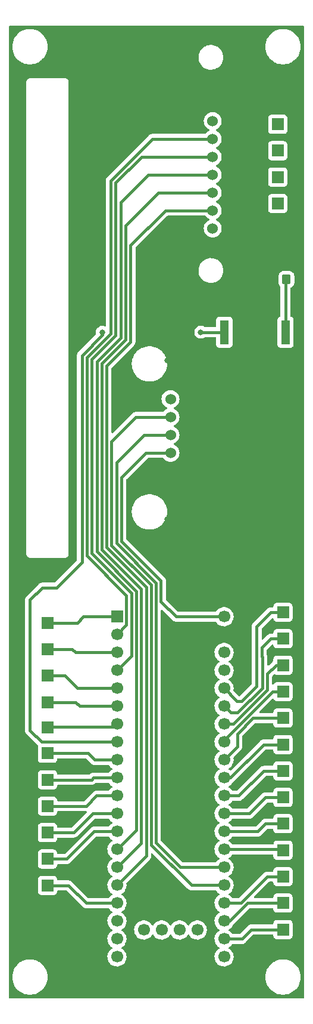
<source format=gbr>
%TF.GenerationSoftware,KiCad,Pcbnew,6.0.7+dfsg-1build1*%
%TF.CreationDate,2023-03-22T19:43:23+01:00*%
%TF.ProjectId,plotter_controller,706c6f74-7465-4725-9f63-6f6e74726f6c,rev?*%
%TF.SameCoordinates,Original*%
%TF.FileFunction,Copper,L1,Top*%
%TF.FilePolarity,Positive*%
%FSLAX46Y46*%
G04 Gerber Fmt 4.6, Leading zero omitted, Abs format (unit mm)*
G04 Created by KiCad (PCBNEW 6.0.7+dfsg-1build1) date 2023-03-22 19:43:23*
%MOMM*%
%LPD*%
G01*
G04 APERTURE LIST*
G04 Aperture macros list*
%AMRoundRect*
0 Rectangle with rounded corners*
0 $1 Rounding radius*
0 $2 $3 $4 $5 $6 $7 $8 $9 X,Y pos of 4 corners*
0 Add a 4 corners polygon primitive as box body*
4,1,4,$2,$3,$4,$5,$6,$7,$8,$9,$2,$3,0*
0 Add four circle primitives for the rounded corners*
1,1,$1+$1,$2,$3*
1,1,$1+$1,$4,$5*
1,1,$1+$1,$6,$7*
1,1,$1+$1,$8,$9*
0 Add four rect primitives between the rounded corners*
20,1,$1+$1,$2,$3,$4,$5,0*
20,1,$1+$1,$4,$5,$6,$7,0*
20,1,$1+$1,$6,$7,$8,$9,0*
20,1,$1+$1,$8,$9,$2,$3,0*%
G04 Aperture macros list end*
%TA.AperFunction,ComponentPad*%
%ADD10R,1.700000X1.700000*%
%TD*%
%TA.AperFunction,ComponentPad*%
%ADD11C,1.524000*%
%TD*%
%TA.AperFunction,ComponentPad*%
%ADD12C,1.700000*%
%TD*%
%TA.AperFunction,SMDPad,CuDef*%
%ADD13RoundRect,0.250000X0.350000X0.450000X-0.350000X0.450000X-0.350000X-0.450000X0.350000X-0.450000X0*%
%TD*%
%TA.AperFunction,SMDPad,CuDef*%
%ADD14R,1.300000X3.400000*%
%TD*%
%TA.AperFunction,ViaPad*%
%ADD15C,0.800000*%
%TD*%
%TA.AperFunction,Conductor*%
%ADD16C,0.400000*%
%TD*%
G04 APERTURE END LIST*
D10*
%TO.P,J1,1,Pin_1*%
%TO.N,/uC_UART1_Tx*%
X112500000Y-118000000D03*
%TD*%
%TO.P,J31,1,Pin_1*%
%TO.N,/uC_UART1_Rx*%
X145250000Y-39750000D03*
%TD*%
%TO.P,J24,1,Pin_1*%
%TO.N,Net-(J24-Pad1)*%
X146000000Y-142750000D03*
%TD*%
%TO.P,J20,1,Pin_1*%
%TO.N,Net-(J20-Pad1)*%
X146000000Y-120250000D03*
%TD*%
%TO.P,J3,1,Pin_1*%
%TO.N,/uC_UART2_Tx*%
X146000000Y-139000000D03*
%TD*%
%TO.P,J11,1,Pin_1*%
%TO.N,Net-(J11-Pad1)*%
X112500000Y-106750000D03*
%TD*%
D11*
%TO.P,D1,1,GND*%
%TO.N,GND*%
X136000000Y-33000000D03*
%TO.P,D1,2,VCC*%
%TO.N,/uC_3.3V*%
X136000000Y-35540000D03*
%TO.P,D1,3,SCL*%
%TO.N,/uC_SCK*%
X136000000Y-38080000D03*
%TO.P,D1,4,SDA*%
%TO.N,/uC_MOSI*%
X136000000Y-40620000D03*
%TO.P,D1,5,RES*%
%TO.N,/uC_RES*%
X136000000Y-43160000D03*
%TO.P,D1,6,DC*%
%TO.N,/uC_DC*%
X136000000Y-45700000D03*
%TO.P,D1,7,CS*%
%TO.N,/uC_CS*%
X136000000Y-48240000D03*
%TO.P,D1,8,BL*%
%TO.N,unconnected-(D1-Pad8)*%
X136000000Y-50780000D03*
%TD*%
D10*
%TO.P,J18,1,Pin_1*%
%TO.N,Net-(J18-Pad1)*%
X112500000Y-140250000D03*
%TD*%
%TO.P,J28,1,Pin_1*%
%TO.N,/uC_UART3_Tx*%
X145250000Y-43500000D03*
%TD*%
%TO.P,J16,1,Pin_1*%
%TO.N,Net-(J16-Pad1)*%
X112500000Y-132750000D03*
%TD*%
%TO.P,J30,1,Pin_1*%
%TO.N,/uC_UART1_Tx*%
X145250000Y-36000000D03*
%TD*%
%TO.P,J4,1,Pin_1*%
%TO.N,/uC_UART2_Rx*%
X146000000Y-135250000D03*
%TD*%
%TO.P,J6,1,Pin_1*%
%TO.N,/uC_UART3_Rx*%
X146000000Y-105250000D03*
%TD*%
%TO.P,U1,1,PB12*%
%TO.N,Net-(J11-Pad1)*%
X122380000Y-105870000D03*
D12*
%TO.P,U1,2,PB13*%
%TO.N,/uC_SCK*%
X122380000Y-108410000D03*
%TO.P,U1,3,PB14*%
%TO.N,Net-(J12-Pad1)*%
X122380000Y-110950000D03*
%TO.P,U1,4,PB15*%
%TO.N,/uC_MOSI*%
X122380000Y-113490000D03*
%TO.P,U1,5,PA8*%
%TO.N,Net-(J13-Pad1)*%
X122380000Y-116030000D03*
%TO.P,U1,6,PA9*%
%TO.N,/uC_UART1_Tx*%
X122380000Y-118570000D03*
%TO.P,U1,7,PA10*%
%TO.N,/uC_UART1_Rx*%
X122380000Y-121110000D03*
%TO.P,U1,8,PA11*%
%TO.N,/uC_buzz*%
X122380000Y-123650000D03*
%TO.P,U1,9,PA12*%
%TO.N,Net-(J14-Pad1)*%
X122380000Y-126190000D03*
%TO.P,U1,10,PA15*%
%TO.N,Net-(J15-Pad1)*%
X122380000Y-128730000D03*
%TO.P,U1,11,PB3*%
%TO.N,Net-(J16-Pad1)*%
X122380000Y-131270000D03*
%TO.P,U1,12,PB4*%
%TO.N,Net-(J17-Pad1)*%
X122380000Y-133810000D03*
%TO.P,U1,13,PB5*%
%TO.N,Net-(J18-Pad1)*%
X122380000Y-136350000D03*
%TO.P,U1,14,PB6*%
%TO.N,/uC_RES*%
X122380000Y-138890000D03*
%TO.P,U1,15,PB7*%
%TO.N,/uC_DC*%
X122380000Y-141430000D03*
%TO.P,U1,16,PB8*%
%TO.N,/uC_CS*%
X122380000Y-143970000D03*
%TO.P,U1,17,PB9*%
%TO.N,Net-(J19-Pad1)*%
X122380000Y-146510000D03*
%TO.P,U1,18,5V*%
%TO.N,/uC_5V*%
X122380000Y-149050000D03*
%TO.P,U1,19,GND*%
%TO.N,unconnected-(U1-Pad19)*%
X122380000Y-151590000D03*
%TO.P,U1,20,3V3*%
%TO.N,unconnected-(U1-Pad20)*%
X122380000Y-154130000D03*
%TO.P,U1,21,VBat*%
%TO.N,unconnected-(U1-Pad21)*%
X137620000Y-154130000D03*
%TO.P,U1,22,PC13*%
%TO.N,Net-(J26-Pad1)*%
X137620000Y-151590000D03*
%TO.P,U1,23,PC14*%
%TO.N,Net-(J25-Pad1)*%
X137620000Y-149050000D03*
%TO.P,U1,24,PC15*%
%TO.N,Net-(J24-Pad1)*%
X137620000Y-146510000D03*
%TO.P,U1,25,PA0*%
%TO.N,/uC_ADC0*%
X137620000Y-143970000D03*
%TO.P,U1,26,PA1*%
%TO.N,/uC_ADC1*%
X137620000Y-141430000D03*
%TO.P,U1,27,PA2*%
%TO.N,/uC_UART2_Tx*%
X137620000Y-138890000D03*
%TO.P,U1,28,PA3*%
%TO.N,/uC_UART2_Rx*%
X137620000Y-136350000D03*
%TO.P,U1,29,PA4*%
%TO.N,Net-(J23-Pad1)*%
X137620000Y-133810000D03*
%TO.P,U1,30,PA5*%
%TO.N,Net-(J22-Pad1)*%
X137620000Y-131270000D03*
%TO.P,U1,31,PA6*%
%TO.N,Net-(J21-Pad1)*%
X137620000Y-128730000D03*
%TO.P,U1,32,PA7*%
%TO.N,Net-(J20-Pad1)*%
X137620000Y-126190000D03*
%TO.P,U1,33,PB0*%
%TO.N,/uC_SELECT*%
X137620000Y-123650000D03*
%TO.P,U1,34,PB1*%
%TO.N,/uC_CANCEL*%
X137620000Y-121110000D03*
%TO.P,U1,35,PB10*%
%TO.N,/uC_UART3_Tx*%
X137620000Y-118570000D03*
%TO.P,U1,36,PB11*%
%TO.N,/uC_UART3_Rx*%
X137620000Y-116030000D03*
%TO.P,U1,37,RST*%
%TO.N,unconnected-(U1-Pad37)*%
X137620000Y-113490000D03*
%TO.P,U1,38,3V3*%
%TO.N,unconnected-(U1-Pad38)*%
X137620000Y-110950000D03*
%TO.P,U1,39,GND*%
%TO.N,GND*%
X137620000Y-108410000D03*
%TO.P,U1,40,GND*%
%TO.N,/uC_3.3V*%
X137620000Y-105870000D03*
%TO.P,U1,41,GND*%
%TO.N,unconnected-(U1-Pad41)*%
X133810000Y-150320000D03*
%TO.P,U1,42,SWCLK*%
%TO.N,unconnected-(U1-Pad42)*%
X131270000Y-150320000D03*
%TO.P,U1,43,SWIO*%
%TO.N,unconnected-(U1-Pad43)*%
X128730000Y-150320000D03*
%TO.P,U1,44,3V3*%
%TO.N,unconnected-(U1-Pad44)*%
X126190000Y-150320000D03*
%TD*%
D10*
%TO.P,J23,1,Pin_1*%
%TO.N,Net-(J23-Pad1)*%
X146000000Y-131500000D03*
%TD*%
%TO.P,J15,1,Pin_1*%
%TO.N,Net-(J15-Pad1)*%
X112500000Y-129000000D03*
%TD*%
%TO.P,J21,1,Pin_1*%
%TO.N,Net-(J21-Pad1)*%
X146000000Y-124000000D03*
%TD*%
%TO.P,J5,1,Pin_1*%
%TO.N,/uC_UART3_Tx*%
X146000000Y-109000000D03*
%TD*%
D13*
%TO.P,R1,1*%
%TO.N,Net-(BZ1-Pad2)*%
X146500000Y-58000000D03*
%TO.P,R1,2*%
%TO.N,GND*%
X144500000Y-58000000D03*
%TD*%
D10*
%TO.P,J2,1,Pin_1*%
%TO.N,/uC_UART1_Rx*%
X112500000Y-121600000D03*
%TD*%
%TO.P,J13,1,Pin_1*%
%TO.N,Net-(J13-Pad1)*%
X112500000Y-114250000D03*
%TD*%
%TO.P,J19,1,Pin_1*%
%TO.N,Net-(J19-Pad1)*%
X112500000Y-144000000D03*
%TD*%
D14*
%TO.P,BZ1,1,-*%
%TO.N,/uC_buzz*%
X137650000Y-65500000D03*
%TO.P,BZ1,2,+*%
%TO.N,Net-(BZ1-Pad2)*%
X146350000Y-65500000D03*
%TD*%
D10*
%TO.P,J27,1,Pin_1*%
%TO.N,GND*%
X146000000Y-97500000D03*
%TD*%
%TO.P,J17,1,Pin_1*%
%TO.N,Net-(J17-Pad1)*%
X112500000Y-136500000D03*
%TD*%
%TO.P,J32,1,Pin_1*%
%TO.N,GND*%
X145250000Y-32250000D03*
%TD*%
%TO.P,J8,1,Pin_1*%
%TO.N,/uC_SELECT*%
X146000000Y-116500000D03*
%TD*%
%TO.P,J14,1,Pin_1*%
%TO.N,Net-(J14-Pad1)*%
X112500000Y-125250000D03*
%TD*%
%TO.P,J26,1,Pin_1*%
%TO.N,Net-(J26-Pad1)*%
X146000000Y-150250000D03*
%TD*%
%TO.P,J25,1,Pin_1*%
%TO.N,Net-(J25-Pad1)*%
X146000000Y-146500000D03*
%TD*%
%TO.P,J12,1,Pin_1*%
%TO.N,Net-(J12-Pad1)*%
X112500000Y-110500000D03*
%TD*%
%TO.P,J29,1,Pin_1*%
%TO.N,/uC_UART3_Rx*%
X145250000Y-47250000D03*
%TD*%
%TO.P,J9,1,Pin_1*%
%TO.N,GND*%
X146000000Y-101250000D03*
%TD*%
%TO.P,J22,1,Pin_1*%
%TO.N,Net-(J22-Pad1)*%
X146000000Y-127750000D03*
%TD*%
%TO.P,J7,1,Pin_1*%
%TO.N,/uC_CANCEL*%
X146000000Y-112750000D03*
%TD*%
D11*
%TO.P,J10,1,SW*%
%TO.N,unconnected-(J10-Pad1)*%
X130000000Y-75000000D03*
%TO.P,J10,2,VRY*%
%TO.N,/uC_ADC0*%
X130000000Y-77540000D03*
%TO.P,J10,3,VRX*%
%TO.N,/uC_ADC1*%
X130000000Y-80080000D03*
%TO.P,J10,4,+5V*%
%TO.N,/uC_3.3V*%
X130000000Y-82620000D03*
%TO.P,J10,5,GND*%
%TO.N,GND*%
X130000000Y-85160000D03*
%TD*%
D15*
%TO.N,/uC_buzz*%
X120300000Y-65500000D03*
X134300000Y-65500000D03*
%TO.N,GND*%
X132000000Y-129500000D03*
X132000000Y-69500000D03*
X117000000Y-37000000D03*
X127000000Y-157000000D03*
X144500000Y-72000000D03*
X132000000Y-114500000D03*
X129500000Y-89500000D03*
X144500000Y-87000000D03*
X132000000Y-54500000D03*
X129500000Y-157000000D03*
X134500000Y-77000000D03*
X117000000Y-157000000D03*
X127000000Y-29500000D03*
X117000000Y-27000000D03*
X134500000Y-87000000D03*
X142000000Y-157000000D03*
X117000000Y-39500000D03*
X132000000Y-59500000D03*
X129500000Y-34500000D03*
X129500000Y-92000000D03*
X119500000Y-27000000D03*
X117000000Y-52000000D03*
X142000000Y-27000000D03*
X122000000Y-32000000D03*
X119500000Y-34500000D03*
X112000000Y-154500000D03*
X132000000Y-29500000D03*
X112000000Y-27000000D03*
X132000000Y-132000000D03*
X117000000Y-62000000D03*
X117000000Y-32000000D03*
X117000000Y-42000000D03*
X129500000Y-154500000D03*
X134500000Y-74500000D03*
X134500000Y-97000000D03*
X122000000Y-34500000D03*
X132000000Y-127000000D03*
X117000000Y-44500000D03*
X129500000Y-62000000D03*
X114500000Y-27000000D03*
X119500000Y-32000000D03*
X127000000Y-32000000D03*
X129500000Y-69500000D03*
X117000000Y-29500000D03*
X129500000Y-32000000D03*
X112000000Y-149500000D03*
X127000000Y-34500000D03*
X132000000Y-122000000D03*
X134500000Y-54500000D03*
X144500000Y-79500000D03*
X117000000Y-154500000D03*
X132000000Y-157000000D03*
X117000000Y-49500000D03*
X124500000Y-32000000D03*
X127000000Y-27000000D03*
X122000000Y-27000000D03*
X117000000Y-57000000D03*
X132000000Y-119500000D03*
X114500000Y-157000000D03*
X144500000Y-77000000D03*
X144500000Y-84500000D03*
X117000000Y-47000000D03*
X132000000Y-57000000D03*
X132000000Y-62000000D03*
X124500000Y-27000000D03*
X144500000Y-82000000D03*
X129500000Y-29500000D03*
X124500000Y-29500000D03*
X117000000Y-54500000D03*
X132000000Y-117000000D03*
X132000000Y-27000000D03*
X132000000Y-134500000D03*
X134500000Y-59500000D03*
X132000000Y-124500000D03*
X144500000Y-89500000D03*
X132000000Y-32000000D03*
X132000000Y-92000000D03*
X134500000Y-94500000D03*
X114500000Y-152000000D03*
X129500000Y-59500000D03*
X132000000Y-154500000D03*
X132000000Y-97000000D03*
X117000000Y-152000000D03*
X129500000Y-27000000D03*
X129500000Y-57000000D03*
X144500000Y-74500000D03*
X132000000Y-94500000D03*
X124500000Y-34500000D03*
X119500000Y-29500000D03*
X134500000Y-72000000D03*
X127000000Y-154500000D03*
X112000000Y-152000000D03*
X117000000Y-59500000D03*
X122000000Y-29500000D03*
X132000000Y-34500000D03*
X132000000Y-89500000D03*
X117000000Y-34500000D03*
X144500000Y-92000000D03*
X114500000Y-154500000D03*
X134500000Y-89500000D03*
X139500000Y-27000000D03*
X134500000Y-92000000D03*
X119500000Y-37000000D03*
%TD*%
D16*
%TO.N,Net-(J11-Pad1)*%
X117630000Y-105870000D02*
X122380000Y-105870000D01*
X116750000Y-106750000D02*
X117630000Y-105870000D01*
X112500000Y-106750000D02*
X116750000Y-106750000D01*
%TO.N,/uC_buzz*%
X137650000Y-65500000D02*
X134300000Y-65500000D01*
X111650000Y-123650000D02*
X122380000Y-123650000D01*
X110000000Y-122000000D02*
X111650000Y-123650000D01*
X120300000Y-65900000D02*
X117400000Y-68800000D01*
X120300000Y-65500000D02*
X120300000Y-65900000D01*
X117400000Y-98100000D02*
X113750000Y-101750000D01*
X113750000Y-101750000D02*
X111750000Y-101750000D01*
X111750000Y-101750000D02*
X110000000Y-103500000D01*
X117400000Y-68800000D02*
X117400000Y-98100000D01*
X110000000Y-103500000D02*
X110000000Y-122000000D01*
%TO.N,Net-(J12-Pad1)*%
X116000000Y-110500000D02*
X112500000Y-110500000D01*
X116450000Y-110950000D02*
X116000000Y-110500000D01*
X122380000Y-110950000D02*
X116450000Y-110950000D01*
%TO.N,Net-(BZ1-Pad2)*%
X146500000Y-58000000D02*
X146350000Y-58150000D01*
X146350000Y-58150000D02*
X146350000Y-65500000D01*
%TO.N,Net-(J13-Pad1)*%
X112500000Y-114250000D02*
X115000000Y-114250000D01*
X115000000Y-114250000D02*
X116780000Y-116030000D01*
X116780000Y-116030000D02*
X122380000Y-116030000D01*
%TO.N,/uC_3.3V*%
X128630000Y-103700000D02*
X128630000Y-100790303D01*
X123000000Y-86100000D02*
X126480000Y-82620000D01*
X130800000Y-105870000D02*
X128630000Y-103700000D01*
X137620000Y-105870000D02*
X130800000Y-105870000D01*
X123000000Y-95160300D02*
X123000000Y-86100000D01*
X126480000Y-82620000D02*
X130000000Y-82620000D01*
X128630000Y-100790303D02*
X123000000Y-95160300D01*
%TO.N,/uC_SCK*%
X122380000Y-108410000D02*
X123730000Y-107060000D01*
X118100000Y-97200000D02*
X118100000Y-69089950D01*
X121500000Y-44000000D02*
X127420000Y-38080000D01*
X121500000Y-65689950D02*
X121500000Y-44000000D01*
X118100000Y-69089950D02*
X121500000Y-65689950D01*
X123730000Y-102830000D02*
X118100000Y-97200000D01*
X123730000Y-107060000D02*
X123730000Y-102830000D01*
X127420000Y-38080000D02*
X136000000Y-38080000D01*
%TO.N,Net-(J14-Pad1)*%
X112500000Y-125250000D02*
X118250000Y-125250000D01*
X119190000Y-126190000D02*
X122380000Y-126190000D01*
X118250000Y-125250000D02*
X119190000Y-126190000D01*
%TO.N,Net-(J15-Pad1)*%
X118750000Y-129000000D02*
X119020000Y-128730000D01*
X112500000Y-129000000D02*
X118750000Y-129000000D01*
X119020000Y-128730000D02*
X122380000Y-128730000D01*
%TO.N,Net-(J16-Pad1)*%
X119480000Y-131270000D02*
X122380000Y-131270000D01*
X118000000Y-132750000D02*
X119480000Y-131270000D01*
X112500000Y-132750000D02*
X118000000Y-132750000D01*
%TO.N,Net-(J17-Pad1)*%
X116250000Y-136500000D02*
X118940000Y-133810000D01*
X112500000Y-136500000D02*
X116250000Y-136500000D01*
X118940000Y-133810000D02*
X122380000Y-133810000D01*
%TO.N,Net-(J18-Pad1)*%
X115250000Y-140250000D02*
X119150000Y-136350000D01*
X119150000Y-136350000D02*
X122380000Y-136350000D01*
X112500000Y-140250000D02*
X115250000Y-140250000D01*
%TO.N,/uC_MOSI*%
X122200000Y-44300000D02*
X125880000Y-40620000D01*
X118800000Y-69379900D02*
X122200000Y-65979900D01*
X118800000Y-96900000D02*
X118800000Y-69379900D01*
X124430000Y-111440000D02*
X124430000Y-102530000D01*
X122200000Y-65979900D02*
X122200000Y-44300000D01*
X124430000Y-102530000D02*
X118800000Y-96900000D01*
X125880000Y-40620000D02*
X136000000Y-40620000D01*
X122380000Y-113490000D02*
X124430000Y-111440000D01*
%TO.N,/uC_RES*%
X122900000Y-66269850D02*
X119500000Y-69669850D01*
X126840000Y-43160000D02*
X122900000Y-47100000D01*
X122900000Y-47100000D02*
X122900000Y-66269850D01*
X125130000Y-136140000D02*
X122380000Y-138890000D01*
X119500000Y-69669850D02*
X119500000Y-96610050D01*
X136000000Y-43160000D02*
X126840000Y-43160000D01*
X119500000Y-96610050D02*
X125130000Y-102240050D01*
X125130000Y-102240050D02*
X125130000Y-136140000D01*
%TO.N,/uC_DC*%
X125830000Y-137980000D02*
X122380000Y-141430000D01*
X120200000Y-69959800D02*
X120200000Y-96320100D01*
X128300000Y-45700000D02*
X123600000Y-50400000D01*
X125830000Y-101950101D02*
X125830000Y-137980000D01*
X136000000Y-45700000D02*
X128300000Y-45700000D01*
X120200000Y-96320100D02*
X125830000Y-101950101D01*
X123600000Y-50400000D02*
X123600000Y-66559800D01*
X123600000Y-66559800D02*
X120200000Y-69959800D01*
%TO.N,Net-(J19-Pad1)*%
X115500000Y-144000000D02*
X118010000Y-146510000D01*
X118010000Y-146510000D02*
X122380000Y-146510000D01*
X112500000Y-144000000D02*
X115500000Y-144000000D01*
%TO.N,/uC_CS*%
X136000000Y-48240000D02*
X129260000Y-48240000D01*
X124300000Y-66849750D02*
X120900000Y-70249750D01*
X129260000Y-48240000D02*
X124300000Y-53200000D01*
X120900000Y-70249750D02*
X120900000Y-96030150D01*
X126530000Y-101660152D02*
X126530000Y-139820000D01*
X126530000Y-139820000D02*
X122380000Y-143970000D01*
X120900000Y-96030150D02*
X126530000Y-101660152D01*
X124300000Y-53200000D02*
X124300000Y-66849750D01*
%TO.N,Net-(J20-Pad1)*%
X139500000Y-124310000D02*
X139500000Y-122489950D01*
X141739950Y-120250000D02*
X146000000Y-120250000D01*
X137620000Y-126190000D02*
X139500000Y-124310000D01*
X139500000Y-122489950D02*
X141739950Y-120250000D01*
%TO.N,Net-(J21-Pad1)*%
X138520000Y-128730000D02*
X143250000Y-124000000D01*
X143250000Y-124000000D02*
X146000000Y-124000000D01*
X137620000Y-128730000D02*
X138520000Y-128730000D01*
%TO.N,Net-(J22-Pad1)*%
X137620000Y-131270000D02*
X139730000Y-131270000D01*
X143250000Y-127750000D02*
X146000000Y-127750000D01*
X139730000Y-131270000D02*
X143250000Y-127750000D01*
%TO.N,/uC_UART1_Tx*%
X112500000Y-118000000D02*
X116500000Y-118000000D01*
X117070000Y-118570000D02*
X122380000Y-118570000D01*
X116500000Y-118000000D02*
X117070000Y-118570000D01*
%TO.N,/uC_UART1_Rx*%
X121990000Y-121500000D02*
X122380000Y-121110000D01*
X112500000Y-121500000D02*
X121990000Y-121500000D01*
%TO.N,/uC_UART2_Tx*%
X145890000Y-138890000D02*
X146000000Y-139000000D01*
X137620000Y-138890000D02*
X145890000Y-138890000D01*
%TO.N,/uC_UART2_Rx*%
X143500000Y-135250000D02*
X146000000Y-135250000D01*
X137620000Y-136350000D02*
X142400000Y-136350000D01*
X142400000Y-136350000D02*
X143500000Y-135250000D01*
%TO.N,Net-(J23-Pad1)*%
X143500000Y-131500000D02*
X146000000Y-131500000D01*
X141190000Y-133810000D02*
X143500000Y-131500000D01*
X137620000Y-133810000D02*
X141190000Y-133810000D01*
%TO.N,Net-(J24-Pad1)*%
X143750000Y-142750000D02*
X146000000Y-142750000D01*
X139990000Y-146510000D02*
X143750000Y-142750000D01*
X137620000Y-146510000D02*
X139990000Y-146510000D01*
%TO.N,Net-(J25-Pad1)*%
X138450000Y-149050000D02*
X141000000Y-146500000D01*
X137620000Y-149050000D02*
X138450000Y-149050000D01*
X141000000Y-146500000D02*
X146000000Y-146500000D01*
%TO.N,Net-(J26-Pad1)*%
X137620000Y-151590000D02*
X140160000Y-151590000D01*
X140160000Y-151590000D02*
X141500000Y-150250000D01*
X141500000Y-150250000D02*
X146000000Y-150250000D01*
%TO.N,/uC_UART3_Tx*%
X143050000Y-111550000D02*
X143000000Y-111500000D01*
X138550000Y-119500000D02*
X139510050Y-119500000D01*
X143000000Y-110250000D02*
X144250000Y-109000000D01*
X144250000Y-109000000D02*
X146000000Y-109000000D01*
X143050000Y-115960050D02*
X143050000Y-111550000D01*
X137620000Y-118570000D02*
X138550000Y-119500000D01*
X139510050Y-119500000D02*
X143050000Y-115960050D01*
X143000000Y-111500000D02*
X143000000Y-110250000D01*
%TO.N,/uC_UART3_Rx*%
X144250000Y-105250000D02*
X146000000Y-105250000D01*
X142260050Y-115760050D02*
X142260050Y-107760050D01*
X142250000Y-107250000D02*
X144250000Y-105250000D01*
X142250000Y-107750000D02*
X142250000Y-107250000D01*
X140150100Y-117870000D02*
X142260050Y-115760050D01*
X137620000Y-116030000D02*
X139460000Y-117870000D01*
X139460000Y-117870000D02*
X140150100Y-117870000D01*
X142260050Y-107760050D02*
X142250000Y-107750000D01*
%TO.N,/uC_CANCEL*%
X143750000Y-114000000D02*
X145000000Y-112750000D01*
X138890000Y-121110000D02*
X143750000Y-116250000D01*
X145000000Y-112750000D02*
X146000000Y-112750000D01*
X143750000Y-116250000D02*
X143750000Y-114000000D01*
X137620000Y-121110000D02*
X138890000Y-121110000D01*
%TO.N,/uC_SELECT*%
X144500000Y-116500000D02*
X146000000Y-116500000D01*
X137620000Y-123650000D02*
X137620000Y-123380000D01*
X137620000Y-123380000D02*
X144500000Y-116500000D01*
%TO.N,/uC_ADC0*%
X127230000Y-138230000D02*
X132970000Y-143970000D01*
X121600000Y-81000000D02*
X121600000Y-95740200D01*
X127230000Y-101370202D02*
X127230000Y-138230000D01*
X121600000Y-95740200D02*
X127230000Y-101370202D01*
X132970000Y-143970000D02*
X137620000Y-143970000D01*
X125060000Y-77540000D02*
X121600000Y-81000000D01*
X130000000Y-77540000D02*
X125060000Y-77540000D01*
%TO.N,/uC_ADC1*%
X122300000Y-95450250D02*
X127930000Y-101080253D01*
X126220000Y-80080000D02*
X122300000Y-84000000D01*
X130000000Y-80080000D02*
X126220000Y-80080000D01*
X131430000Y-141430000D02*
X137620000Y-141430000D01*
X127930000Y-137930000D02*
X131430000Y-141430000D01*
X122300000Y-84000000D02*
X122300000Y-95450250D01*
X127930000Y-101080253D02*
X127930000Y-137930000D01*
%TD*%
%TA.AperFunction,Conductor*%
%TO.N,GND*%
G36*
X148942121Y-22020002D02*
G01*
X148988614Y-22073658D01*
X149000000Y-22126000D01*
X149000000Y-159874000D01*
X148979998Y-159942121D01*
X148926342Y-159988614D01*
X148874000Y-160000000D01*
X107126000Y-160000000D01*
X107057879Y-159979998D01*
X107011386Y-159926342D01*
X107000000Y-159874000D01*
X107000000Y-157000000D01*
X107486540Y-157000000D01*
X107506359Y-157315020D01*
X107565505Y-157625072D01*
X107663044Y-157925266D01*
X107664731Y-157928852D01*
X107664733Y-157928856D01*
X107795750Y-158207283D01*
X107795754Y-158207290D01*
X107797438Y-158210869D01*
X107966568Y-158477375D01*
X108167767Y-158720582D01*
X108397860Y-158936654D01*
X108653221Y-159122184D01*
X108929821Y-159274247D01*
X108933490Y-159275700D01*
X108933495Y-159275702D01*
X109219628Y-159388990D01*
X109223298Y-159390443D01*
X109529025Y-159468940D01*
X109842179Y-159508500D01*
X110157821Y-159508500D01*
X110470975Y-159468940D01*
X110776702Y-159390443D01*
X110780372Y-159388990D01*
X111066505Y-159275702D01*
X111066510Y-159275700D01*
X111070179Y-159274247D01*
X111346779Y-159122184D01*
X111602140Y-158936654D01*
X111832233Y-158720582D01*
X112033432Y-158477375D01*
X112202562Y-158210869D01*
X112204246Y-158207290D01*
X112204250Y-158207283D01*
X112335267Y-157928856D01*
X112335269Y-157928852D01*
X112336956Y-157925266D01*
X112434495Y-157625072D01*
X112493641Y-157315020D01*
X112513460Y-157000000D01*
X143486540Y-157000000D01*
X143506359Y-157315020D01*
X143565505Y-157625072D01*
X143663044Y-157925266D01*
X143664731Y-157928852D01*
X143664733Y-157928856D01*
X143795750Y-158207283D01*
X143795754Y-158207290D01*
X143797438Y-158210869D01*
X143966568Y-158477375D01*
X144167767Y-158720582D01*
X144397860Y-158936654D01*
X144653221Y-159122184D01*
X144929821Y-159274247D01*
X144933490Y-159275700D01*
X144933495Y-159275702D01*
X145219628Y-159388990D01*
X145223298Y-159390443D01*
X145529025Y-159468940D01*
X145842179Y-159508500D01*
X146157821Y-159508500D01*
X146470975Y-159468940D01*
X146776702Y-159390443D01*
X146780372Y-159388990D01*
X147066505Y-159275702D01*
X147066510Y-159275700D01*
X147070179Y-159274247D01*
X147346779Y-159122184D01*
X147602140Y-158936654D01*
X147832233Y-158720582D01*
X148033432Y-158477375D01*
X148202562Y-158210869D01*
X148204246Y-158207290D01*
X148204250Y-158207283D01*
X148335267Y-157928856D01*
X148335269Y-157928852D01*
X148336956Y-157925266D01*
X148434495Y-157625072D01*
X148493641Y-157315020D01*
X148513460Y-157000000D01*
X148493641Y-156684980D01*
X148434495Y-156374928D01*
X148336956Y-156074734D01*
X148330667Y-156061369D01*
X148204250Y-155792717D01*
X148204246Y-155792710D01*
X148202562Y-155789131D01*
X148033432Y-155522625D01*
X147929419Y-155396895D01*
X147834758Y-155282470D01*
X147834757Y-155282469D01*
X147832233Y-155279418D01*
X147602140Y-155063346D01*
X147346779Y-154877816D01*
X147271221Y-154836277D01*
X147073648Y-154727660D01*
X147073647Y-154727659D01*
X147070179Y-154725753D01*
X147066510Y-154724300D01*
X147066505Y-154724298D01*
X146780372Y-154611010D01*
X146780371Y-154611010D01*
X146776702Y-154609557D01*
X146470975Y-154531060D01*
X146157821Y-154491500D01*
X145842179Y-154491500D01*
X145529025Y-154531060D01*
X145223298Y-154609557D01*
X145219629Y-154611010D01*
X145219628Y-154611010D01*
X144933495Y-154724298D01*
X144933490Y-154724300D01*
X144929821Y-154725753D01*
X144926353Y-154727659D01*
X144926352Y-154727660D01*
X144728780Y-154836277D01*
X144653221Y-154877816D01*
X144397860Y-155063346D01*
X144167767Y-155279418D01*
X144165243Y-155282469D01*
X144165242Y-155282470D01*
X144070581Y-155396895D01*
X143966568Y-155522625D01*
X143797438Y-155789131D01*
X143795754Y-155792710D01*
X143795750Y-155792717D01*
X143669333Y-156061369D01*
X143663044Y-156074734D01*
X143565505Y-156374928D01*
X143506359Y-156684980D01*
X143488833Y-156963559D01*
X143486540Y-157000000D01*
X112513460Y-157000000D01*
X112493641Y-156684980D01*
X112434495Y-156374928D01*
X112336956Y-156074734D01*
X112330667Y-156061369D01*
X112204250Y-155792717D01*
X112204246Y-155792710D01*
X112202562Y-155789131D01*
X112033432Y-155522625D01*
X111929419Y-155396895D01*
X111834758Y-155282470D01*
X111834757Y-155282469D01*
X111832233Y-155279418D01*
X111602140Y-155063346D01*
X111346779Y-154877816D01*
X111271221Y-154836277D01*
X111073648Y-154727660D01*
X111073647Y-154727659D01*
X111070179Y-154725753D01*
X111066510Y-154724300D01*
X111066505Y-154724298D01*
X110780372Y-154611010D01*
X110780371Y-154611010D01*
X110776702Y-154609557D01*
X110470975Y-154531060D01*
X110157821Y-154491500D01*
X109842179Y-154491500D01*
X109529025Y-154531060D01*
X109223298Y-154609557D01*
X109219629Y-154611010D01*
X109219628Y-154611010D01*
X108933495Y-154724298D01*
X108933490Y-154724300D01*
X108929821Y-154725753D01*
X108926353Y-154727659D01*
X108926352Y-154727660D01*
X108728780Y-154836277D01*
X108653221Y-154877816D01*
X108397860Y-155063346D01*
X108167767Y-155279418D01*
X108165243Y-155282469D01*
X108165242Y-155282470D01*
X108070581Y-155396895D01*
X107966568Y-155522625D01*
X107797438Y-155789131D01*
X107795754Y-155792710D01*
X107795750Y-155792717D01*
X107669333Y-156061369D01*
X107663044Y-156074734D01*
X107565505Y-156374928D01*
X107506359Y-156684980D01*
X107488833Y-156963559D01*
X107486540Y-157000000D01*
X107000000Y-157000000D01*
X107000000Y-122037352D01*
X109287275Y-122037352D01*
X109295406Y-122083938D01*
X109298261Y-122100299D01*
X109299223Y-122106821D01*
X109306898Y-122170242D01*
X109309581Y-122177343D01*
X109310222Y-122179952D01*
X109314685Y-122196262D01*
X109315450Y-122198798D01*
X109316757Y-122206284D01*
X109324239Y-122223327D01*
X109342442Y-122264795D01*
X109344933Y-122270899D01*
X109367513Y-122330656D01*
X109371817Y-122336919D01*
X109373054Y-122339285D01*
X109381299Y-122354097D01*
X109382632Y-122356351D01*
X109385685Y-122363305D01*
X109418937Y-122406638D01*
X109424579Y-122413991D01*
X109428459Y-122419332D01*
X109460339Y-122465720D01*
X109460344Y-122465725D01*
X109464643Y-122471981D01*
X109470313Y-122477032D01*
X109470314Y-122477034D01*
X109511170Y-122513435D01*
X109516446Y-122518416D01*
X111128557Y-124130528D01*
X111134450Y-124136838D01*
X111134796Y-124137235D01*
X111164474Y-124201731D01*
X111157790Y-124264249D01*
X111148255Y-124289684D01*
X111141500Y-124351866D01*
X111141500Y-126148134D01*
X111148255Y-126210316D01*
X111199385Y-126346705D01*
X111286739Y-126463261D01*
X111403295Y-126550615D01*
X111539684Y-126601745D01*
X111601866Y-126608500D01*
X113398134Y-126608500D01*
X113460316Y-126601745D01*
X113596705Y-126550615D01*
X113713261Y-126463261D01*
X113800615Y-126346705D01*
X113851745Y-126210316D01*
X113858500Y-126148134D01*
X113858500Y-126084500D01*
X113878502Y-126016379D01*
X113932158Y-125969886D01*
X113984500Y-125958500D01*
X117904340Y-125958500D01*
X117972461Y-125978502D01*
X117993435Y-125995405D01*
X118668550Y-126670520D01*
X118674404Y-126676785D01*
X118712439Y-126720385D01*
X118718657Y-126724755D01*
X118764697Y-126757112D01*
X118769993Y-126761045D01*
X118820282Y-126800477D01*
X118827204Y-126803602D01*
X118829452Y-126804964D01*
X118844185Y-126813368D01*
X118846524Y-126814622D01*
X118852739Y-126818990D01*
X118859815Y-126821749D01*
X118859819Y-126821751D01*
X118912269Y-126842200D01*
X118918334Y-126844749D01*
X118976573Y-126871045D01*
X118984038Y-126872429D01*
X118986582Y-126873226D01*
X119002848Y-126877859D01*
X119005428Y-126878521D01*
X119012509Y-126881282D01*
X119020042Y-126882274D01*
X119020043Y-126882274D01*
X119052699Y-126886573D01*
X119075857Y-126889622D01*
X119082355Y-126890650D01*
X119145187Y-126902296D01*
X119152767Y-126901859D01*
X119152768Y-126901859D01*
X119207393Y-126898709D01*
X119214647Y-126898500D01*
X121150234Y-126898500D01*
X121218355Y-126918502D01*
X121257667Y-126958665D01*
X121279987Y-126995088D01*
X121426250Y-127163938D01*
X121598126Y-127306632D01*
X121668595Y-127347811D01*
X121671445Y-127349476D01*
X121720169Y-127401114D01*
X121733240Y-127470897D01*
X121706509Y-127536669D01*
X121666055Y-127570027D01*
X121653607Y-127576507D01*
X121649474Y-127579610D01*
X121649471Y-127579612D01*
X121482775Y-127704771D01*
X121474965Y-127710635D01*
X121320629Y-127872138D01*
X121317715Y-127876410D01*
X121317714Y-127876411D01*
X121256257Y-127966504D01*
X121201346Y-128011507D01*
X121152169Y-128021500D01*
X119048927Y-128021500D01*
X119040358Y-128021208D01*
X118990225Y-128017790D01*
X118990221Y-128017790D01*
X118982648Y-128017274D01*
X118919681Y-128028264D01*
X118913169Y-128029224D01*
X118849758Y-128036898D01*
X118842657Y-128039581D01*
X118840048Y-128040222D01*
X118823728Y-128044687D01*
X118821195Y-128045452D01*
X118813717Y-128046757D01*
X118755190Y-128072448D01*
X118749108Y-128074930D01*
X118731743Y-128081492D01*
X118696449Y-128094828D01*
X118696447Y-128094829D01*
X118689344Y-128097513D01*
X118683085Y-128101814D01*
X118680720Y-128103051D01*
X118665948Y-128111273D01*
X118663656Y-128112628D01*
X118656695Y-128115684D01*
X118650668Y-128120309D01*
X118650664Y-128120311D01*
X118605987Y-128154593D01*
X118600662Y-128158462D01*
X118548019Y-128194643D01*
X118542967Y-128200313D01*
X118542966Y-128200314D01*
X118506572Y-128241162D01*
X118501591Y-128246438D01*
X118493434Y-128254595D01*
X118431122Y-128288621D01*
X118404339Y-128291500D01*
X113984500Y-128291500D01*
X113916379Y-128271498D01*
X113869886Y-128217842D01*
X113858500Y-128165500D01*
X113858500Y-128101866D01*
X113851745Y-128039684D01*
X113800615Y-127903295D01*
X113713261Y-127786739D01*
X113596705Y-127699385D01*
X113460316Y-127648255D01*
X113398134Y-127641500D01*
X111601866Y-127641500D01*
X111539684Y-127648255D01*
X111403295Y-127699385D01*
X111286739Y-127786739D01*
X111199385Y-127903295D01*
X111148255Y-128039684D01*
X111141500Y-128101866D01*
X111141500Y-129898134D01*
X111148255Y-129960316D01*
X111199385Y-130096705D01*
X111286739Y-130213261D01*
X111403295Y-130300615D01*
X111539684Y-130351745D01*
X111601866Y-130358500D01*
X113398134Y-130358500D01*
X113460316Y-130351745D01*
X113596705Y-130300615D01*
X113713261Y-130213261D01*
X113800615Y-130096705D01*
X113851745Y-129960316D01*
X113858500Y-129898134D01*
X113858500Y-129834500D01*
X113878502Y-129766379D01*
X113932158Y-129719886D01*
X113984500Y-129708500D01*
X118721088Y-129708500D01*
X118729658Y-129708792D01*
X118779776Y-129712209D01*
X118779780Y-129712209D01*
X118787352Y-129712725D01*
X118794829Y-129711420D01*
X118794830Y-129711420D01*
X118821308Y-129706799D01*
X118850303Y-129701738D01*
X118856821Y-129700777D01*
X118920242Y-129693102D01*
X118927343Y-129690419D01*
X118929952Y-129689778D01*
X118946262Y-129685315D01*
X118948798Y-129684550D01*
X118956284Y-129683243D01*
X119014800Y-129657556D01*
X119020904Y-129655065D01*
X119073548Y-129635173D01*
X119073549Y-129635172D01*
X119080656Y-129632487D01*
X119086919Y-129628183D01*
X119089285Y-129626946D01*
X119104097Y-129618701D01*
X119106351Y-129617368D01*
X119113305Y-129614315D01*
X119164002Y-129575413D01*
X119169332Y-129571541D01*
X119215720Y-129539661D01*
X119215725Y-129539656D01*
X119221981Y-129535357D01*
X119263436Y-129488829D01*
X119268416Y-129483554D01*
X119276565Y-129475405D01*
X119338877Y-129441379D01*
X119365660Y-129438500D01*
X121150234Y-129438500D01*
X121218355Y-129458502D01*
X121257667Y-129498665D01*
X121279987Y-129535088D01*
X121426250Y-129703938D01*
X121598126Y-129846632D01*
X121668595Y-129887811D01*
X121671445Y-129889476D01*
X121720169Y-129941114D01*
X121733240Y-130010897D01*
X121706509Y-130076669D01*
X121666055Y-130110027D01*
X121653607Y-130116507D01*
X121649474Y-130119610D01*
X121649471Y-130119612D01*
X121479100Y-130247530D01*
X121474965Y-130250635D01*
X121471393Y-130254373D01*
X121329080Y-130403295D01*
X121320629Y-130412138D01*
X121317715Y-130416410D01*
X121317714Y-130416411D01*
X121256257Y-130506504D01*
X121201346Y-130551507D01*
X121152169Y-130561500D01*
X119508912Y-130561500D01*
X119500342Y-130561208D01*
X119450224Y-130557791D01*
X119450220Y-130557791D01*
X119442648Y-130557275D01*
X119435171Y-130558580D01*
X119435170Y-130558580D01*
X119408692Y-130563201D01*
X119379697Y-130568262D01*
X119373179Y-130569223D01*
X119309758Y-130576898D01*
X119302657Y-130579581D01*
X119300048Y-130580222D01*
X119283738Y-130584685D01*
X119281202Y-130585450D01*
X119273716Y-130586757D01*
X119266759Y-130589811D01*
X119215205Y-130612442D01*
X119209101Y-130614933D01*
X119149344Y-130637513D01*
X119143081Y-130641817D01*
X119140715Y-130643054D01*
X119125903Y-130651299D01*
X119123649Y-130652632D01*
X119116695Y-130655685D01*
X119065998Y-130694587D01*
X119060668Y-130698459D01*
X119014280Y-130730339D01*
X119014275Y-130730344D01*
X119008019Y-130734643D01*
X119002968Y-130740313D01*
X119002966Y-130740314D01*
X118966565Y-130781170D01*
X118961584Y-130786446D01*
X117743435Y-132004595D01*
X117681123Y-132038621D01*
X117654340Y-132041500D01*
X113984500Y-132041500D01*
X113916379Y-132021498D01*
X113869886Y-131967842D01*
X113858500Y-131915500D01*
X113858500Y-131851866D01*
X113851745Y-131789684D01*
X113800615Y-131653295D01*
X113713261Y-131536739D01*
X113596705Y-131449385D01*
X113460316Y-131398255D01*
X113398134Y-131391500D01*
X111601866Y-131391500D01*
X111539684Y-131398255D01*
X111403295Y-131449385D01*
X111286739Y-131536739D01*
X111199385Y-131653295D01*
X111148255Y-131789684D01*
X111141500Y-131851866D01*
X111141500Y-133648134D01*
X111148255Y-133710316D01*
X111199385Y-133846705D01*
X111286739Y-133963261D01*
X111403295Y-134050615D01*
X111539684Y-134101745D01*
X111601866Y-134108500D01*
X113398134Y-134108500D01*
X113460316Y-134101745D01*
X113596705Y-134050615D01*
X113713261Y-133963261D01*
X113800615Y-133846705D01*
X113851745Y-133710316D01*
X113858500Y-133648134D01*
X113858500Y-133584500D01*
X113878502Y-133516379D01*
X113932158Y-133469886D01*
X113984500Y-133458500D01*
X117971088Y-133458500D01*
X117979655Y-133458792D01*
X117986668Y-133459270D01*
X117993004Y-133459702D01*
X118059606Y-133484293D01*
X118102340Y-133540988D01*
X118107638Y-133611787D01*
X118073525Y-133674505D01*
X115993435Y-135754595D01*
X115931123Y-135788621D01*
X115904340Y-135791500D01*
X113984500Y-135791500D01*
X113916379Y-135771498D01*
X113869886Y-135717842D01*
X113858500Y-135665500D01*
X113858500Y-135601866D01*
X113851745Y-135539684D01*
X113800615Y-135403295D01*
X113713261Y-135286739D01*
X113596705Y-135199385D01*
X113460316Y-135148255D01*
X113398134Y-135141500D01*
X111601866Y-135141500D01*
X111539684Y-135148255D01*
X111403295Y-135199385D01*
X111286739Y-135286739D01*
X111199385Y-135403295D01*
X111148255Y-135539684D01*
X111141500Y-135601866D01*
X111141500Y-137398134D01*
X111148255Y-137460316D01*
X111199385Y-137596705D01*
X111286739Y-137713261D01*
X111403295Y-137800615D01*
X111539684Y-137851745D01*
X111601866Y-137858500D01*
X113398134Y-137858500D01*
X113460316Y-137851745D01*
X113596705Y-137800615D01*
X113713261Y-137713261D01*
X113800615Y-137596705D01*
X113851745Y-137460316D01*
X113858500Y-137398134D01*
X113858500Y-137334500D01*
X113878502Y-137266379D01*
X113932158Y-137219886D01*
X113984500Y-137208500D01*
X116221088Y-137208500D01*
X116229658Y-137208792D01*
X116279776Y-137212209D01*
X116279780Y-137212209D01*
X116287352Y-137212725D01*
X116294829Y-137211420D01*
X116294830Y-137211420D01*
X116321308Y-137206799D01*
X116350303Y-137201738D01*
X116356821Y-137200777D01*
X116420242Y-137193102D01*
X116427343Y-137190419D01*
X116429952Y-137189778D01*
X116446262Y-137185315D01*
X116448798Y-137184550D01*
X116456284Y-137183243D01*
X116514800Y-137157556D01*
X116520904Y-137155065D01*
X116573548Y-137135173D01*
X116573549Y-137135172D01*
X116580656Y-137132487D01*
X116586919Y-137128183D01*
X116589285Y-137126946D01*
X116604097Y-137118701D01*
X116606351Y-137117368D01*
X116613305Y-137114315D01*
X116664002Y-137075413D01*
X116669332Y-137071541D01*
X116715720Y-137039661D01*
X116715725Y-137039656D01*
X116721981Y-137035357D01*
X116747931Y-137006232D01*
X116763435Y-136988830D01*
X116768416Y-136983554D01*
X119196566Y-134555405D01*
X119258878Y-134521379D01*
X119285661Y-134518500D01*
X121150234Y-134518500D01*
X121218355Y-134538502D01*
X121257667Y-134578665D01*
X121279987Y-134615088D01*
X121426250Y-134783938D01*
X121598126Y-134926632D01*
X121668595Y-134967811D01*
X121671445Y-134969476D01*
X121720169Y-135021114D01*
X121733240Y-135090897D01*
X121706509Y-135156669D01*
X121666055Y-135190027D01*
X121653607Y-135196507D01*
X121649474Y-135199610D01*
X121649471Y-135199612D01*
X121533429Y-135286739D01*
X121474965Y-135330635D01*
X121320629Y-135492138D01*
X121317715Y-135496410D01*
X121317714Y-135496411D01*
X121256257Y-135586504D01*
X121201346Y-135631507D01*
X121152169Y-135641500D01*
X119178927Y-135641500D01*
X119170358Y-135641208D01*
X119120225Y-135637790D01*
X119120221Y-135637790D01*
X119112648Y-135637274D01*
X119049681Y-135648264D01*
X119043169Y-135649224D01*
X118979758Y-135656898D01*
X118972657Y-135659581D01*
X118970048Y-135660222D01*
X118953715Y-135664691D01*
X118951195Y-135665452D01*
X118943717Y-135666757D01*
X118936765Y-135669809D01*
X118936764Y-135669809D01*
X118885204Y-135692441D01*
X118879099Y-135694932D01*
X118826456Y-135714825D01*
X118826452Y-135714827D01*
X118819344Y-135717513D01*
X118813083Y-135721816D01*
X118810717Y-135723053D01*
X118795937Y-135731280D01*
X118793652Y-135732631D01*
X118786695Y-135735685D01*
X118780675Y-135740305D01*
X118780669Y-135740308D01*
X118749542Y-135764194D01*
X118735998Y-135774587D01*
X118730668Y-135778459D01*
X118684280Y-135810339D01*
X118684275Y-135810344D01*
X118678019Y-135814643D01*
X118672968Y-135820313D01*
X118672966Y-135820314D01*
X118636565Y-135861170D01*
X118631584Y-135866446D01*
X114993435Y-139504595D01*
X114931123Y-139538621D01*
X114904340Y-139541500D01*
X113984500Y-139541500D01*
X113916379Y-139521498D01*
X113869886Y-139467842D01*
X113858500Y-139415500D01*
X113858500Y-139351866D01*
X113851745Y-139289684D01*
X113800615Y-139153295D01*
X113713261Y-139036739D01*
X113596705Y-138949385D01*
X113460316Y-138898255D01*
X113398134Y-138891500D01*
X111601866Y-138891500D01*
X111539684Y-138898255D01*
X111403295Y-138949385D01*
X111286739Y-139036739D01*
X111199385Y-139153295D01*
X111148255Y-139289684D01*
X111141500Y-139351866D01*
X111141500Y-141148134D01*
X111148255Y-141210316D01*
X111199385Y-141346705D01*
X111286739Y-141463261D01*
X111403295Y-141550615D01*
X111539684Y-141601745D01*
X111601866Y-141608500D01*
X113398134Y-141608500D01*
X113460316Y-141601745D01*
X113596705Y-141550615D01*
X113713261Y-141463261D01*
X113800615Y-141346705D01*
X113851745Y-141210316D01*
X113858500Y-141148134D01*
X113858500Y-141084500D01*
X113878502Y-141016379D01*
X113932158Y-140969886D01*
X113984500Y-140958500D01*
X115221088Y-140958500D01*
X115229658Y-140958792D01*
X115279776Y-140962209D01*
X115279780Y-140962209D01*
X115287352Y-140962725D01*
X115294829Y-140961420D01*
X115294830Y-140961420D01*
X115333849Y-140954610D01*
X115350303Y-140951738D01*
X115356821Y-140950777D01*
X115420242Y-140943102D01*
X115427343Y-140940419D01*
X115429952Y-140939778D01*
X115446262Y-140935315D01*
X115448798Y-140934550D01*
X115456284Y-140933243D01*
X115514800Y-140907556D01*
X115520904Y-140905065D01*
X115573548Y-140885173D01*
X115573549Y-140885172D01*
X115580656Y-140882487D01*
X115586919Y-140878183D01*
X115589285Y-140876946D01*
X115604097Y-140868701D01*
X115606351Y-140867368D01*
X115613305Y-140864315D01*
X115664002Y-140825413D01*
X115669332Y-140821541D01*
X115715720Y-140789661D01*
X115715725Y-140789656D01*
X115721981Y-140785357D01*
X115763436Y-140738829D01*
X115768416Y-140733554D01*
X119406565Y-137095405D01*
X119468877Y-137061379D01*
X119495660Y-137058500D01*
X121150234Y-137058500D01*
X121218355Y-137078502D01*
X121257667Y-137118665D01*
X121279987Y-137155088D01*
X121426250Y-137323938D01*
X121598126Y-137466632D01*
X121668595Y-137507811D01*
X121671445Y-137509476D01*
X121720169Y-137561114D01*
X121733240Y-137630897D01*
X121706509Y-137696669D01*
X121666055Y-137730027D01*
X121653607Y-137736507D01*
X121649474Y-137739610D01*
X121649471Y-137739612D01*
X121491127Y-137858500D01*
X121474965Y-137870635D01*
X121320629Y-138032138D01*
X121194743Y-138216680D01*
X121100688Y-138419305D01*
X121040989Y-138634570D01*
X121017251Y-138856695D01*
X121017548Y-138861848D01*
X121017548Y-138861851D01*
X121022595Y-138949385D01*
X121030110Y-139079715D01*
X121031247Y-139084761D01*
X121031248Y-139084767D01*
X121045073Y-139146109D01*
X121079222Y-139297639D01*
X121163266Y-139504616D01*
X121187805Y-139544660D01*
X121265936Y-139672158D01*
X121279987Y-139695088D01*
X121426250Y-139863938D01*
X121598126Y-140006632D01*
X121655831Y-140040352D01*
X121671445Y-140049476D01*
X121720169Y-140101114D01*
X121733240Y-140170897D01*
X121706509Y-140236669D01*
X121666055Y-140270027D01*
X121653607Y-140276507D01*
X121649474Y-140279610D01*
X121649471Y-140279612D01*
X121544402Y-140358500D01*
X121474965Y-140410635D01*
X121320629Y-140572138D01*
X121194743Y-140756680D01*
X121179434Y-140789661D01*
X121111288Y-140936470D01*
X121100688Y-140959305D01*
X121040989Y-141174570D01*
X121017251Y-141396695D01*
X121017548Y-141401848D01*
X121017548Y-141401851D01*
X121028914Y-141598971D01*
X121030110Y-141619715D01*
X121031247Y-141624761D01*
X121031248Y-141624767D01*
X121051119Y-141712939D01*
X121079222Y-141837639D01*
X121117461Y-141931811D01*
X121160495Y-142037791D01*
X121163266Y-142044616D01*
X121206291Y-142114827D01*
X121277291Y-142230688D01*
X121279987Y-142235088D01*
X121426250Y-142403938D01*
X121598126Y-142546632D01*
X121668595Y-142587811D01*
X121671445Y-142589476D01*
X121720169Y-142641114D01*
X121733240Y-142710897D01*
X121706509Y-142776669D01*
X121666055Y-142810027D01*
X121653607Y-142816507D01*
X121649474Y-142819610D01*
X121649471Y-142819612D01*
X121479100Y-142947530D01*
X121474965Y-142950635D01*
X121320629Y-143112138D01*
X121194743Y-143296680D01*
X121179003Y-143330590D01*
X121114470Y-143469615D01*
X121100688Y-143499305D01*
X121040989Y-143714570D01*
X121017251Y-143936695D01*
X121017548Y-143941848D01*
X121017548Y-143941851D01*
X121026817Y-144102598D01*
X121030110Y-144159715D01*
X121031247Y-144164761D01*
X121031248Y-144164767D01*
X121051119Y-144252939D01*
X121079222Y-144377639D01*
X121117461Y-144471811D01*
X121159683Y-144575791D01*
X121163266Y-144584616D01*
X121187031Y-144623397D01*
X121277291Y-144770688D01*
X121279987Y-144775088D01*
X121426250Y-144943938D01*
X121598126Y-145086632D01*
X121668595Y-145127811D01*
X121671445Y-145129476D01*
X121720169Y-145181114D01*
X121733240Y-145250897D01*
X121706509Y-145316669D01*
X121666055Y-145350027D01*
X121653607Y-145356507D01*
X121649474Y-145359610D01*
X121649471Y-145359612D01*
X121479100Y-145487530D01*
X121474965Y-145490635D01*
X121320629Y-145652138D01*
X121317715Y-145656410D01*
X121317714Y-145656411D01*
X121256257Y-145746504D01*
X121201346Y-145791507D01*
X121152169Y-145801500D01*
X118355660Y-145801500D01*
X118287539Y-145781498D01*
X118266565Y-145764595D01*
X116021450Y-143519480D01*
X116015596Y-143513215D01*
X116000059Y-143495405D01*
X115977561Y-143469615D01*
X115925280Y-143432871D01*
X115919986Y-143428939D01*
X115875693Y-143394209D01*
X115869718Y-143389524D01*
X115862802Y-143386401D01*
X115860516Y-143385017D01*
X115845835Y-143376643D01*
X115843475Y-143375378D01*
X115837261Y-143371010D01*
X115830182Y-143368250D01*
X115830180Y-143368249D01*
X115777725Y-143347798D01*
X115771656Y-143345247D01*
X115713427Y-143318955D01*
X115705960Y-143317571D01*
X115703405Y-143316770D01*
X115687152Y-143312141D01*
X115684572Y-143311478D01*
X115677491Y-143308718D01*
X115669960Y-143307727D01*
X115669958Y-143307726D01*
X115640339Y-143303827D01*
X115614139Y-143300378D01*
X115607641Y-143299348D01*
X115544814Y-143287704D01*
X115537234Y-143288141D01*
X115537233Y-143288141D01*
X115482608Y-143291291D01*
X115475354Y-143291500D01*
X113984500Y-143291500D01*
X113916379Y-143271498D01*
X113869886Y-143217842D01*
X113858500Y-143165500D01*
X113858500Y-143101866D01*
X113851745Y-143039684D01*
X113800615Y-142903295D01*
X113713261Y-142786739D01*
X113596705Y-142699385D01*
X113460316Y-142648255D01*
X113398134Y-142641500D01*
X111601866Y-142641500D01*
X111539684Y-142648255D01*
X111403295Y-142699385D01*
X111286739Y-142786739D01*
X111199385Y-142903295D01*
X111148255Y-143039684D01*
X111141500Y-143101866D01*
X111141500Y-144898134D01*
X111148255Y-144960316D01*
X111199385Y-145096705D01*
X111286739Y-145213261D01*
X111403295Y-145300615D01*
X111539684Y-145351745D01*
X111601866Y-145358500D01*
X113398134Y-145358500D01*
X113460316Y-145351745D01*
X113596705Y-145300615D01*
X113713261Y-145213261D01*
X113800615Y-145096705D01*
X113851745Y-144960316D01*
X113858500Y-144898134D01*
X113858500Y-144834500D01*
X113878502Y-144766379D01*
X113932158Y-144719886D01*
X113984500Y-144708500D01*
X115154340Y-144708500D01*
X115222461Y-144728502D01*
X115243435Y-144745405D01*
X117488550Y-146990520D01*
X117494404Y-146996785D01*
X117532439Y-147040385D01*
X117538653Y-147044752D01*
X117584719Y-147077128D01*
X117590014Y-147081061D01*
X117640282Y-147120476D01*
X117647198Y-147123599D01*
X117649484Y-147124983D01*
X117664165Y-147133357D01*
X117666525Y-147134622D01*
X117672739Y-147138990D01*
X117679818Y-147141750D01*
X117679820Y-147141751D01*
X117732275Y-147162202D01*
X117738344Y-147164753D01*
X117796573Y-147191045D01*
X117804040Y-147192429D01*
X117806595Y-147193230D01*
X117822848Y-147197859D01*
X117825428Y-147198522D01*
X117832509Y-147201282D01*
X117840040Y-147202273D01*
X117840042Y-147202274D01*
X117869661Y-147206173D01*
X117895861Y-147209622D01*
X117902359Y-147210652D01*
X117965186Y-147222296D01*
X117972766Y-147221859D01*
X117972767Y-147221859D01*
X118027392Y-147218709D01*
X118034646Y-147218500D01*
X121150234Y-147218500D01*
X121218355Y-147238502D01*
X121257667Y-147278665D01*
X121279987Y-147315088D01*
X121426250Y-147483938D01*
X121598126Y-147626632D01*
X121668595Y-147667811D01*
X121671445Y-147669476D01*
X121720169Y-147721114D01*
X121733240Y-147790897D01*
X121706509Y-147856669D01*
X121666055Y-147890027D01*
X121653607Y-147896507D01*
X121649474Y-147899610D01*
X121649471Y-147899612D01*
X121506638Y-148006854D01*
X121474965Y-148030635D01*
X121320629Y-148192138D01*
X121194743Y-148376680D01*
X121100688Y-148579305D01*
X121040989Y-148794570D01*
X121017251Y-149016695D01*
X121017548Y-149021848D01*
X121017548Y-149021851D01*
X121023011Y-149116590D01*
X121030110Y-149239715D01*
X121031247Y-149244761D01*
X121031248Y-149244767D01*
X121051119Y-149332939D01*
X121079222Y-149457639D01*
X121122220Y-149563530D01*
X121146535Y-149623411D01*
X121163266Y-149664616D01*
X121197398Y-149720314D01*
X121265475Y-149831406D01*
X121279987Y-149855088D01*
X121426250Y-150023938D01*
X121598126Y-150166632D01*
X121668595Y-150207811D01*
X121671445Y-150209476D01*
X121720169Y-150261114D01*
X121733240Y-150330897D01*
X121706509Y-150396669D01*
X121666055Y-150430027D01*
X121653607Y-150436507D01*
X121649474Y-150439610D01*
X121649471Y-150439612D01*
X121549374Y-150514767D01*
X121474965Y-150570635D01*
X121471393Y-150574373D01*
X121329748Y-150722596D01*
X121320629Y-150732138D01*
X121194743Y-150916680D01*
X121100688Y-151119305D01*
X121040989Y-151334570D01*
X121017251Y-151556695D01*
X121017548Y-151561848D01*
X121017548Y-151561851D01*
X121024424Y-151681097D01*
X121030110Y-151779715D01*
X121031247Y-151784761D01*
X121031248Y-151784767D01*
X121051119Y-151872939D01*
X121079222Y-151997639D01*
X121117461Y-152091811D01*
X121146535Y-152163411D01*
X121163266Y-152204616D01*
X121279987Y-152395088D01*
X121426250Y-152563938D01*
X121598126Y-152706632D01*
X121668595Y-152747811D01*
X121671445Y-152749476D01*
X121720169Y-152801114D01*
X121733240Y-152870897D01*
X121706509Y-152936669D01*
X121666055Y-152970027D01*
X121653607Y-152976507D01*
X121649474Y-152979610D01*
X121649471Y-152979612D01*
X121625247Y-152997800D01*
X121474965Y-153110635D01*
X121320629Y-153272138D01*
X121194743Y-153456680D01*
X121100688Y-153659305D01*
X121040989Y-153874570D01*
X121017251Y-154096695D01*
X121017548Y-154101848D01*
X121017548Y-154101851D01*
X121023011Y-154196590D01*
X121030110Y-154319715D01*
X121031247Y-154324761D01*
X121031248Y-154324767D01*
X121051119Y-154412939D01*
X121079222Y-154537639D01*
X121117461Y-154631811D01*
X121155607Y-154725753D01*
X121163266Y-154744616D01*
X121279987Y-154935088D01*
X121426250Y-155103938D01*
X121598126Y-155246632D01*
X121791000Y-155359338D01*
X121999692Y-155439030D01*
X122004760Y-155440061D01*
X122004763Y-155440062D01*
X122112017Y-155461883D01*
X122218597Y-155483567D01*
X122223772Y-155483757D01*
X122223774Y-155483757D01*
X122436673Y-155491564D01*
X122436677Y-155491564D01*
X122441837Y-155491753D01*
X122446957Y-155491097D01*
X122446959Y-155491097D01*
X122658288Y-155464025D01*
X122658289Y-155464025D01*
X122663416Y-155463368D01*
X122668366Y-155461883D01*
X122872429Y-155400661D01*
X122872434Y-155400659D01*
X122877384Y-155399174D01*
X123077994Y-155300896D01*
X123259860Y-155171173D01*
X123418096Y-155013489D01*
X123477594Y-154930689D01*
X123545435Y-154836277D01*
X123548453Y-154832077D01*
X123601002Y-154725753D01*
X123645136Y-154636453D01*
X123645137Y-154636451D01*
X123647430Y-154631811D01*
X123712370Y-154418069D01*
X123741529Y-154196590D01*
X123743156Y-154130000D01*
X123724852Y-153907361D01*
X123670431Y-153690702D01*
X123581354Y-153485840D01*
X123460014Y-153298277D01*
X123309670Y-153133051D01*
X123305619Y-153129852D01*
X123305615Y-153129848D01*
X123138414Y-152997800D01*
X123138410Y-152997798D01*
X123134359Y-152994598D01*
X123093053Y-152971796D01*
X123043084Y-152921364D01*
X123028312Y-152851921D01*
X123053428Y-152785516D01*
X123080780Y-152758909D01*
X123124603Y-152727650D01*
X123259860Y-152631173D01*
X123418096Y-152473489D01*
X123477594Y-152390689D01*
X123545435Y-152296277D01*
X123548453Y-152292077D01*
X123556167Y-152276470D01*
X123645136Y-152096453D01*
X123645137Y-152096451D01*
X123647430Y-152091811D01*
X123712370Y-151878069D01*
X123741529Y-151656590D01*
X123742177Y-151630062D01*
X123743074Y-151593365D01*
X123743074Y-151593361D01*
X123743156Y-151590000D01*
X123724852Y-151367361D01*
X123670431Y-151150702D01*
X123581354Y-150945840D01*
X123460014Y-150758277D01*
X123309670Y-150593051D01*
X123305619Y-150589852D01*
X123305615Y-150589848D01*
X123138414Y-150457800D01*
X123138410Y-150457798D01*
X123134359Y-150454598D01*
X123093053Y-150431796D01*
X123043084Y-150381364D01*
X123028312Y-150311921D01*
X123037853Y-150286695D01*
X124827251Y-150286695D01*
X124827548Y-150291848D01*
X124827548Y-150291851D01*
X124833011Y-150386590D01*
X124840110Y-150509715D01*
X124841247Y-150514761D01*
X124841248Y-150514767D01*
X124861119Y-150602939D01*
X124889222Y-150727639D01*
X124973266Y-150934616D01*
X125010517Y-150995405D01*
X125087291Y-151120688D01*
X125089987Y-151125088D01*
X125236250Y-151293938D01*
X125408126Y-151436632D01*
X125601000Y-151549338D01*
X125809692Y-151629030D01*
X125814760Y-151630061D01*
X125814763Y-151630062D01*
X125922017Y-151651883D01*
X126028597Y-151673567D01*
X126033772Y-151673757D01*
X126033774Y-151673757D01*
X126246673Y-151681564D01*
X126246677Y-151681564D01*
X126251837Y-151681753D01*
X126256957Y-151681097D01*
X126256959Y-151681097D01*
X126468288Y-151654025D01*
X126468289Y-151654025D01*
X126473416Y-151653368D01*
X126478366Y-151651883D01*
X126682429Y-151590661D01*
X126682434Y-151590659D01*
X126687384Y-151589174D01*
X126887994Y-151490896D01*
X127069860Y-151361173D01*
X127077168Y-151353891D01*
X127224435Y-151207137D01*
X127228096Y-151203489D01*
X127265432Y-151151531D01*
X127358453Y-151022077D01*
X127359776Y-151023028D01*
X127406645Y-150979857D01*
X127476580Y-150967625D01*
X127542026Y-150995144D01*
X127569875Y-151026994D01*
X127629987Y-151125088D01*
X127776250Y-151293938D01*
X127948126Y-151436632D01*
X128141000Y-151549338D01*
X128349692Y-151629030D01*
X128354760Y-151630061D01*
X128354763Y-151630062D01*
X128462017Y-151651883D01*
X128568597Y-151673567D01*
X128573772Y-151673757D01*
X128573774Y-151673757D01*
X128786673Y-151681564D01*
X128786677Y-151681564D01*
X128791837Y-151681753D01*
X128796957Y-151681097D01*
X128796959Y-151681097D01*
X129008288Y-151654025D01*
X129008289Y-151654025D01*
X129013416Y-151653368D01*
X129018366Y-151651883D01*
X129222429Y-151590661D01*
X129222434Y-151590659D01*
X129227384Y-151589174D01*
X129427994Y-151490896D01*
X129609860Y-151361173D01*
X129617168Y-151353891D01*
X129764435Y-151207137D01*
X129768096Y-151203489D01*
X129805432Y-151151531D01*
X129898453Y-151022077D01*
X129899776Y-151023028D01*
X129946645Y-150979857D01*
X130016580Y-150967625D01*
X130082026Y-150995144D01*
X130109875Y-151026994D01*
X130169987Y-151125088D01*
X130316250Y-151293938D01*
X130488126Y-151436632D01*
X130681000Y-151549338D01*
X130889692Y-151629030D01*
X130894760Y-151630061D01*
X130894763Y-151630062D01*
X131002017Y-151651883D01*
X131108597Y-151673567D01*
X131113772Y-151673757D01*
X131113774Y-151673757D01*
X131326673Y-151681564D01*
X131326677Y-151681564D01*
X131331837Y-151681753D01*
X131336957Y-151681097D01*
X131336959Y-151681097D01*
X131548288Y-151654025D01*
X131548289Y-151654025D01*
X131553416Y-151653368D01*
X131558366Y-151651883D01*
X131762429Y-151590661D01*
X131762434Y-151590659D01*
X131767384Y-151589174D01*
X131967994Y-151490896D01*
X132149860Y-151361173D01*
X132157168Y-151353891D01*
X132304435Y-151207137D01*
X132308096Y-151203489D01*
X132345432Y-151151531D01*
X132438453Y-151022077D01*
X132439776Y-151023028D01*
X132486645Y-150979857D01*
X132556580Y-150967625D01*
X132622026Y-150995144D01*
X132649875Y-151026994D01*
X132709987Y-151125088D01*
X132856250Y-151293938D01*
X133028126Y-151436632D01*
X133221000Y-151549338D01*
X133429692Y-151629030D01*
X133434760Y-151630061D01*
X133434763Y-151630062D01*
X133542017Y-151651883D01*
X133648597Y-151673567D01*
X133653772Y-151673757D01*
X133653774Y-151673757D01*
X133866673Y-151681564D01*
X133866677Y-151681564D01*
X133871837Y-151681753D01*
X133876957Y-151681097D01*
X133876959Y-151681097D01*
X134088288Y-151654025D01*
X134088289Y-151654025D01*
X134093416Y-151653368D01*
X134098366Y-151651883D01*
X134302429Y-151590661D01*
X134302434Y-151590659D01*
X134307384Y-151589174D01*
X134507994Y-151490896D01*
X134689860Y-151361173D01*
X134697168Y-151353891D01*
X134844435Y-151207137D01*
X134848096Y-151203489D01*
X134885432Y-151151531D01*
X134975435Y-151026277D01*
X134978453Y-151022077D01*
X134999320Y-150979857D01*
X135075136Y-150826453D01*
X135075137Y-150826451D01*
X135077430Y-150821811D01*
X135142370Y-150608069D01*
X135171529Y-150386590D01*
X135173156Y-150320000D01*
X135154852Y-150097361D01*
X135100431Y-149880702D01*
X135011354Y-149675840D01*
X134939445Y-149564685D01*
X134892822Y-149492617D01*
X134892820Y-149492614D01*
X134890014Y-149488277D01*
X134739670Y-149323051D01*
X134735619Y-149319852D01*
X134735615Y-149319848D01*
X134568414Y-149187800D01*
X134568410Y-149187798D01*
X134564359Y-149184598D01*
X134368789Y-149076638D01*
X134363920Y-149074914D01*
X134363916Y-149074912D01*
X134163087Y-149003795D01*
X134163083Y-149003794D01*
X134158212Y-149002069D01*
X134153119Y-149001162D01*
X134153116Y-149001161D01*
X133943373Y-148963800D01*
X133943367Y-148963799D01*
X133938284Y-148962894D01*
X133864452Y-148961992D01*
X133720081Y-148960228D01*
X133720079Y-148960228D01*
X133714911Y-148960165D01*
X133494091Y-148993955D01*
X133281756Y-149063357D01*
X133251443Y-149079137D01*
X133179497Y-149116590D01*
X133083607Y-149166507D01*
X133079474Y-149169610D01*
X133079471Y-149169612D01*
X132919550Y-149289684D01*
X132904965Y-149300635D01*
X132852742Y-149355283D01*
X132759748Y-149452596D01*
X132750629Y-149462138D01*
X132643201Y-149619621D01*
X132588293Y-149664621D01*
X132517768Y-149672792D01*
X132454021Y-149641538D01*
X132433324Y-149617054D01*
X132352822Y-149492617D01*
X132352820Y-149492614D01*
X132350014Y-149488277D01*
X132199670Y-149323051D01*
X132195619Y-149319852D01*
X132195615Y-149319848D01*
X132028414Y-149187800D01*
X132028410Y-149187798D01*
X132024359Y-149184598D01*
X131828789Y-149076638D01*
X131823920Y-149074914D01*
X131823916Y-149074912D01*
X131623087Y-149003795D01*
X131623083Y-149003794D01*
X131618212Y-149002069D01*
X131613119Y-149001162D01*
X131613116Y-149001161D01*
X131403373Y-148963800D01*
X131403367Y-148963799D01*
X131398284Y-148962894D01*
X131324452Y-148961992D01*
X131180081Y-148960228D01*
X131180079Y-148960228D01*
X131174911Y-148960165D01*
X130954091Y-148993955D01*
X130741756Y-149063357D01*
X130711443Y-149079137D01*
X130639497Y-149116590D01*
X130543607Y-149166507D01*
X130539474Y-149169610D01*
X130539471Y-149169612D01*
X130379550Y-149289684D01*
X130364965Y-149300635D01*
X130312742Y-149355283D01*
X130219748Y-149452596D01*
X130210629Y-149462138D01*
X130103201Y-149619621D01*
X130048293Y-149664621D01*
X129977768Y-149672792D01*
X129914021Y-149641538D01*
X129893324Y-149617054D01*
X129812822Y-149492617D01*
X129812820Y-149492614D01*
X129810014Y-149488277D01*
X129659670Y-149323051D01*
X129655619Y-149319852D01*
X129655615Y-149319848D01*
X129488414Y-149187800D01*
X129488410Y-149187798D01*
X129484359Y-149184598D01*
X129288789Y-149076638D01*
X129283920Y-149074914D01*
X129283916Y-149074912D01*
X129083087Y-149003795D01*
X129083083Y-149003794D01*
X129078212Y-149002069D01*
X129073119Y-149001162D01*
X129073116Y-149001161D01*
X128863373Y-148963800D01*
X128863367Y-148963799D01*
X128858284Y-148962894D01*
X128784452Y-148961992D01*
X128640081Y-148960228D01*
X128640079Y-148960228D01*
X128634911Y-148960165D01*
X128414091Y-148993955D01*
X128201756Y-149063357D01*
X128171443Y-149079137D01*
X128099497Y-149116590D01*
X128003607Y-149166507D01*
X127999474Y-149169610D01*
X127999471Y-149169612D01*
X127839550Y-149289684D01*
X127824965Y-149300635D01*
X127772742Y-149355283D01*
X127679748Y-149452596D01*
X127670629Y-149462138D01*
X127563201Y-149619621D01*
X127508293Y-149664621D01*
X127437768Y-149672792D01*
X127374021Y-149641538D01*
X127353324Y-149617054D01*
X127272822Y-149492617D01*
X127272820Y-149492614D01*
X127270014Y-149488277D01*
X127119670Y-149323051D01*
X127115619Y-149319852D01*
X127115615Y-149319848D01*
X126948414Y-149187800D01*
X126948410Y-149187798D01*
X126944359Y-149184598D01*
X126748789Y-149076638D01*
X126743920Y-149074914D01*
X126743916Y-149074912D01*
X126543087Y-149003795D01*
X126543083Y-149003794D01*
X126538212Y-149002069D01*
X126533119Y-149001162D01*
X126533116Y-149001161D01*
X126323373Y-148963800D01*
X126323367Y-148963799D01*
X126318284Y-148962894D01*
X126244452Y-148961992D01*
X126100081Y-148960228D01*
X126100079Y-148960228D01*
X126094911Y-148960165D01*
X125874091Y-148993955D01*
X125661756Y-149063357D01*
X125631443Y-149079137D01*
X125559497Y-149116590D01*
X125463607Y-149166507D01*
X125459474Y-149169610D01*
X125459471Y-149169612D01*
X125299550Y-149289684D01*
X125284965Y-149300635D01*
X125232742Y-149355283D01*
X125139748Y-149452596D01*
X125130629Y-149462138D01*
X125004743Y-149646680D01*
X124910688Y-149849305D01*
X124850989Y-150064570D01*
X124827251Y-150286695D01*
X123037853Y-150286695D01*
X123053428Y-150245516D01*
X123080780Y-150218909D01*
X123124603Y-150187650D01*
X123259860Y-150091173D01*
X123418096Y-149933489D01*
X123477594Y-149850689D01*
X123545435Y-149756277D01*
X123548453Y-149752077D01*
X123585762Y-149676589D01*
X123645136Y-149556453D01*
X123645137Y-149556451D01*
X123647430Y-149551811D01*
X123712370Y-149338069D01*
X123741529Y-149116590D01*
X123742505Y-149076638D01*
X123743074Y-149053365D01*
X123743074Y-149053361D01*
X123743156Y-149050000D01*
X123724852Y-148827361D01*
X123670431Y-148610702D01*
X123581354Y-148405840D01*
X123460014Y-148218277D01*
X123309670Y-148053051D01*
X123305619Y-148049852D01*
X123305615Y-148049848D01*
X123138414Y-147917800D01*
X123138410Y-147917798D01*
X123134359Y-147914598D01*
X123093053Y-147891796D01*
X123043084Y-147841364D01*
X123028312Y-147771921D01*
X123053428Y-147705516D01*
X123080780Y-147678909D01*
X123124603Y-147647650D01*
X123259860Y-147551173D01*
X123418096Y-147393489D01*
X123477594Y-147310689D01*
X123545435Y-147216277D01*
X123548453Y-147212077D01*
X123557158Y-147194465D01*
X123645136Y-147016453D01*
X123645137Y-147016451D01*
X123647430Y-147011811D01*
X123712370Y-146798069D01*
X123741529Y-146576590D01*
X123743156Y-146510000D01*
X123724852Y-146287361D01*
X123670431Y-146070702D01*
X123581354Y-145865840D01*
X123460014Y-145678277D01*
X123309670Y-145513051D01*
X123305619Y-145509852D01*
X123305615Y-145509848D01*
X123138414Y-145377800D01*
X123138410Y-145377798D01*
X123134359Y-145374598D01*
X123093053Y-145351796D01*
X123043084Y-145301364D01*
X123028312Y-145231921D01*
X123053428Y-145165516D01*
X123080780Y-145138909D01*
X123139948Y-145096705D01*
X123259860Y-145011173D01*
X123418096Y-144853489D01*
X123477594Y-144770689D01*
X123545435Y-144676277D01*
X123548453Y-144672077D01*
X123557158Y-144654465D01*
X123645136Y-144476453D01*
X123645137Y-144476451D01*
X123647430Y-144471811D01*
X123712370Y-144258069D01*
X123741529Y-144036590D01*
X123743156Y-143970000D01*
X123724852Y-143747361D01*
X123718114Y-143720534D01*
X123720920Y-143649593D01*
X123751224Y-143600747D01*
X127010528Y-140341443D01*
X127016793Y-140335589D01*
X127054664Y-140302552D01*
X127054665Y-140302551D01*
X127060385Y-140297561D01*
X127097136Y-140245271D01*
X127101028Y-140240029D01*
X127140476Y-140189718D01*
X127143600Y-140182799D01*
X127144988Y-140180507D01*
X127153357Y-140165835D01*
X127154622Y-140163475D01*
X127158990Y-140157261D01*
X127182203Y-140097723D01*
X127184759Y-140091642D01*
X127186270Y-140088297D01*
X127211045Y-140033427D01*
X127212430Y-140025954D01*
X127213234Y-140023388D01*
X127217855Y-140007165D01*
X127218520Y-140004573D01*
X127221282Y-139997491D01*
X127229622Y-139934139D01*
X127230654Y-139927623D01*
X127240911Y-139872281D01*
X127242295Y-139864814D01*
X127238709Y-139802620D01*
X127238500Y-139795367D01*
X127238500Y-139544660D01*
X127258502Y-139476539D01*
X127312158Y-139430046D01*
X127382432Y-139419942D01*
X127447012Y-139449436D01*
X127453595Y-139455565D01*
X132448550Y-144450520D01*
X132454404Y-144456785D01*
X132492439Y-144500385D01*
X132498657Y-144504755D01*
X132544697Y-144537112D01*
X132549993Y-144541045D01*
X132600282Y-144580477D01*
X132607204Y-144583602D01*
X132609452Y-144584964D01*
X132624185Y-144593368D01*
X132626524Y-144594622D01*
X132632739Y-144598990D01*
X132639815Y-144601749D01*
X132639819Y-144601751D01*
X132692269Y-144622200D01*
X132698334Y-144624749D01*
X132756573Y-144651045D01*
X132764038Y-144652429D01*
X132766582Y-144653226D01*
X132782848Y-144657859D01*
X132785428Y-144658521D01*
X132792509Y-144661282D01*
X132800042Y-144662274D01*
X132800043Y-144662274D01*
X132832699Y-144666573D01*
X132855857Y-144669622D01*
X132862355Y-144670650D01*
X132925187Y-144682296D01*
X132932767Y-144681859D01*
X132932768Y-144681859D01*
X132987393Y-144678709D01*
X132994647Y-144678500D01*
X136390234Y-144678500D01*
X136458355Y-144698502D01*
X136497667Y-144738665D01*
X136519987Y-144775088D01*
X136666250Y-144943938D01*
X136838126Y-145086632D01*
X136908595Y-145127811D01*
X136911445Y-145129476D01*
X136960169Y-145181114D01*
X136973240Y-145250897D01*
X136946509Y-145316669D01*
X136906055Y-145350027D01*
X136893607Y-145356507D01*
X136889474Y-145359610D01*
X136889471Y-145359612D01*
X136719100Y-145487530D01*
X136714965Y-145490635D01*
X136560629Y-145652138D01*
X136434743Y-145836680D01*
X136340688Y-146039305D01*
X136280989Y-146254570D01*
X136257251Y-146476695D01*
X136257548Y-146481848D01*
X136257548Y-146481851D01*
X136263011Y-146576590D01*
X136270110Y-146699715D01*
X136271247Y-146704761D01*
X136271248Y-146704767D01*
X136291119Y-146792939D01*
X136319222Y-146917639D01*
X136357461Y-147011811D01*
X136399683Y-147115791D01*
X136403266Y-147124616D01*
X136426299Y-147162202D01*
X136517291Y-147310688D01*
X136519987Y-147315088D01*
X136666250Y-147483938D01*
X136838126Y-147626632D01*
X136908595Y-147667811D01*
X136911445Y-147669476D01*
X136960169Y-147721114D01*
X136973240Y-147790897D01*
X136946509Y-147856669D01*
X136906055Y-147890027D01*
X136893607Y-147896507D01*
X136889474Y-147899610D01*
X136889471Y-147899612D01*
X136746638Y-148006854D01*
X136714965Y-148030635D01*
X136560629Y-148192138D01*
X136434743Y-148376680D01*
X136340688Y-148579305D01*
X136280989Y-148794570D01*
X136257251Y-149016695D01*
X136257548Y-149021848D01*
X136257548Y-149021851D01*
X136263011Y-149116590D01*
X136270110Y-149239715D01*
X136271247Y-149244761D01*
X136271248Y-149244767D01*
X136291119Y-149332939D01*
X136319222Y-149457639D01*
X136362220Y-149563530D01*
X136386535Y-149623411D01*
X136403266Y-149664616D01*
X136437398Y-149720314D01*
X136505475Y-149831406D01*
X136519987Y-149855088D01*
X136666250Y-150023938D01*
X136838126Y-150166632D01*
X136908595Y-150207811D01*
X136911445Y-150209476D01*
X136960169Y-150261114D01*
X136973240Y-150330897D01*
X136946509Y-150396669D01*
X136906055Y-150430027D01*
X136893607Y-150436507D01*
X136889474Y-150439610D01*
X136889471Y-150439612D01*
X136789374Y-150514767D01*
X136714965Y-150570635D01*
X136711393Y-150574373D01*
X136569748Y-150722596D01*
X136560629Y-150732138D01*
X136434743Y-150916680D01*
X136340688Y-151119305D01*
X136280989Y-151334570D01*
X136257251Y-151556695D01*
X136257548Y-151561848D01*
X136257548Y-151561851D01*
X136264424Y-151681097D01*
X136270110Y-151779715D01*
X136271247Y-151784761D01*
X136271248Y-151784767D01*
X136291119Y-151872939D01*
X136319222Y-151997639D01*
X136357461Y-152091811D01*
X136386535Y-152163411D01*
X136403266Y-152204616D01*
X136519987Y-152395088D01*
X136666250Y-152563938D01*
X136838126Y-152706632D01*
X136908595Y-152747811D01*
X136911445Y-152749476D01*
X136960169Y-152801114D01*
X136973240Y-152870897D01*
X136946509Y-152936669D01*
X136906055Y-152970027D01*
X136893607Y-152976507D01*
X136889474Y-152979610D01*
X136889471Y-152979612D01*
X136865247Y-152997800D01*
X136714965Y-153110635D01*
X136560629Y-153272138D01*
X136434743Y-153456680D01*
X136340688Y-153659305D01*
X136280989Y-153874570D01*
X136257251Y-154096695D01*
X136257548Y-154101848D01*
X136257548Y-154101851D01*
X136263011Y-154196590D01*
X136270110Y-154319715D01*
X136271247Y-154324761D01*
X136271248Y-154324767D01*
X136291119Y-154412939D01*
X136319222Y-154537639D01*
X136357461Y-154631811D01*
X136395607Y-154725753D01*
X136403266Y-154744616D01*
X136519987Y-154935088D01*
X136666250Y-155103938D01*
X136838126Y-155246632D01*
X137031000Y-155359338D01*
X137239692Y-155439030D01*
X137244760Y-155440061D01*
X137244763Y-155440062D01*
X137352017Y-155461883D01*
X137458597Y-155483567D01*
X137463772Y-155483757D01*
X137463774Y-155483757D01*
X137676673Y-155491564D01*
X137676677Y-155491564D01*
X137681837Y-155491753D01*
X137686957Y-155491097D01*
X137686959Y-155491097D01*
X137898288Y-155464025D01*
X137898289Y-155464025D01*
X137903416Y-155463368D01*
X137908366Y-155461883D01*
X138112429Y-155400661D01*
X138112434Y-155400659D01*
X138117384Y-155399174D01*
X138317994Y-155300896D01*
X138499860Y-155171173D01*
X138658096Y-155013489D01*
X138717594Y-154930689D01*
X138785435Y-154836277D01*
X138788453Y-154832077D01*
X138841002Y-154725753D01*
X138885136Y-154636453D01*
X138885137Y-154636451D01*
X138887430Y-154631811D01*
X138952370Y-154418069D01*
X138981529Y-154196590D01*
X138983156Y-154130000D01*
X138964852Y-153907361D01*
X138910431Y-153690702D01*
X138821354Y-153485840D01*
X138700014Y-153298277D01*
X138549670Y-153133051D01*
X138545619Y-153129852D01*
X138545615Y-153129848D01*
X138378414Y-152997800D01*
X138378410Y-152997798D01*
X138374359Y-152994598D01*
X138333053Y-152971796D01*
X138283084Y-152921364D01*
X138268312Y-152851921D01*
X138293428Y-152785516D01*
X138320780Y-152758909D01*
X138364603Y-152727650D01*
X138499860Y-152631173D01*
X138658096Y-152473489D01*
X138746132Y-152350974D01*
X138802127Y-152307326D01*
X138848455Y-152298500D01*
X140131088Y-152298500D01*
X140139658Y-152298792D01*
X140189776Y-152302209D01*
X140189780Y-152302209D01*
X140197352Y-152302725D01*
X140204829Y-152301420D01*
X140204830Y-152301420D01*
X140234298Y-152296277D01*
X140260303Y-152291738D01*
X140266821Y-152290777D01*
X140330242Y-152283102D01*
X140337343Y-152280419D01*
X140339952Y-152279778D01*
X140356262Y-152275315D01*
X140358798Y-152274550D01*
X140366284Y-152273243D01*
X140424800Y-152247556D01*
X140430904Y-152245065D01*
X140483548Y-152225173D01*
X140483549Y-152225172D01*
X140490656Y-152222487D01*
X140496919Y-152218183D01*
X140499285Y-152216946D01*
X140514097Y-152208701D01*
X140516351Y-152207368D01*
X140523305Y-152204315D01*
X140574002Y-152165413D01*
X140579332Y-152161541D01*
X140625720Y-152129661D01*
X140625725Y-152129656D01*
X140631981Y-152125357D01*
X140673436Y-152078829D01*
X140678416Y-152073554D01*
X141756566Y-150995405D01*
X141818878Y-150961379D01*
X141845661Y-150958500D01*
X144515500Y-150958500D01*
X144583621Y-150978502D01*
X144630114Y-151032158D01*
X144641500Y-151084500D01*
X144641500Y-151148134D01*
X144648255Y-151210316D01*
X144699385Y-151346705D01*
X144786739Y-151463261D01*
X144903295Y-151550615D01*
X145039684Y-151601745D01*
X145101866Y-151608500D01*
X146898134Y-151608500D01*
X146960316Y-151601745D01*
X147096705Y-151550615D01*
X147213261Y-151463261D01*
X147300615Y-151346705D01*
X147351745Y-151210316D01*
X147358500Y-151148134D01*
X147358500Y-149351866D01*
X147351745Y-149289684D01*
X147300615Y-149153295D01*
X147213261Y-149036739D01*
X147096705Y-148949385D01*
X146960316Y-148898255D01*
X146898134Y-148891500D01*
X145101866Y-148891500D01*
X145039684Y-148898255D01*
X144903295Y-148949385D01*
X144786739Y-149036739D01*
X144699385Y-149153295D01*
X144648255Y-149289684D01*
X144641500Y-149351866D01*
X144641500Y-149415500D01*
X144621498Y-149483621D01*
X144567842Y-149530114D01*
X144515500Y-149541500D01*
X141528912Y-149541500D01*
X141520342Y-149541208D01*
X141470224Y-149537791D01*
X141470220Y-149537791D01*
X141462648Y-149537275D01*
X141455171Y-149538580D01*
X141455170Y-149538580D01*
X141428692Y-149543201D01*
X141399697Y-149548262D01*
X141393179Y-149549223D01*
X141329758Y-149556898D01*
X141322657Y-149559581D01*
X141320048Y-149560222D01*
X141303738Y-149564685D01*
X141301202Y-149565450D01*
X141293716Y-149566757D01*
X141241536Y-149589663D01*
X141235205Y-149592442D01*
X141229101Y-149594933D01*
X141169344Y-149617513D01*
X141163081Y-149621817D01*
X141160715Y-149623054D01*
X141145903Y-149631299D01*
X141143649Y-149632632D01*
X141136695Y-149635685D01*
X141085998Y-149674587D01*
X141080668Y-149678459D01*
X141034280Y-149710339D01*
X141034275Y-149710344D01*
X141028019Y-149714643D01*
X141022968Y-149720313D01*
X141022966Y-149720314D01*
X140986565Y-149761170D01*
X140981584Y-149766446D01*
X139903435Y-150844595D01*
X139841123Y-150878621D01*
X139814340Y-150881500D01*
X138848286Y-150881500D01*
X138780165Y-150861498D01*
X138742494Y-150823941D01*
X138731974Y-150807680D01*
X138700014Y-150758277D01*
X138549670Y-150593051D01*
X138545619Y-150589852D01*
X138545615Y-150589848D01*
X138378414Y-150457800D01*
X138378410Y-150457798D01*
X138374359Y-150454598D01*
X138333053Y-150431796D01*
X138283084Y-150381364D01*
X138268312Y-150311921D01*
X138293428Y-150245516D01*
X138320780Y-150218909D01*
X138364603Y-150187650D01*
X138499860Y-150091173D01*
X138658096Y-149933489D01*
X138717594Y-149850689D01*
X138785435Y-149756277D01*
X138788453Y-149752077D01*
X138830008Y-149667996D01*
X138871599Y-149619984D01*
X138915718Y-149589663D01*
X138915726Y-149589656D01*
X138921981Y-149585357D01*
X138944376Y-149560222D01*
X138963435Y-149538830D01*
X138968416Y-149533554D01*
X141256565Y-147245405D01*
X141318877Y-147211379D01*
X141345660Y-147208500D01*
X144515500Y-147208500D01*
X144583621Y-147228502D01*
X144630114Y-147282158D01*
X144641500Y-147334500D01*
X144641500Y-147398134D01*
X144648255Y-147460316D01*
X144699385Y-147596705D01*
X144786739Y-147713261D01*
X144903295Y-147800615D01*
X145039684Y-147851745D01*
X145101866Y-147858500D01*
X146898134Y-147858500D01*
X146960316Y-147851745D01*
X147096705Y-147800615D01*
X147213261Y-147713261D01*
X147300615Y-147596705D01*
X147351745Y-147460316D01*
X147358500Y-147398134D01*
X147358500Y-145601866D01*
X147351745Y-145539684D01*
X147300615Y-145403295D01*
X147213261Y-145286739D01*
X147096705Y-145199385D01*
X146960316Y-145148255D01*
X146898134Y-145141500D01*
X145101866Y-145141500D01*
X145039684Y-145148255D01*
X144903295Y-145199385D01*
X144786739Y-145286739D01*
X144699385Y-145403295D01*
X144648255Y-145539684D01*
X144641500Y-145601866D01*
X144641500Y-145665500D01*
X144621498Y-145733621D01*
X144567842Y-145780114D01*
X144515500Y-145791500D01*
X142014660Y-145791500D01*
X141946539Y-145771498D01*
X141900046Y-145717842D01*
X141889942Y-145647568D01*
X141919436Y-145582988D01*
X141925565Y-145576405D01*
X144006565Y-143495405D01*
X144068877Y-143461379D01*
X144095660Y-143458500D01*
X144515500Y-143458500D01*
X144583621Y-143478502D01*
X144630114Y-143532158D01*
X144641500Y-143584500D01*
X144641500Y-143648134D01*
X144648255Y-143710316D01*
X144699385Y-143846705D01*
X144786739Y-143963261D01*
X144903295Y-144050615D01*
X145039684Y-144101745D01*
X145101866Y-144108500D01*
X146898134Y-144108500D01*
X146960316Y-144101745D01*
X147096705Y-144050615D01*
X147213261Y-143963261D01*
X147300615Y-143846705D01*
X147351745Y-143710316D01*
X147358500Y-143648134D01*
X147358500Y-141851866D01*
X147351745Y-141789684D01*
X147300615Y-141653295D01*
X147213261Y-141536739D01*
X147096705Y-141449385D01*
X146960316Y-141398255D01*
X146898134Y-141391500D01*
X145101866Y-141391500D01*
X145039684Y-141398255D01*
X144903295Y-141449385D01*
X144786739Y-141536739D01*
X144699385Y-141653295D01*
X144648255Y-141789684D01*
X144641500Y-141851866D01*
X144641500Y-141915500D01*
X144621498Y-141983621D01*
X144567842Y-142030114D01*
X144515500Y-142041500D01*
X143778912Y-142041500D01*
X143770342Y-142041208D01*
X143720224Y-142037791D01*
X143720220Y-142037791D01*
X143712648Y-142037275D01*
X143705171Y-142038580D01*
X143705170Y-142038580D01*
X143678692Y-142043201D01*
X143649697Y-142048262D01*
X143643179Y-142049223D01*
X143579758Y-142056898D01*
X143572657Y-142059581D01*
X143570048Y-142060222D01*
X143553738Y-142064685D01*
X143551202Y-142065450D01*
X143543716Y-142066757D01*
X143536759Y-142069811D01*
X143485205Y-142092442D01*
X143479101Y-142094933D01*
X143419344Y-142117513D01*
X143413081Y-142121817D01*
X143410715Y-142123054D01*
X143395903Y-142131299D01*
X143393649Y-142132632D01*
X143386695Y-142135685D01*
X143335998Y-142174587D01*
X143330668Y-142178459D01*
X143284280Y-142210339D01*
X143284275Y-142210344D01*
X143278019Y-142214643D01*
X143272968Y-142220313D01*
X143272966Y-142220314D01*
X143236565Y-142261170D01*
X143231584Y-142266446D01*
X139733435Y-145764595D01*
X139671123Y-145798621D01*
X139644340Y-145801500D01*
X138848286Y-145801500D01*
X138780165Y-145781498D01*
X138742494Y-145743941D01*
X138725610Y-145717842D01*
X138700014Y-145678277D01*
X138549670Y-145513051D01*
X138545619Y-145509852D01*
X138545615Y-145509848D01*
X138378414Y-145377800D01*
X138378410Y-145377798D01*
X138374359Y-145374598D01*
X138333053Y-145351796D01*
X138283084Y-145301364D01*
X138268312Y-145231921D01*
X138293428Y-145165516D01*
X138320780Y-145138909D01*
X138379948Y-145096705D01*
X138499860Y-145011173D01*
X138658096Y-144853489D01*
X138717594Y-144770689D01*
X138785435Y-144676277D01*
X138788453Y-144672077D01*
X138797158Y-144654465D01*
X138885136Y-144476453D01*
X138885137Y-144476451D01*
X138887430Y-144471811D01*
X138952370Y-144258069D01*
X138981529Y-144036590D01*
X138983156Y-143970000D01*
X138964852Y-143747361D01*
X138910431Y-143530702D01*
X138821354Y-143325840D01*
X138744152Y-143206504D01*
X138702822Y-143142617D01*
X138702820Y-143142614D01*
X138700014Y-143138277D01*
X138549670Y-142973051D01*
X138545619Y-142969852D01*
X138545615Y-142969848D01*
X138378414Y-142837800D01*
X138378410Y-142837798D01*
X138374359Y-142834598D01*
X138333053Y-142811796D01*
X138283084Y-142761364D01*
X138268312Y-142691921D01*
X138293428Y-142625516D01*
X138320780Y-142598909D01*
X138364603Y-142567650D01*
X138499860Y-142471173D01*
X138658096Y-142313489D01*
X138717594Y-142230689D01*
X138785435Y-142136277D01*
X138788453Y-142132077D01*
X138792913Y-142123054D01*
X138885136Y-141936453D01*
X138885137Y-141936451D01*
X138887430Y-141931811D01*
X138952370Y-141718069D01*
X138981529Y-141496590D01*
X138982212Y-141468642D01*
X138983074Y-141433365D01*
X138983074Y-141433361D01*
X138983156Y-141430000D01*
X138964852Y-141207361D01*
X138910431Y-140990702D01*
X138821354Y-140785840D01*
X138700014Y-140598277D01*
X138549670Y-140433051D01*
X138545619Y-140429852D01*
X138545615Y-140429848D01*
X138378414Y-140297800D01*
X138378410Y-140297798D01*
X138374359Y-140294598D01*
X138333053Y-140271796D01*
X138283084Y-140221364D01*
X138268312Y-140151921D01*
X138293428Y-140085516D01*
X138320780Y-140058909D01*
X138382370Y-140014977D01*
X138499860Y-139931173D01*
X138658096Y-139773489D01*
X138746132Y-139650974D01*
X138802127Y-139607326D01*
X138848455Y-139598500D01*
X144515500Y-139598500D01*
X144583621Y-139618502D01*
X144630114Y-139672158D01*
X144641500Y-139724500D01*
X144641500Y-139898134D01*
X144648255Y-139960316D01*
X144699385Y-140096705D01*
X144786739Y-140213261D01*
X144903295Y-140300615D01*
X145039684Y-140351745D01*
X145101866Y-140358500D01*
X146898134Y-140358500D01*
X146960316Y-140351745D01*
X147096705Y-140300615D01*
X147213261Y-140213261D01*
X147300615Y-140096705D01*
X147351745Y-139960316D01*
X147358500Y-139898134D01*
X147358500Y-138101866D01*
X147351745Y-138039684D01*
X147300615Y-137903295D01*
X147213261Y-137786739D01*
X147096705Y-137699385D01*
X146960316Y-137648255D01*
X146898134Y-137641500D01*
X145101866Y-137641500D01*
X145039684Y-137648255D01*
X144903295Y-137699385D01*
X144786739Y-137786739D01*
X144699385Y-137903295D01*
X144648255Y-138039684D01*
X144647402Y-138047537D01*
X144647401Y-138047541D01*
X144645059Y-138069106D01*
X144617818Y-138134668D01*
X144559456Y-138175096D01*
X144519796Y-138181500D01*
X138848286Y-138181500D01*
X138780165Y-138161498D01*
X138742494Y-138123941D01*
X138700014Y-138058277D01*
X138549670Y-137893051D01*
X138545619Y-137889852D01*
X138545615Y-137889848D01*
X138378414Y-137757800D01*
X138378410Y-137757798D01*
X138374359Y-137754598D01*
X138333053Y-137731796D01*
X138283084Y-137681364D01*
X138268312Y-137611921D01*
X138293428Y-137545516D01*
X138320780Y-137518909D01*
X138364603Y-137487650D01*
X138499860Y-137391173D01*
X138658096Y-137233489D01*
X138667871Y-137219886D01*
X138746132Y-137110974D01*
X138802127Y-137067326D01*
X138848455Y-137058500D01*
X142371088Y-137058500D01*
X142379658Y-137058792D01*
X142429776Y-137062209D01*
X142429780Y-137062209D01*
X142437352Y-137062725D01*
X142444829Y-137061420D01*
X142444830Y-137061420D01*
X142471308Y-137056799D01*
X142500303Y-137051738D01*
X142506821Y-137050777D01*
X142570242Y-137043102D01*
X142577343Y-137040419D01*
X142579952Y-137039778D01*
X142596262Y-137035315D01*
X142598798Y-137034550D01*
X142606284Y-137033243D01*
X142664800Y-137007556D01*
X142670904Y-137005065D01*
X142723548Y-136985173D01*
X142723549Y-136985172D01*
X142730656Y-136982487D01*
X142736919Y-136978183D01*
X142739285Y-136976946D01*
X142754097Y-136968701D01*
X142756351Y-136967368D01*
X142763305Y-136964315D01*
X142814002Y-136925413D01*
X142819332Y-136921541D01*
X142865720Y-136889661D01*
X142865725Y-136889656D01*
X142871981Y-136885357D01*
X142913436Y-136838829D01*
X142918416Y-136833554D01*
X143756565Y-135995405D01*
X143818877Y-135961379D01*
X143845660Y-135958500D01*
X144515500Y-135958500D01*
X144583621Y-135978502D01*
X144630114Y-136032158D01*
X144641500Y-136084500D01*
X144641500Y-136148134D01*
X144648255Y-136210316D01*
X144699385Y-136346705D01*
X144786739Y-136463261D01*
X144903295Y-136550615D01*
X145039684Y-136601745D01*
X145101866Y-136608500D01*
X146898134Y-136608500D01*
X146960316Y-136601745D01*
X147096705Y-136550615D01*
X147213261Y-136463261D01*
X147300615Y-136346705D01*
X147351745Y-136210316D01*
X147358500Y-136148134D01*
X147358500Y-134351866D01*
X147351745Y-134289684D01*
X147300615Y-134153295D01*
X147213261Y-134036739D01*
X147096705Y-133949385D01*
X146960316Y-133898255D01*
X146898134Y-133891500D01*
X145101866Y-133891500D01*
X145039684Y-133898255D01*
X144903295Y-133949385D01*
X144786739Y-134036739D01*
X144699385Y-134153295D01*
X144648255Y-134289684D01*
X144641500Y-134351866D01*
X144641500Y-134415500D01*
X144621498Y-134483621D01*
X144567842Y-134530114D01*
X144515500Y-134541500D01*
X143528922Y-134541500D01*
X143520352Y-134541208D01*
X143470224Y-134537790D01*
X143470220Y-134537790D01*
X143462648Y-134537274D01*
X143399681Y-134548264D01*
X143393169Y-134549224D01*
X143329758Y-134556898D01*
X143322657Y-134559581D01*
X143320048Y-134560222D01*
X143303715Y-134564691D01*
X143301195Y-134565452D01*
X143293717Y-134566757D01*
X143286765Y-134569809D01*
X143286764Y-134569809D01*
X143235204Y-134592441D01*
X143229099Y-134594932D01*
X143176456Y-134614825D01*
X143176452Y-134614827D01*
X143169344Y-134617513D01*
X143163083Y-134621816D01*
X143160717Y-134623053D01*
X143145937Y-134631280D01*
X143143652Y-134632631D01*
X143136695Y-134635685D01*
X143130675Y-134640305D01*
X143130669Y-134640308D01*
X143099542Y-134664194D01*
X143085998Y-134674587D01*
X143080668Y-134678459D01*
X143034280Y-134710339D01*
X143034275Y-134710344D01*
X143028019Y-134714643D01*
X143022968Y-134720313D01*
X143022966Y-134720314D01*
X142986565Y-134761170D01*
X142981584Y-134766446D01*
X142143435Y-135604595D01*
X142081123Y-135638621D01*
X142054340Y-135641500D01*
X138848286Y-135641500D01*
X138780165Y-135621498D01*
X138742494Y-135583941D01*
X138709076Y-135532285D01*
X138700014Y-135518277D01*
X138549670Y-135353051D01*
X138545619Y-135349852D01*
X138545615Y-135349848D01*
X138378414Y-135217800D01*
X138378410Y-135217798D01*
X138374359Y-135214598D01*
X138333053Y-135191796D01*
X138283084Y-135141364D01*
X138268312Y-135071921D01*
X138293428Y-135005516D01*
X138320780Y-134978909D01*
X138364603Y-134947650D01*
X138499860Y-134851173D01*
X138658096Y-134693489D01*
X138671684Y-134674579D01*
X138746132Y-134570974D01*
X138802127Y-134527326D01*
X138848455Y-134518500D01*
X141161088Y-134518500D01*
X141169658Y-134518792D01*
X141219776Y-134522209D01*
X141219780Y-134522209D01*
X141227352Y-134522725D01*
X141234829Y-134521420D01*
X141234830Y-134521420D01*
X141264298Y-134516277D01*
X141290303Y-134511738D01*
X141296821Y-134510777D01*
X141360242Y-134503102D01*
X141367343Y-134500419D01*
X141369952Y-134499778D01*
X141386262Y-134495315D01*
X141388798Y-134494550D01*
X141396284Y-134493243D01*
X141454800Y-134467556D01*
X141460904Y-134465065D01*
X141513548Y-134445173D01*
X141513549Y-134445172D01*
X141520656Y-134442487D01*
X141526919Y-134438183D01*
X141529285Y-134436946D01*
X141544097Y-134428701D01*
X141546351Y-134427368D01*
X141553305Y-134424315D01*
X141604002Y-134385413D01*
X141609332Y-134381541D01*
X141655720Y-134349661D01*
X141655725Y-134349656D01*
X141661981Y-134345357D01*
X141703436Y-134298829D01*
X141708416Y-134293554D01*
X143756566Y-132245405D01*
X143818878Y-132211379D01*
X143845661Y-132208500D01*
X144515500Y-132208500D01*
X144583621Y-132228502D01*
X144630114Y-132282158D01*
X144641500Y-132334500D01*
X144641500Y-132398134D01*
X144648255Y-132460316D01*
X144699385Y-132596705D01*
X144786739Y-132713261D01*
X144903295Y-132800615D01*
X145039684Y-132851745D01*
X145101866Y-132858500D01*
X146898134Y-132858500D01*
X146960316Y-132851745D01*
X147096705Y-132800615D01*
X147213261Y-132713261D01*
X147300615Y-132596705D01*
X147351745Y-132460316D01*
X147358500Y-132398134D01*
X147358500Y-130601866D01*
X147351745Y-130539684D01*
X147300615Y-130403295D01*
X147213261Y-130286739D01*
X147096705Y-130199385D01*
X146960316Y-130148255D01*
X146898134Y-130141500D01*
X145101866Y-130141500D01*
X145039684Y-130148255D01*
X144903295Y-130199385D01*
X144786739Y-130286739D01*
X144699385Y-130403295D01*
X144648255Y-130539684D01*
X144641500Y-130601866D01*
X144641500Y-130665500D01*
X144621498Y-130733621D01*
X144567842Y-130780114D01*
X144515500Y-130791500D01*
X143528912Y-130791500D01*
X143520342Y-130791208D01*
X143470224Y-130787791D01*
X143470220Y-130787791D01*
X143462648Y-130787275D01*
X143455171Y-130788580D01*
X143455170Y-130788580D01*
X143440113Y-130791208D01*
X143399703Y-130798261D01*
X143393186Y-130799222D01*
X143329758Y-130806898D01*
X143322650Y-130809584D01*
X143320056Y-130810221D01*
X143303750Y-130814682D01*
X143301199Y-130815452D01*
X143293716Y-130816758D01*
X143286764Y-130819810D01*
X143286763Y-130819810D01*
X143235212Y-130842439D01*
X143229105Y-130844931D01*
X143176452Y-130864827D01*
X143169344Y-130867513D01*
X143163083Y-130871816D01*
X143160717Y-130873053D01*
X143145937Y-130881280D01*
X143143652Y-130882631D01*
X143136695Y-130885685D01*
X143130675Y-130890305D01*
X143130669Y-130890308D01*
X143099542Y-130914194D01*
X143085998Y-130924587D01*
X143080668Y-130928459D01*
X143034280Y-130960339D01*
X143034275Y-130960344D01*
X143028019Y-130964643D01*
X143022968Y-130970313D01*
X143022966Y-130970314D01*
X142986565Y-131011170D01*
X142981584Y-131016446D01*
X140933435Y-133064595D01*
X140871123Y-133098621D01*
X140844340Y-133101500D01*
X138848286Y-133101500D01*
X138780165Y-133081498D01*
X138742494Y-133043941D01*
X138726373Y-133019022D01*
X138700014Y-132978277D01*
X138549670Y-132813051D01*
X138545619Y-132809852D01*
X138545615Y-132809848D01*
X138378414Y-132677800D01*
X138378410Y-132677798D01*
X138374359Y-132674598D01*
X138333053Y-132651796D01*
X138283084Y-132601364D01*
X138268312Y-132531921D01*
X138293428Y-132465516D01*
X138320780Y-132438909D01*
X138382735Y-132394717D01*
X138499860Y-132311173D01*
X138658096Y-132153489D01*
X138717594Y-132070689D01*
X138746132Y-132030974D01*
X138802127Y-131987326D01*
X138848455Y-131978500D01*
X139701088Y-131978500D01*
X139709658Y-131978792D01*
X139759776Y-131982209D01*
X139759780Y-131982209D01*
X139767352Y-131982725D01*
X139774829Y-131981420D01*
X139774830Y-131981420D01*
X139804298Y-131976277D01*
X139830303Y-131971738D01*
X139836821Y-131970777D01*
X139900242Y-131963102D01*
X139907343Y-131960419D01*
X139909952Y-131959778D01*
X139926262Y-131955315D01*
X139928798Y-131954550D01*
X139936284Y-131953243D01*
X139994800Y-131927556D01*
X140000904Y-131925065D01*
X140053548Y-131905173D01*
X140053549Y-131905172D01*
X140060656Y-131902487D01*
X140066919Y-131898183D01*
X140069285Y-131896946D01*
X140084097Y-131888701D01*
X140086351Y-131887368D01*
X140093305Y-131884315D01*
X140144002Y-131845413D01*
X140149332Y-131841541D01*
X140195720Y-131809661D01*
X140195725Y-131809656D01*
X140201981Y-131805357D01*
X140222538Y-131782285D01*
X140243435Y-131758830D01*
X140248416Y-131753554D01*
X143506565Y-128495405D01*
X143568877Y-128461379D01*
X143595660Y-128458500D01*
X144515500Y-128458500D01*
X144583621Y-128478502D01*
X144630114Y-128532158D01*
X144641500Y-128584500D01*
X144641500Y-128648134D01*
X144648255Y-128710316D01*
X144699385Y-128846705D01*
X144786739Y-128963261D01*
X144903295Y-129050615D01*
X145039684Y-129101745D01*
X145101866Y-129108500D01*
X146898134Y-129108500D01*
X146960316Y-129101745D01*
X147096705Y-129050615D01*
X147213261Y-128963261D01*
X147300615Y-128846705D01*
X147351745Y-128710316D01*
X147358500Y-128648134D01*
X147358500Y-126851866D01*
X147351745Y-126789684D01*
X147300615Y-126653295D01*
X147213261Y-126536739D01*
X147096705Y-126449385D01*
X146960316Y-126398255D01*
X146898134Y-126391500D01*
X145101866Y-126391500D01*
X145039684Y-126398255D01*
X144903295Y-126449385D01*
X144786739Y-126536739D01*
X144699385Y-126653295D01*
X144648255Y-126789684D01*
X144641500Y-126851866D01*
X144641500Y-126915500D01*
X144621498Y-126983621D01*
X144567842Y-127030114D01*
X144515500Y-127041500D01*
X143278927Y-127041500D01*
X143270358Y-127041208D01*
X143220225Y-127037790D01*
X143220221Y-127037790D01*
X143212648Y-127037274D01*
X143149681Y-127048264D01*
X143143169Y-127049224D01*
X143079758Y-127056898D01*
X143072657Y-127059581D01*
X143070048Y-127060222D01*
X143053715Y-127064691D01*
X143051195Y-127065452D01*
X143043717Y-127066757D01*
X143036765Y-127069809D01*
X143036764Y-127069809D01*
X142985204Y-127092441D01*
X142979099Y-127094932D01*
X142926456Y-127114825D01*
X142926452Y-127114827D01*
X142919344Y-127117513D01*
X142913083Y-127121816D01*
X142910717Y-127123053D01*
X142895937Y-127131280D01*
X142893652Y-127132631D01*
X142886695Y-127135685D01*
X142880675Y-127140305D01*
X142880669Y-127140308D01*
X142854967Y-127160031D01*
X142835998Y-127174587D01*
X142830668Y-127178459D01*
X142784280Y-127210339D01*
X142784275Y-127210344D01*
X142778019Y-127214643D01*
X142772968Y-127220313D01*
X142772966Y-127220314D01*
X142736565Y-127261170D01*
X142731584Y-127266446D01*
X139473435Y-130524595D01*
X139411123Y-130558621D01*
X139384340Y-130561500D01*
X138848286Y-130561500D01*
X138780165Y-130541498D01*
X138742494Y-130503941D01*
X138700014Y-130438277D01*
X138549670Y-130273051D01*
X138545619Y-130269852D01*
X138545615Y-130269848D01*
X138378414Y-130137800D01*
X138378410Y-130137798D01*
X138374359Y-130134598D01*
X138333053Y-130111796D01*
X138283084Y-130061364D01*
X138268312Y-129991921D01*
X138293428Y-129925516D01*
X138320780Y-129898909D01*
X138364603Y-129867650D01*
X138499860Y-129771173D01*
X138658096Y-129613489D01*
X138685451Y-129575421D01*
X138785435Y-129436277D01*
X138788453Y-129432077D01*
X138795650Y-129417515D01*
X138843762Y-129365308D01*
X138844942Y-129364646D01*
X138850656Y-129362487D01*
X138856917Y-129358184D01*
X138859286Y-129356946D01*
X138874097Y-129348701D01*
X138876351Y-129347368D01*
X138883305Y-129344315D01*
X138934002Y-129305413D01*
X138939332Y-129301541D01*
X138985720Y-129269661D01*
X138985725Y-129269656D01*
X138991981Y-129265357D01*
X139033436Y-129218829D01*
X139038416Y-129213554D01*
X143506566Y-124745405D01*
X143568878Y-124711379D01*
X143595661Y-124708500D01*
X144515500Y-124708500D01*
X144583621Y-124728502D01*
X144630114Y-124782158D01*
X144641500Y-124834500D01*
X144641500Y-124898134D01*
X144648255Y-124960316D01*
X144699385Y-125096705D01*
X144786739Y-125213261D01*
X144903295Y-125300615D01*
X145039684Y-125351745D01*
X145101866Y-125358500D01*
X146898134Y-125358500D01*
X146960316Y-125351745D01*
X147096705Y-125300615D01*
X147213261Y-125213261D01*
X147300615Y-125096705D01*
X147351745Y-124960316D01*
X147358500Y-124898134D01*
X147358500Y-123101866D01*
X147351745Y-123039684D01*
X147300615Y-122903295D01*
X147213261Y-122786739D01*
X147096705Y-122699385D01*
X146960316Y-122648255D01*
X146898134Y-122641500D01*
X145101866Y-122641500D01*
X145039684Y-122648255D01*
X144903295Y-122699385D01*
X144786739Y-122786739D01*
X144699385Y-122903295D01*
X144648255Y-123039684D01*
X144641500Y-123101866D01*
X144641500Y-123165500D01*
X144621498Y-123233621D01*
X144567842Y-123280114D01*
X144515500Y-123291500D01*
X143278912Y-123291500D01*
X143270342Y-123291208D01*
X143220224Y-123287791D01*
X143220220Y-123287791D01*
X143212648Y-123287275D01*
X143205171Y-123288580D01*
X143205170Y-123288580D01*
X143178692Y-123293201D01*
X143149697Y-123298262D01*
X143143179Y-123299223D01*
X143079758Y-123306898D01*
X143072657Y-123309581D01*
X143070048Y-123310222D01*
X143053738Y-123314685D01*
X143051202Y-123315450D01*
X143043716Y-123316757D01*
X143036759Y-123319811D01*
X142985205Y-123342442D01*
X142979101Y-123344933D01*
X142919344Y-123367513D01*
X142913081Y-123371817D01*
X142910715Y-123373054D01*
X142895903Y-123381299D01*
X142893649Y-123382632D01*
X142886695Y-123385685D01*
X142835998Y-123424587D01*
X142830668Y-123428459D01*
X142784280Y-123460339D01*
X142784275Y-123460344D01*
X142778019Y-123464643D01*
X142772968Y-123470313D01*
X142772966Y-123470314D01*
X142736565Y-123511170D01*
X142731584Y-123516446D01*
X138609529Y-127638501D01*
X138547217Y-127672527D01*
X138476402Y-127667462D01*
X138442342Y-127648288D01*
X138378414Y-127597800D01*
X138378410Y-127597798D01*
X138374359Y-127594598D01*
X138333053Y-127571796D01*
X138283084Y-127521364D01*
X138268312Y-127451921D01*
X138293428Y-127385516D01*
X138320780Y-127358909D01*
X138364603Y-127327650D01*
X138499860Y-127231173D01*
X138658096Y-127073489D01*
X138662934Y-127066757D01*
X138785435Y-126896277D01*
X138788453Y-126892077D01*
X138797158Y-126874465D01*
X138885136Y-126696453D01*
X138885137Y-126696451D01*
X138887430Y-126691811D01*
X138952370Y-126478069D01*
X138981529Y-126256590D01*
X138983156Y-126190000D01*
X138964852Y-125967361D01*
X138958114Y-125940534D01*
X138960920Y-125869593D01*
X138991224Y-125820747D01*
X139980528Y-124831443D01*
X139986793Y-124825589D01*
X140024664Y-124792552D01*
X140024665Y-124792551D01*
X140030385Y-124787561D01*
X140067136Y-124735271D01*
X140071028Y-124730029D01*
X140110476Y-124679718D01*
X140113600Y-124672799D01*
X140114988Y-124670507D01*
X140123357Y-124655835D01*
X140124622Y-124653475D01*
X140128990Y-124647261D01*
X140152203Y-124587723D01*
X140154759Y-124581642D01*
X140165203Y-124558513D01*
X140181045Y-124523427D01*
X140182430Y-124515954D01*
X140183234Y-124513388D01*
X140187855Y-124497165D01*
X140188520Y-124494573D01*
X140191282Y-124487491D01*
X140199622Y-124424139D01*
X140200654Y-124417623D01*
X140210911Y-124362281D01*
X140212295Y-124354814D01*
X140208709Y-124292620D01*
X140208500Y-124285367D01*
X140208500Y-122835610D01*
X140228502Y-122767489D01*
X140245405Y-122746515D01*
X141996515Y-120995405D01*
X142058827Y-120961379D01*
X142085610Y-120958500D01*
X144515500Y-120958500D01*
X144583621Y-120978502D01*
X144630114Y-121032158D01*
X144641500Y-121084500D01*
X144641500Y-121148134D01*
X144648255Y-121210316D01*
X144699385Y-121346705D01*
X144786739Y-121463261D01*
X144903295Y-121550615D01*
X145039684Y-121601745D01*
X145101866Y-121608500D01*
X146898134Y-121608500D01*
X146960316Y-121601745D01*
X147096705Y-121550615D01*
X147213261Y-121463261D01*
X147300615Y-121346705D01*
X147351745Y-121210316D01*
X147358500Y-121148134D01*
X147358500Y-119351866D01*
X147351745Y-119289684D01*
X147300615Y-119153295D01*
X147213261Y-119036739D01*
X147096705Y-118949385D01*
X146960316Y-118898255D01*
X146898134Y-118891500D01*
X145101866Y-118891500D01*
X145039684Y-118898255D01*
X144903295Y-118949385D01*
X144786739Y-119036739D01*
X144699385Y-119153295D01*
X144648255Y-119289684D01*
X144641500Y-119351866D01*
X144641500Y-119415500D01*
X144621498Y-119483621D01*
X144567842Y-119530114D01*
X144515500Y-119541500D01*
X142764661Y-119541500D01*
X142696540Y-119521498D01*
X142650047Y-119467842D01*
X142639943Y-119397568D01*
X142669437Y-119332988D01*
X142675566Y-119326405D01*
X144480808Y-117521163D01*
X144543120Y-117487137D01*
X144613935Y-117492202D01*
X144670771Y-117534749D01*
X144687885Y-117566030D01*
X144690518Y-117573051D01*
X144699385Y-117596705D01*
X144786739Y-117713261D01*
X144903295Y-117800615D01*
X145039684Y-117851745D01*
X145101866Y-117858500D01*
X146898134Y-117858500D01*
X146960316Y-117851745D01*
X147096705Y-117800615D01*
X147213261Y-117713261D01*
X147300615Y-117596705D01*
X147351745Y-117460316D01*
X147358500Y-117398134D01*
X147358500Y-115601866D01*
X147351745Y-115539684D01*
X147300615Y-115403295D01*
X147213261Y-115286739D01*
X147096705Y-115199385D01*
X146960316Y-115148255D01*
X146898134Y-115141500D01*
X145101866Y-115141500D01*
X145039684Y-115148255D01*
X144903295Y-115199385D01*
X144786739Y-115286739D01*
X144699385Y-115403295D01*
X144696236Y-115411696D01*
X144695019Y-115413918D01*
X144644760Y-115464064D01*
X144575369Y-115479077D01*
X144508877Y-115454191D01*
X144466395Y-115397307D01*
X144458500Y-115353408D01*
X144458500Y-114345660D01*
X144478502Y-114277539D01*
X144495405Y-114256565D01*
X144710620Y-114041350D01*
X144772932Y-114007324D01*
X144843747Y-114012389D01*
X144875280Y-114029619D01*
X144890933Y-114041350D01*
X144903295Y-114050615D01*
X145039684Y-114101745D01*
X145101866Y-114108500D01*
X146898134Y-114108500D01*
X146960316Y-114101745D01*
X147096705Y-114050615D01*
X147213261Y-113963261D01*
X147300615Y-113846705D01*
X147351745Y-113710316D01*
X147358500Y-113648134D01*
X147358500Y-111851866D01*
X147351745Y-111789684D01*
X147300615Y-111653295D01*
X147213261Y-111536739D01*
X147096705Y-111449385D01*
X146960316Y-111398255D01*
X146898134Y-111391500D01*
X145101866Y-111391500D01*
X145039684Y-111398255D01*
X144903295Y-111449385D01*
X144786739Y-111536739D01*
X144699385Y-111653295D01*
X144648255Y-111789684D01*
X144641500Y-111851866D01*
X144641500Y-112069862D01*
X144621498Y-112137983D01*
X144592213Y-112169818D01*
X144585996Y-112174588D01*
X144580668Y-112178459D01*
X144534280Y-112210339D01*
X144534275Y-112210344D01*
X144528019Y-112214643D01*
X144522968Y-112220313D01*
X144522966Y-112220314D01*
X144486565Y-112261170D01*
X144481584Y-112266446D01*
X143973595Y-112774435D01*
X143911283Y-112808461D01*
X143840468Y-112803396D01*
X143783632Y-112760849D01*
X143758821Y-112694329D01*
X143758500Y-112685340D01*
X143758500Y-111578927D01*
X143758792Y-111570358D01*
X143762210Y-111520225D01*
X143762210Y-111520221D01*
X143762726Y-111512648D01*
X143751736Y-111449681D01*
X143750775Y-111443165D01*
X143749614Y-111433572D01*
X143743102Y-111379758D01*
X143740419Y-111372657D01*
X143739778Y-111370048D01*
X143735309Y-111353715D01*
X143734548Y-111351194D01*
X143733243Y-111343717D01*
X143719126Y-111311557D01*
X143708500Y-111260912D01*
X143708500Y-110595660D01*
X143728502Y-110527539D01*
X143745405Y-110506565D01*
X144427356Y-109824614D01*
X144489668Y-109790588D01*
X144560483Y-109795653D01*
X144617319Y-109838200D01*
X144641714Y-109900102D01*
X144647401Y-109952460D01*
X144647402Y-109952464D01*
X144648255Y-109960316D01*
X144699385Y-110096705D01*
X144786739Y-110213261D01*
X144903295Y-110300615D01*
X145039684Y-110351745D01*
X145101866Y-110358500D01*
X146898134Y-110358500D01*
X146960316Y-110351745D01*
X147096705Y-110300615D01*
X147213261Y-110213261D01*
X147300615Y-110096705D01*
X147351745Y-109960316D01*
X147358500Y-109898134D01*
X147358500Y-108101866D01*
X147351745Y-108039684D01*
X147300615Y-107903295D01*
X147213261Y-107786739D01*
X147096705Y-107699385D01*
X146960316Y-107648255D01*
X146898134Y-107641500D01*
X145101866Y-107641500D01*
X145039684Y-107648255D01*
X144903295Y-107699385D01*
X144786739Y-107786739D01*
X144699385Y-107903295D01*
X144648255Y-108039684D01*
X144641500Y-108101866D01*
X144641500Y-108165500D01*
X144621498Y-108233621D01*
X144567842Y-108280114D01*
X144515500Y-108291500D01*
X144278912Y-108291500D01*
X144270342Y-108291208D01*
X144220224Y-108287791D01*
X144220220Y-108287791D01*
X144212648Y-108287275D01*
X144205171Y-108288580D01*
X144205170Y-108288580D01*
X144178692Y-108293201D01*
X144149697Y-108298262D01*
X144143179Y-108299223D01*
X144079758Y-108306898D01*
X144072657Y-108309581D01*
X144070048Y-108310222D01*
X144053738Y-108314685D01*
X144051202Y-108315450D01*
X144043716Y-108316757D01*
X144036759Y-108319811D01*
X143985205Y-108342442D01*
X143979101Y-108344933D01*
X143919344Y-108367513D01*
X143913081Y-108371817D01*
X143910715Y-108373054D01*
X143895903Y-108381299D01*
X143893649Y-108382632D01*
X143886695Y-108385685D01*
X143835998Y-108424587D01*
X143830668Y-108428459D01*
X143784280Y-108460339D01*
X143784275Y-108460344D01*
X143778019Y-108464643D01*
X143772968Y-108470313D01*
X143772966Y-108470314D01*
X143736565Y-108511170D01*
X143731584Y-108516446D01*
X143183645Y-109064385D01*
X143121333Y-109098411D01*
X143050518Y-109093346D01*
X142993682Y-109050799D01*
X142968871Y-108984279D01*
X142968550Y-108975290D01*
X142968550Y-107788977D01*
X142968842Y-107780408D01*
X142972260Y-107730275D01*
X142972260Y-107730271D01*
X142972776Y-107722698D01*
X142961790Y-107659754D01*
X142960827Y-107653231D01*
X142959412Y-107641537D01*
X142958500Y-107626401D01*
X142958500Y-107595660D01*
X142978502Y-107527539D01*
X142995405Y-107506565D01*
X144427356Y-106074615D01*
X144489668Y-106040589D01*
X144560484Y-106045654D01*
X144617319Y-106088201D01*
X144641714Y-106150103D01*
X144647401Y-106202460D01*
X144647402Y-106202464D01*
X144648255Y-106210316D01*
X144699385Y-106346705D01*
X144786739Y-106463261D01*
X144903295Y-106550615D01*
X145039684Y-106601745D01*
X145101866Y-106608500D01*
X146898134Y-106608500D01*
X146960316Y-106601745D01*
X147096705Y-106550615D01*
X147213261Y-106463261D01*
X147300615Y-106346705D01*
X147351745Y-106210316D01*
X147358500Y-106148134D01*
X147358500Y-104351866D01*
X147351745Y-104289684D01*
X147300615Y-104153295D01*
X147213261Y-104036739D01*
X147096705Y-103949385D01*
X146960316Y-103898255D01*
X146898134Y-103891500D01*
X145101866Y-103891500D01*
X145039684Y-103898255D01*
X144903295Y-103949385D01*
X144786739Y-104036739D01*
X144699385Y-104153295D01*
X144648255Y-104289684D01*
X144641500Y-104351866D01*
X144641500Y-104415500D01*
X144621498Y-104483621D01*
X144567842Y-104530114D01*
X144515500Y-104541500D01*
X144278912Y-104541500D01*
X144270342Y-104541208D01*
X144220224Y-104537791D01*
X144220220Y-104537791D01*
X144212648Y-104537275D01*
X144205171Y-104538580D01*
X144205170Y-104538580D01*
X144178854Y-104543173D01*
X144149697Y-104548262D01*
X144143179Y-104549223D01*
X144079758Y-104556898D01*
X144072657Y-104559581D01*
X144070048Y-104560222D01*
X144053738Y-104564685D01*
X144051202Y-104565450D01*
X144043716Y-104566757D01*
X144036759Y-104569811D01*
X143985205Y-104592442D01*
X143979096Y-104594935D01*
X143930343Y-104613357D01*
X143919344Y-104617513D01*
X143913081Y-104621817D01*
X143910715Y-104623054D01*
X143895903Y-104631299D01*
X143893649Y-104632632D01*
X143886695Y-104635685D01*
X143835998Y-104674587D01*
X143830668Y-104678459D01*
X143784280Y-104710339D01*
X143784275Y-104710344D01*
X143778019Y-104714643D01*
X143772968Y-104720313D01*
X143772966Y-104720314D01*
X143736565Y-104761170D01*
X143731584Y-104766446D01*
X141769480Y-106728550D01*
X141763215Y-106734404D01*
X141719615Y-106772439D01*
X141715248Y-106778653D01*
X141682872Y-106824719D01*
X141678939Y-106830014D01*
X141639524Y-106880282D01*
X141636401Y-106887198D01*
X141635017Y-106889484D01*
X141626643Y-106904165D01*
X141625378Y-106906525D01*
X141621010Y-106912739D01*
X141618250Y-106919818D01*
X141618249Y-106919820D01*
X141597798Y-106972275D01*
X141595247Y-106978344D01*
X141568955Y-107036573D01*
X141567571Y-107044040D01*
X141566770Y-107046595D01*
X141562141Y-107062848D01*
X141561478Y-107065428D01*
X141558718Y-107072509D01*
X141557727Y-107080040D01*
X141557726Y-107080042D01*
X141550379Y-107135852D01*
X141549348Y-107142359D01*
X141537704Y-107205186D01*
X141538141Y-107212766D01*
X141538141Y-107212767D01*
X141541291Y-107267392D01*
X141541500Y-107274646D01*
X141541500Y-107721088D01*
X141541208Y-107729658D01*
X141537275Y-107787352D01*
X141538580Y-107794828D01*
X141538580Y-107794832D01*
X141548258Y-107850285D01*
X141549221Y-107856810D01*
X141550637Y-107868511D01*
X141551550Y-107883648D01*
X141551550Y-115414390D01*
X141531548Y-115482511D01*
X141514645Y-115503485D01*
X139894145Y-117123985D01*
X139831833Y-117158011D01*
X139761018Y-117152946D01*
X139715955Y-117123985D01*
X138991383Y-116399413D01*
X138957357Y-116337101D01*
X138955556Y-116293871D01*
X138981092Y-116099908D01*
X138981529Y-116096590D01*
X138983156Y-116030000D01*
X138964852Y-115807361D01*
X138910431Y-115590702D01*
X138821354Y-115385840D01*
X138712589Y-115217715D01*
X138702822Y-115202617D01*
X138702820Y-115202614D01*
X138700014Y-115198277D01*
X138549670Y-115033051D01*
X138545619Y-115029852D01*
X138545615Y-115029848D01*
X138378414Y-114897800D01*
X138378410Y-114897798D01*
X138374359Y-114894598D01*
X138333053Y-114871796D01*
X138283084Y-114821364D01*
X138268312Y-114751921D01*
X138293428Y-114685516D01*
X138320780Y-114658909D01*
X138364603Y-114627650D01*
X138499860Y-114531173D01*
X138658096Y-114373489D01*
X138717594Y-114290689D01*
X138785435Y-114196277D01*
X138788453Y-114192077D01*
X138829942Y-114108131D01*
X138885136Y-113996453D01*
X138885137Y-113996451D01*
X138887430Y-113991811D01*
X138952370Y-113778069D01*
X138981529Y-113556590D01*
X138981980Y-113538141D01*
X138983074Y-113493365D01*
X138983074Y-113493361D01*
X138983156Y-113490000D01*
X138964852Y-113267361D01*
X138910431Y-113050702D01*
X138821354Y-112845840D01*
X138700014Y-112658277D01*
X138549670Y-112493051D01*
X138545619Y-112489852D01*
X138545615Y-112489848D01*
X138378414Y-112357800D01*
X138378410Y-112357798D01*
X138374359Y-112354598D01*
X138333053Y-112331796D01*
X138283084Y-112281364D01*
X138268312Y-112211921D01*
X138293428Y-112145516D01*
X138320780Y-112118909D01*
X138389541Y-112069862D01*
X138499860Y-111991173D01*
X138658096Y-111833489D01*
X138685589Y-111795229D01*
X138785435Y-111656277D01*
X138788453Y-111652077D01*
X138815820Y-111596705D01*
X138885136Y-111456453D01*
X138885137Y-111456451D01*
X138887430Y-111451811D01*
X138952370Y-111238069D01*
X138981529Y-111016590D01*
X138983156Y-110950000D01*
X138964852Y-110727361D01*
X138910431Y-110510702D01*
X138821354Y-110305840D01*
X138755856Y-110204595D01*
X138702822Y-110122617D01*
X138702820Y-110122614D01*
X138700014Y-110118277D01*
X138549670Y-109953051D01*
X138545619Y-109949852D01*
X138545615Y-109949848D01*
X138378414Y-109817800D01*
X138378410Y-109817798D01*
X138374359Y-109814598D01*
X138363708Y-109808718D01*
X138241695Y-109741364D01*
X138178789Y-109706638D01*
X138173920Y-109704914D01*
X138173916Y-109704912D01*
X137973087Y-109633795D01*
X137973083Y-109633794D01*
X137968212Y-109632069D01*
X137963119Y-109631162D01*
X137963116Y-109631161D01*
X137753373Y-109593800D01*
X137753367Y-109593799D01*
X137748284Y-109592894D01*
X137674452Y-109591992D01*
X137530081Y-109590228D01*
X137530079Y-109590228D01*
X137524911Y-109590165D01*
X137304091Y-109623955D01*
X137091756Y-109693357D01*
X136893607Y-109796507D01*
X136889474Y-109799610D01*
X136889471Y-109799612D01*
X136719100Y-109927530D01*
X136714965Y-109930635D01*
X136677715Y-109969615D01*
X136564300Y-110088297D01*
X136560629Y-110092138D01*
X136557715Y-110096410D01*
X136557714Y-110096411D01*
X136474334Y-110218642D01*
X136434743Y-110276680D01*
X136340688Y-110479305D01*
X136280989Y-110694570D01*
X136257251Y-110916695D01*
X136257548Y-110921848D01*
X136257548Y-110921851D01*
X136263011Y-111016590D01*
X136270110Y-111139715D01*
X136271247Y-111144761D01*
X136271248Y-111144767D01*
X136290119Y-111228502D01*
X136319222Y-111357639D01*
X136403266Y-111564616D01*
X136417778Y-111588297D01*
X136517291Y-111750688D01*
X136519987Y-111755088D01*
X136666250Y-111923938D01*
X136838126Y-112066632D01*
X136843654Y-112069862D01*
X136911445Y-112109476D01*
X136960169Y-112161114D01*
X136973240Y-112230897D01*
X136946509Y-112296669D01*
X136906055Y-112330027D01*
X136893607Y-112336507D01*
X136889474Y-112339610D01*
X136889471Y-112339612D01*
X136865247Y-112357800D01*
X136714965Y-112470635D01*
X136560629Y-112632138D01*
X136557715Y-112636410D01*
X136557714Y-112636411D01*
X136545404Y-112654457D01*
X136434743Y-112816680D01*
X136419003Y-112850590D01*
X136370644Y-112954771D01*
X136340688Y-113019305D01*
X136280989Y-113234570D01*
X136257251Y-113456695D01*
X136257548Y-113461848D01*
X136257548Y-113461851D01*
X136263598Y-113566770D01*
X136270110Y-113679715D01*
X136271247Y-113684761D01*
X136271248Y-113684767D01*
X136288928Y-113763215D01*
X136319222Y-113897639D01*
X136403266Y-114104616D01*
X136519987Y-114295088D01*
X136666250Y-114463938D01*
X136838126Y-114606632D01*
X136908595Y-114647811D01*
X136911445Y-114649476D01*
X136960169Y-114701114D01*
X136973240Y-114770897D01*
X136946509Y-114836669D01*
X136906055Y-114870027D01*
X136893607Y-114876507D01*
X136889474Y-114879610D01*
X136889471Y-114879612D01*
X136757762Y-114978502D01*
X136714965Y-115010635D01*
X136711393Y-115014373D01*
X136580322Y-115151531D01*
X136560629Y-115172138D01*
X136557715Y-115176410D01*
X136557714Y-115176411D01*
X136477556Y-115293919D01*
X136434743Y-115356680D01*
X136415885Y-115397307D01*
X136343259Y-115553767D01*
X136340688Y-115559305D01*
X136280989Y-115774570D01*
X136257251Y-115996695D01*
X136257548Y-116001848D01*
X136257548Y-116001851D01*
X136263011Y-116096590D01*
X136270110Y-116219715D01*
X136271247Y-116224761D01*
X136271248Y-116224767D01*
X136286822Y-116293871D01*
X136319222Y-116437639D01*
X136403266Y-116644616D01*
X136426299Y-116682202D01*
X136517291Y-116830688D01*
X136519987Y-116835088D01*
X136666250Y-117003938D01*
X136838126Y-117146632D01*
X136857599Y-117158011D01*
X136911445Y-117189476D01*
X136960169Y-117241114D01*
X136973240Y-117310897D01*
X136946509Y-117376669D01*
X136906055Y-117410027D01*
X136893607Y-117416507D01*
X136889474Y-117419610D01*
X136889471Y-117419612D01*
X136754218Y-117521163D01*
X136714965Y-117550635D01*
X136560629Y-117712138D01*
X136434743Y-117896680D01*
X136340688Y-118099305D01*
X136280989Y-118314570D01*
X136257251Y-118536695D01*
X136257548Y-118541848D01*
X136257548Y-118541851D01*
X136268310Y-118728502D01*
X136270110Y-118759715D01*
X136271247Y-118764761D01*
X136271248Y-118764767D01*
X136277273Y-118791500D01*
X136319222Y-118977639D01*
X136357461Y-119071811D01*
X136399683Y-119175791D01*
X136403266Y-119184616D01*
X136427031Y-119223397D01*
X136517291Y-119370688D01*
X136519987Y-119375088D01*
X136666250Y-119543938D01*
X136838126Y-119686632D01*
X136908595Y-119727811D01*
X136911445Y-119729476D01*
X136960169Y-119781114D01*
X136973240Y-119850897D01*
X136946509Y-119916669D01*
X136906055Y-119950027D01*
X136893607Y-119956507D01*
X136889474Y-119959610D01*
X136889471Y-119959612D01*
X136865247Y-119977800D01*
X136714965Y-120090635D01*
X136560629Y-120252138D01*
X136557715Y-120256410D01*
X136557714Y-120256411D01*
X136530549Y-120296233D01*
X136434743Y-120436680D01*
X136399919Y-120511703D01*
X136343947Y-120632285D01*
X136340688Y-120639305D01*
X136280989Y-120854570D01*
X136257251Y-121076695D01*
X136257548Y-121081848D01*
X136257548Y-121081851D01*
X136263011Y-121176590D01*
X136270110Y-121299715D01*
X136271247Y-121304761D01*
X136271248Y-121304767D01*
X136282319Y-121353891D01*
X136319222Y-121517639D01*
X136403266Y-121724616D01*
X136405965Y-121729020D01*
X136471118Y-121835340D01*
X136519987Y-121915088D01*
X136666250Y-122083938D01*
X136838126Y-122226632D01*
X136903434Y-122264795D01*
X136911445Y-122269476D01*
X136960169Y-122321114D01*
X136973240Y-122390897D01*
X136946509Y-122456669D01*
X136906055Y-122490027D01*
X136893607Y-122496507D01*
X136889474Y-122499610D01*
X136889471Y-122499612D01*
X136719100Y-122627530D01*
X136714965Y-122630635D01*
X136711393Y-122634373D01*
X136570931Y-122781358D01*
X136560629Y-122792138D01*
X136434743Y-122976680D01*
X136340688Y-123179305D01*
X136280989Y-123394570D01*
X136257251Y-123616695D01*
X136257548Y-123621848D01*
X136257548Y-123621851D01*
X136263011Y-123716590D01*
X136270110Y-123839715D01*
X136271247Y-123844761D01*
X136271248Y-123844767D01*
X136291119Y-123932939D01*
X136319222Y-124057639D01*
X136403266Y-124264616D01*
X136418628Y-124289684D01*
X136517291Y-124450688D01*
X136519987Y-124455088D01*
X136666250Y-124623938D01*
X136838126Y-124766632D01*
X136864696Y-124782158D01*
X136911445Y-124809476D01*
X136960169Y-124861114D01*
X136973240Y-124930897D01*
X136946509Y-124996669D01*
X136906055Y-125030027D01*
X136893607Y-125036507D01*
X136889474Y-125039610D01*
X136889471Y-125039612D01*
X136719100Y-125167530D01*
X136714965Y-125170635D01*
X136560629Y-125332138D01*
X136434743Y-125516680D01*
X136340688Y-125719305D01*
X136280989Y-125934570D01*
X136257251Y-126156695D01*
X136257548Y-126161848D01*
X136257548Y-126161851D01*
X136263011Y-126256590D01*
X136270110Y-126379715D01*
X136271247Y-126384761D01*
X136271248Y-126384767D01*
X136285811Y-126449385D01*
X136319222Y-126597639D01*
X136357461Y-126691811D01*
X136399683Y-126795791D01*
X136403266Y-126804616D01*
X136427031Y-126843397D01*
X136517291Y-126990688D01*
X136519987Y-126995088D01*
X136666250Y-127163938D01*
X136838126Y-127306632D01*
X136908595Y-127347811D01*
X136911445Y-127349476D01*
X136960169Y-127401114D01*
X136973240Y-127470897D01*
X136946509Y-127536669D01*
X136906055Y-127570027D01*
X136893607Y-127576507D01*
X136889474Y-127579610D01*
X136889471Y-127579612D01*
X136722775Y-127704771D01*
X136714965Y-127710635D01*
X136560629Y-127872138D01*
X136557715Y-127876410D01*
X136557714Y-127876411D01*
X136496257Y-127966504D01*
X136434743Y-128056680D01*
X136388363Y-128156597D01*
X136346661Y-128246438D01*
X136340688Y-128259305D01*
X136280989Y-128474570D01*
X136257251Y-128696695D01*
X136257548Y-128701848D01*
X136257548Y-128701851D01*
X136265900Y-128846705D01*
X136270110Y-128919715D01*
X136271247Y-128924761D01*
X136271248Y-128924767D01*
X136281136Y-128968642D01*
X136319222Y-129137639D01*
X136357461Y-129231811D01*
X136386535Y-129303411D01*
X136403266Y-129344616D01*
X136415946Y-129365308D01*
X136517291Y-129530688D01*
X136519987Y-129535088D01*
X136666250Y-129703938D01*
X136838126Y-129846632D01*
X136908595Y-129887811D01*
X136911445Y-129889476D01*
X136960169Y-129941114D01*
X136973240Y-130010897D01*
X136946509Y-130076669D01*
X136906055Y-130110027D01*
X136893607Y-130116507D01*
X136889474Y-130119610D01*
X136889471Y-130119612D01*
X136719100Y-130247530D01*
X136714965Y-130250635D01*
X136711393Y-130254373D01*
X136569080Y-130403295D01*
X136560629Y-130412138D01*
X136434743Y-130596680D01*
X136402798Y-130665500D01*
X136346033Y-130787791D01*
X136340688Y-130799305D01*
X136280989Y-131014570D01*
X136257251Y-131236695D01*
X136257548Y-131241848D01*
X136257548Y-131241851D01*
X136263011Y-131336590D01*
X136270110Y-131459715D01*
X136271247Y-131464761D01*
X136271248Y-131464767D01*
X136287468Y-131536739D01*
X136319222Y-131677639D01*
X136368780Y-131799686D01*
X136386535Y-131843411D01*
X136403266Y-131884616D01*
X136415863Y-131905173D01*
X136517291Y-132070688D01*
X136519987Y-132075088D01*
X136666250Y-132243938D01*
X136838126Y-132386632D01*
X136863623Y-132401531D01*
X136911445Y-132429476D01*
X136960169Y-132481114D01*
X136973240Y-132550897D01*
X136946509Y-132616669D01*
X136906055Y-132650027D01*
X136893607Y-132656507D01*
X136889474Y-132659610D01*
X136889471Y-132659612D01*
X136719100Y-132787530D01*
X136714965Y-132790635D01*
X136560629Y-132952138D01*
X136434743Y-133136680D01*
X136419003Y-133170590D01*
X136348066Y-133323411D01*
X136340688Y-133339305D01*
X136280989Y-133554570D01*
X136257251Y-133776695D01*
X136257548Y-133781848D01*
X136257548Y-133781851D01*
X136263011Y-133876590D01*
X136270110Y-133999715D01*
X136271247Y-134004761D01*
X136271248Y-134004767D01*
X136280072Y-134043919D01*
X136319222Y-134217639D01*
X136357461Y-134311811D01*
X136386535Y-134383411D01*
X136403266Y-134424616D01*
X136415863Y-134445173D01*
X136517291Y-134610688D01*
X136519987Y-134615088D01*
X136666250Y-134783938D01*
X136838126Y-134926632D01*
X136908595Y-134967811D01*
X136911445Y-134969476D01*
X136960169Y-135021114D01*
X136973240Y-135090897D01*
X136946509Y-135156669D01*
X136906055Y-135190027D01*
X136893607Y-135196507D01*
X136889474Y-135199610D01*
X136889471Y-135199612D01*
X136773429Y-135286739D01*
X136714965Y-135330635D01*
X136560629Y-135492138D01*
X136557715Y-135496410D01*
X136557714Y-135496411D01*
X136528195Y-135539684D01*
X136434743Y-135676680D01*
X136410855Y-135728142D01*
X136348507Y-135862461D01*
X136340688Y-135879305D01*
X136280989Y-136094570D01*
X136257251Y-136316695D01*
X136257548Y-136321848D01*
X136257548Y-136321851D01*
X136263011Y-136416590D01*
X136270110Y-136539715D01*
X136271247Y-136544761D01*
X136271248Y-136544767D01*
X136295304Y-136651508D01*
X136319222Y-136757639D01*
X136352190Y-136838830D01*
X136386535Y-136923411D01*
X136403266Y-136964616D01*
X136449325Y-137039778D01*
X136517291Y-137150688D01*
X136519987Y-137155088D01*
X136666250Y-137323938D01*
X136838126Y-137466632D01*
X136908595Y-137507811D01*
X136911445Y-137509476D01*
X136960169Y-137561114D01*
X136973240Y-137630897D01*
X136946509Y-137696669D01*
X136906055Y-137730027D01*
X136893607Y-137736507D01*
X136889474Y-137739610D01*
X136889471Y-137739612D01*
X136731127Y-137858500D01*
X136714965Y-137870635D01*
X136560629Y-138032138D01*
X136434743Y-138216680D01*
X136340688Y-138419305D01*
X136280989Y-138634570D01*
X136257251Y-138856695D01*
X136257548Y-138861848D01*
X136257548Y-138861851D01*
X136262595Y-138949385D01*
X136270110Y-139079715D01*
X136271247Y-139084761D01*
X136271248Y-139084767D01*
X136285073Y-139146109D01*
X136319222Y-139297639D01*
X136403266Y-139504616D01*
X136427805Y-139544660D01*
X136505936Y-139672158D01*
X136519987Y-139695088D01*
X136666250Y-139863938D01*
X136838126Y-140006632D01*
X136895831Y-140040352D01*
X136911445Y-140049476D01*
X136960169Y-140101114D01*
X136973240Y-140170897D01*
X136946509Y-140236669D01*
X136906055Y-140270027D01*
X136893607Y-140276507D01*
X136889474Y-140279610D01*
X136889471Y-140279612D01*
X136784402Y-140358500D01*
X136714965Y-140410635D01*
X136560629Y-140572138D01*
X136557715Y-140576410D01*
X136557714Y-140576411D01*
X136496257Y-140666504D01*
X136441346Y-140711507D01*
X136392169Y-140721500D01*
X131775660Y-140721500D01*
X131707539Y-140701498D01*
X131686565Y-140684595D01*
X128675405Y-137673435D01*
X128641379Y-137611123D01*
X128638500Y-137584340D01*
X128638500Y-105014660D01*
X128658502Y-104946539D01*
X128712158Y-104900046D01*
X128782432Y-104889942D01*
X128847012Y-104919436D01*
X128853593Y-104925563D01*
X129570371Y-105642342D01*
X130278557Y-106350528D01*
X130284411Y-106356793D01*
X130322439Y-106400385D01*
X130374729Y-106437136D01*
X130379971Y-106441028D01*
X130430282Y-106480476D01*
X130437201Y-106483600D01*
X130439493Y-106484988D01*
X130454165Y-106493357D01*
X130456525Y-106494622D01*
X130462739Y-106498990D01*
X130469818Y-106501750D01*
X130469820Y-106501751D01*
X130522275Y-106522202D01*
X130528344Y-106524753D01*
X130586573Y-106551045D01*
X130594046Y-106552430D01*
X130596612Y-106553234D01*
X130612835Y-106557855D01*
X130615427Y-106558520D01*
X130622509Y-106561282D01*
X130630044Y-106562274D01*
X130685861Y-106569622D01*
X130692377Y-106570654D01*
X130700055Y-106572077D01*
X130755186Y-106582295D01*
X130762766Y-106581858D01*
X130762767Y-106581858D01*
X130817380Y-106578709D01*
X130824633Y-106578500D01*
X136390234Y-106578500D01*
X136458355Y-106598502D01*
X136497667Y-106638665D01*
X136519987Y-106675088D01*
X136666250Y-106843938D01*
X136838126Y-106986632D01*
X137031000Y-107099338D01*
X137239692Y-107179030D01*
X137244760Y-107180061D01*
X137244763Y-107180062D01*
X137352017Y-107201883D01*
X137458597Y-107223567D01*
X137463772Y-107223757D01*
X137463774Y-107223757D01*
X137676673Y-107231564D01*
X137676677Y-107231564D01*
X137681837Y-107231753D01*
X137686957Y-107231097D01*
X137686959Y-107231097D01*
X137898288Y-107204025D01*
X137898289Y-107204025D01*
X137903416Y-107203368D01*
X137922242Y-107197720D01*
X138112429Y-107140661D01*
X138112434Y-107140659D01*
X138117384Y-107139174D01*
X138317994Y-107040896D01*
X138499860Y-106911173D01*
X138658096Y-106753489D01*
X138676017Y-106728550D01*
X138785435Y-106576277D01*
X138788453Y-106572077D01*
X138797503Y-106553767D01*
X138885136Y-106376453D01*
X138885137Y-106376451D01*
X138887430Y-106371811D01*
X138952370Y-106158069D01*
X138981529Y-105936590D01*
X138983156Y-105870000D01*
X138964852Y-105647361D01*
X138910431Y-105430702D01*
X138821354Y-105225840D01*
X138700014Y-105038277D01*
X138549670Y-104873051D01*
X138545619Y-104869852D01*
X138545615Y-104869848D01*
X138378414Y-104737800D01*
X138378410Y-104737798D01*
X138374359Y-104734598D01*
X138348484Y-104720314D01*
X138265634Y-104674579D01*
X138178789Y-104626638D01*
X138173920Y-104624914D01*
X138173916Y-104624912D01*
X137973087Y-104553795D01*
X137973083Y-104553794D01*
X137968212Y-104552069D01*
X137963119Y-104551162D01*
X137963116Y-104551161D01*
X137753373Y-104513800D01*
X137753367Y-104513799D01*
X137748284Y-104512894D01*
X137674452Y-104511992D01*
X137530081Y-104510228D01*
X137530079Y-104510228D01*
X137524911Y-104510165D01*
X137304091Y-104543955D01*
X137091756Y-104613357D01*
X137063356Y-104628141D01*
X136905456Y-104710339D01*
X136893607Y-104716507D01*
X136889474Y-104719610D01*
X136889471Y-104719612D01*
X136719100Y-104847530D01*
X136714965Y-104850635D01*
X136560629Y-105012138D01*
X136557715Y-105016410D01*
X136557714Y-105016411D01*
X136542798Y-105038277D01*
X136498224Y-105103621D01*
X136496257Y-105106504D01*
X136441346Y-105151507D01*
X136392169Y-105161500D01*
X131145660Y-105161500D01*
X131077539Y-105141498D01*
X131056565Y-105124595D01*
X129375405Y-103443435D01*
X129341379Y-103381123D01*
X129338500Y-103354340D01*
X129338500Y-100819215D01*
X129338792Y-100810645D01*
X129342209Y-100760527D01*
X129342209Y-100760523D01*
X129342725Y-100752951D01*
X129331739Y-100690006D01*
X129330777Y-100683485D01*
X129324015Y-100627607D01*
X129323102Y-100620061D01*
X129320416Y-100612953D01*
X129319779Y-100610359D01*
X129315318Y-100594053D01*
X129314548Y-100591502D01*
X129313242Y-100584019D01*
X129287561Y-100525515D01*
X129285069Y-100519408D01*
X129265173Y-100466755D01*
X129265173Y-100466754D01*
X129262487Y-100459647D01*
X129258184Y-100453386D01*
X129256947Y-100451020D01*
X129248720Y-100436240D01*
X129247369Y-100433955D01*
X129244315Y-100426998D01*
X129239695Y-100420978D01*
X129239692Y-100420972D01*
X129205421Y-100376312D01*
X129201541Y-100370971D01*
X129169661Y-100324583D01*
X129169656Y-100324578D01*
X129165357Y-100318322D01*
X129118829Y-100276867D01*
X129113554Y-100271887D01*
X123745405Y-94903734D01*
X123711379Y-94841422D01*
X123708500Y-94814639D01*
X123708500Y-91000000D01*
X124486540Y-91000000D01*
X124506359Y-91315020D01*
X124565505Y-91625072D01*
X124663044Y-91925266D01*
X124664731Y-91928852D01*
X124664733Y-91928856D01*
X124795750Y-92207283D01*
X124795754Y-92207290D01*
X124797438Y-92210869D01*
X124966568Y-92477375D01*
X125167767Y-92720582D01*
X125397860Y-92936654D01*
X125653221Y-93122184D01*
X125929821Y-93274247D01*
X125933490Y-93275700D01*
X125933495Y-93275702D01*
X126219628Y-93388990D01*
X126223298Y-93390443D01*
X126529025Y-93468940D01*
X126842179Y-93508500D01*
X127157821Y-93508500D01*
X127470975Y-93468940D01*
X127776702Y-93390443D01*
X127780372Y-93388990D01*
X128066505Y-93275702D01*
X128066510Y-93275700D01*
X128070179Y-93274247D01*
X128346779Y-93122184D01*
X128602140Y-92936654D01*
X128832233Y-92720582D01*
X129033432Y-92477375D01*
X129202562Y-92210869D01*
X129204246Y-92207290D01*
X129204250Y-92207283D01*
X129335267Y-91928856D01*
X129335269Y-91928852D01*
X129336956Y-91925266D01*
X129434495Y-91625072D01*
X129493641Y-91315020D01*
X129513460Y-91000000D01*
X129493641Y-90684980D01*
X129434495Y-90374928D01*
X129336956Y-90074734D01*
X129330667Y-90061369D01*
X129204250Y-89792717D01*
X129204246Y-89792710D01*
X129202562Y-89789131D01*
X129033432Y-89522625D01*
X128832233Y-89279418D01*
X128602140Y-89063346D01*
X128346779Y-88877816D01*
X128070179Y-88725753D01*
X128066510Y-88724300D01*
X128066505Y-88724298D01*
X127780372Y-88611010D01*
X127780371Y-88611010D01*
X127776702Y-88609557D01*
X127470975Y-88531060D01*
X127157821Y-88491500D01*
X126842179Y-88491500D01*
X126529025Y-88531060D01*
X126223298Y-88609557D01*
X126219629Y-88611010D01*
X126219628Y-88611010D01*
X125933495Y-88724298D01*
X125933490Y-88724300D01*
X125929821Y-88725753D01*
X125653221Y-88877816D01*
X125397860Y-89063346D01*
X125167767Y-89279418D01*
X124966568Y-89522625D01*
X124797438Y-89789131D01*
X124795754Y-89792710D01*
X124795750Y-89792717D01*
X124669333Y-90061369D01*
X124663044Y-90074734D01*
X124565505Y-90374928D01*
X124506359Y-90684980D01*
X124488833Y-90963559D01*
X124486540Y-91000000D01*
X123708500Y-91000000D01*
X123708500Y-86445660D01*
X123728502Y-86377539D01*
X123745405Y-86356565D01*
X126736566Y-83365405D01*
X126798878Y-83331379D01*
X126825661Y-83328500D01*
X128879512Y-83328500D01*
X128947633Y-83348502D01*
X128982725Y-83382230D01*
X129019860Y-83435265D01*
X129019864Y-83435270D01*
X129023023Y-83439781D01*
X129180219Y-83596977D01*
X129184727Y-83600134D01*
X129184730Y-83600136D01*
X129260495Y-83653187D01*
X129362323Y-83724488D01*
X129367305Y-83726811D01*
X129367310Y-83726814D01*
X129558822Y-83816117D01*
X129563804Y-83818440D01*
X129569112Y-83819862D01*
X129569114Y-83819863D01*
X129634949Y-83837503D01*
X129778537Y-83875978D01*
X130000000Y-83895353D01*
X130221463Y-83875978D01*
X130365051Y-83837503D01*
X130430886Y-83819863D01*
X130430888Y-83819862D01*
X130436196Y-83818440D01*
X130441178Y-83816117D01*
X130632690Y-83726814D01*
X130632695Y-83726811D01*
X130637677Y-83724488D01*
X130739505Y-83653187D01*
X130815270Y-83600136D01*
X130815273Y-83600134D01*
X130819781Y-83596977D01*
X130976977Y-83439781D01*
X130980140Y-83435265D01*
X131101331Y-83262185D01*
X131101332Y-83262183D01*
X131104488Y-83257676D01*
X131106811Y-83252694D01*
X131106814Y-83252689D01*
X131196117Y-83061178D01*
X131196118Y-83061177D01*
X131198440Y-83056196D01*
X131255978Y-82841463D01*
X131275353Y-82620000D01*
X131255978Y-82398537D01*
X131198440Y-82183804D01*
X131175158Y-82133876D01*
X131106814Y-81987311D01*
X131106811Y-81987306D01*
X131104488Y-81982324D01*
X131101331Y-81977815D01*
X130980136Y-81804730D01*
X130980134Y-81804727D01*
X130976977Y-81800219D01*
X130819781Y-81643023D01*
X130815273Y-81639866D01*
X130815270Y-81639864D01*
X130739505Y-81586813D01*
X130637677Y-81515512D01*
X130632695Y-81513189D01*
X130632690Y-81513186D01*
X130527627Y-81464195D01*
X130474342Y-81417278D01*
X130454881Y-81349001D01*
X130475423Y-81281041D01*
X130527627Y-81235805D01*
X130632690Y-81186814D01*
X130632695Y-81186811D01*
X130637677Y-81184488D01*
X130739505Y-81113187D01*
X130815270Y-81060136D01*
X130815273Y-81060134D01*
X130819781Y-81056977D01*
X130976977Y-80899781D01*
X130980140Y-80895265D01*
X131101331Y-80722185D01*
X131101332Y-80722183D01*
X131104488Y-80717676D01*
X131106811Y-80712694D01*
X131106814Y-80712689D01*
X131196117Y-80521178D01*
X131196118Y-80521177D01*
X131198440Y-80516196D01*
X131255978Y-80301463D01*
X131275353Y-80080000D01*
X131255978Y-79858537D01*
X131198440Y-79643804D01*
X131175158Y-79593876D01*
X131106814Y-79447311D01*
X131106811Y-79447306D01*
X131104488Y-79442324D01*
X131068006Y-79390222D01*
X130980136Y-79264730D01*
X130980134Y-79264727D01*
X130976977Y-79260219D01*
X130819781Y-79103023D01*
X130815273Y-79099866D01*
X130815270Y-79099864D01*
X130739505Y-79046813D01*
X130637677Y-78975512D01*
X130632695Y-78973189D01*
X130632690Y-78973186D01*
X130527627Y-78924195D01*
X130474342Y-78877278D01*
X130454881Y-78809001D01*
X130475423Y-78741041D01*
X130527627Y-78695805D01*
X130632690Y-78646814D01*
X130632695Y-78646811D01*
X130637677Y-78644488D01*
X130739505Y-78573187D01*
X130815270Y-78520136D01*
X130815273Y-78520134D01*
X130819781Y-78516977D01*
X130976977Y-78359781D01*
X130980140Y-78355265D01*
X131101331Y-78182185D01*
X131101332Y-78182183D01*
X131104488Y-78177676D01*
X131106811Y-78172694D01*
X131106814Y-78172689D01*
X131196117Y-77981178D01*
X131196118Y-77981177D01*
X131198440Y-77976196D01*
X131255978Y-77761463D01*
X131275353Y-77540000D01*
X131255978Y-77318537D01*
X131198440Y-77103804D01*
X131175158Y-77053876D01*
X131106814Y-76907311D01*
X131106811Y-76907306D01*
X131104488Y-76902324D01*
X131068006Y-76850222D01*
X130980136Y-76724730D01*
X130980134Y-76724727D01*
X130976977Y-76720219D01*
X130819781Y-76563023D01*
X130815273Y-76559866D01*
X130815270Y-76559864D01*
X130739505Y-76506813D01*
X130637677Y-76435512D01*
X130632695Y-76433189D01*
X130632690Y-76433186D01*
X130527627Y-76384195D01*
X130474342Y-76337278D01*
X130454881Y-76269001D01*
X130475423Y-76201041D01*
X130527627Y-76155805D01*
X130632690Y-76106814D01*
X130632695Y-76106811D01*
X130637677Y-76104488D01*
X130739505Y-76033187D01*
X130815270Y-75980136D01*
X130815273Y-75980134D01*
X130819781Y-75976977D01*
X130976977Y-75819781D01*
X131104488Y-75637676D01*
X131106811Y-75632694D01*
X131106814Y-75632689D01*
X131196117Y-75441178D01*
X131196118Y-75441177D01*
X131198440Y-75436196D01*
X131255978Y-75221463D01*
X131275353Y-75000000D01*
X131255978Y-74778537D01*
X131198440Y-74563804D01*
X131196117Y-74558822D01*
X131106814Y-74367311D01*
X131106811Y-74367306D01*
X131104488Y-74362324D01*
X130976977Y-74180219D01*
X130819781Y-74023023D01*
X130815273Y-74019866D01*
X130815270Y-74019864D01*
X130739505Y-73966813D01*
X130637677Y-73895512D01*
X130632695Y-73893189D01*
X130632690Y-73893186D01*
X130441178Y-73803883D01*
X130441177Y-73803882D01*
X130436196Y-73801560D01*
X130430888Y-73800138D01*
X130430886Y-73800137D01*
X130365051Y-73782497D01*
X130221463Y-73744022D01*
X130000000Y-73724647D01*
X129778537Y-73744022D01*
X129634949Y-73782497D01*
X129569114Y-73800137D01*
X129569112Y-73800138D01*
X129563804Y-73801560D01*
X129558823Y-73803882D01*
X129558822Y-73803883D01*
X129367311Y-73893186D01*
X129367306Y-73893189D01*
X129362324Y-73895512D01*
X129357817Y-73898668D01*
X129357815Y-73898669D01*
X129184730Y-74019864D01*
X129184727Y-74019866D01*
X129180219Y-74023023D01*
X129023023Y-74180219D01*
X128895512Y-74362324D01*
X128893189Y-74367306D01*
X128893186Y-74367311D01*
X128803883Y-74558822D01*
X128801560Y-74563804D01*
X128744022Y-74778537D01*
X128724647Y-75000000D01*
X128744022Y-75221463D01*
X128801560Y-75436196D01*
X128803882Y-75441177D01*
X128803883Y-75441178D01*
X128893186Y-75632689D01*
X128893189Y-75632694D01*
X128895512Y-75637676D01*
X129023023Y-75819781D01*
X129180219Y-75976977D01*
X129184727Y-75980134D01*
X129184730Y-75980136D01*
X129260495Y-76033187D01*
X129362323Y-76104488D01*
X129367305Y-76106811D01*
X129367310Y-76106814D01*
X129472373Y-76155805D01*
X129525658Y-76202722D01*
X129545119Y-76270999D01*
X129524577Y-76338959D01*
X129472373Y-76384195D01*
X129367311Y-76433186D01*
X129367306Y-76433189D01*
X129362324Y-76435512D01*
X129357817Y-76438668D01*
X129357815Y-76438669D01*
X129184730Y-76559864D01*
X129184727Y-76559866D01*
X129180219Y-76563023D01*
X129023023Y-76720219D01*
X129019865Y-76724729D01*
X129019860Y-76724735D01*
X128982725Y-76777770D01*
X128927268Y-76822099D01*
X128879512Y-76831500D01*
X125088922Y-76831500D01*
X125080352Y-76831208D01*
X125030224Y-76827790D01*
X125030220Y-76827790D01*
X125022648Y-76827274D01*
X125015171Y-76828579D01*
X125015170Y-76828579D01*
X125000107Y-76831208D01*
X124959686Y-76838263D01*
X124953168Y-76839224D01*
X124889758Y-76846898D01*
X124882657Y-76849581D01*
X124880048Y-76850222D01*
X124863738Y-76854685D01*
X124861202Y-76855450D01*
X124853716Y-76856757D01*
X124846759Y-76859811D01*
X124795205Y-76882442D01*
X124789101Y-76884933D01*
X124729344Y-76907513D01*
X124723081Y-76911817D01*
X124720715Y-76913054D01*
X124705903Y-76921299D01*
X124703649Y-76922632D01*
X124696695Y-76925685D01*
X124645998Y-76964587D01*
X124640668Y-76968459D01*
X124594280Y-77000339D01*
X124594275Y-77000344D01*
X124588019Y-77004643D01*
X124582968Y-77010313D01*
X124582966Y-77010314D01*
X124546565Y-77051170D01*
X124541584Y-77056446D01*
X121823595Y-79774435D01*
X121761283Y-79808461D01*
X121690468Y-79803396D01*
X121633632Y-79760849D01*
X121608821Y-79694329D01*
X121608500Y-79685340D01*
X121608500Y-70595410D01*
X121628502Y-70527289D01*
X121645405Y-70506315D01*
X122151720Y-70000000D01*
X124486540Y-70000000D01*
X124506359Y-70315020D01*
X124565505Y-70625072D01*
X124663044Y-70925266D01*
X124664731Y-70928852D01*
X124664733Y-70928856D01*
X124795750Y-71207283D01*
X124795754Y-71207290D01*
X124797438Y-71210869D01*
X124966568Y-71477375D01*
X125167767Y-71720582D01*
X125397860Y-71936654D01*
X125653221Y-72122184D01*
X125929821Y-72274247D01*
X125933490Y-72275700D01*
X125933495Y-72275702D01*
X126219628Y-72388990D01*
X126223298Y-72390443D01*
X126529025Y-72468940D01*
X126842179Y-72508500D01*
X127157821Y-72508500D01*
X127470975Y-72468940D01*
X127776702Y-72390443D01*
X127780372Y-72388990D01*
X128066505Y-72275702D01*
X128066510Y-72275700D01*
X128070179Y-72274247D01*
X128346779Y-72122184D01*
X128602140Y-71936654D01*
X128832233Y-71720582D01*
X129033432Y-71477375D01*
X129202562Y-71210869D01*
X129204246Y-71207290D01*
X129204250Y-71207283D01*
X129335267Y-70928856D01*
X129335269Y-70928852D01*
X129336956Y-70925266D01*
X129434495Y-70625072D01*
X129493641Y-70315020D01*
X129513460Y-70000000D01*
X129493641Y-69684980D01*
X129434495Y-69374928D01*
X129336956Y-69074734D01*
X129330667Y-69061369D01*
X129204250Y-68792717D01*
X129204246Y-68792710D01*
X129202562Y-68789131D01*
X129033432Y-68522625D01*
X128867823Y-68322439D01*
X128834758Y-68282470D01*
X128834757Y-68282469D01*
X128832233Y-68279418D01*
X128602140Y-68063346D01*
X128346779Y-67877816D01*
X128070179Y-67725753D01*
X128066510Y-67724300D01*
X128066505Y-67724298D01*
X127780372Y-67611010D01*
X127780371Y-67611010D01*
X127776702Y-67609557D01*
X127470975Y-67531060D01*
X127157821Y-67491500D01*
X126842179Y-67491500D01*
X126529025Y-67531060D01*
X126223298Y-67609557D01*
X126219629Y-67611010D01*
X126219628Y-67611010D01*
X125933495Y-67724298D01*
X125933490Y-67724300D01*
X125929821Y-67725753D01*
X125653221Y-67877816D01*
X125397860Y-68063346D01*
X125167767Y-68279418D01*
X125165243Y-68282469D01*
X125165242Y-68282470D01*
X125132177Y-68322439D01*
X124966568Y-68522625D01*
X124797438Y-68789131D01*
X124795754Y-68792710D01*
X124795750Y-68792717D01*
X124669333Y-69061369D01*
X124663044Y-69074734D01*
X124565505Y-69374928D01*
X124506359Y-69684980D01*
X124488833Y-69963559D01*
X124486540Y-70000000D01*
X122151720Y-70000000D01*
X124780528Y-67371193D01*
X124786793Y-67365339D01*
X124824664Y-67332302D01*
X124824665Y-67332301D01*
X124830385Y-67327311D01*
X124867136Y-67275021D01*
X124871028Y-67269779D01*
X124910476Y-67219468D01*
X124913600Y-67212549D01*
X124914988Y-67210257D01*
X124923357Y-67195585D01*
X124924622Y-67193225D01*
X124928990Y-67187011D01*
X124952203Y-67127473D01*
X124954759Y-67121392D01*
X124977918Y-67070102D01*
X124981045Y-67063177D01*
X124982430Y-67055704D01*
X124983234Y-67053138D01*
X124987855Y-67036915D01*
X124988520Y-67034323D01*
X124991282Y-67027241D01*
X124999622Y-66963889D01*
X125000654Y-66957373D01*
X125010911Y-66902031D01*
X125012295Y-66894564D01*
X125008709Y-66832370D01*
X125008500Y-66825117D01*
X125008500Y-65500000D01*
X133386496Y-65500000D01*
X133406458Y-65689928D01*
X133465473Y-65871556D01*
X133560960Y-66036944D01*
X133688747Y-66178866D01*
X133729535Y-66208500D01*
X133830916Y-66282158D01*
X133843248Y-66291118D01*
X133849276Y-66293802D01*
X133849278Y-66293803D01*
X133940686Y-66334500D01*
X134017712Y-66368794D01*
X134111113Y-66388647D01*
X134198056Y-66407128D01*
X134198061Y-66407128D01*
X134204513Y-66408500D01*
X134395487Y-66408500D01*
X134401939Y-66407128D01*
X134401944Y-66407128D01*
X134488887Y-66388647D01*
X134582288Y-66368794D01*
X134659314Y-66334500D01*
X134750722Y-66293803D01*
X134750724Y-66293802D01*
X134756752Y-66291118D01*
X134769085Y-66282158D01*
X134837344Y-66232564D01*
X134904211Y-66208706D01*
X134911405Y-66208500D01*
X136365500Y-66208500D01*
X136433621Y-66228502D01*
X136480114Y-66282158D01*
X136491500Y-66334500D01*
X136491500Y-67248134D01*
X136498255Y-67310316D01*
X136549385Y-67446705D01*
X136636739Y-67563261D01*
X136753295Y-67650615D01*
X136889684Y-67701745D01*
X136951866Y-67708500D01*
X138348134Y-67708500D01*
X138410316Y-67701745D01*
X138546705Y-67650615D01*
X138663261Y-67563261D01*
X138750615Y-67446705D01*
X138801745Y-67310316D01*
X138808500Y-67248134D01*
X145191500Y-67248134D01*
X145198255Y-67310316D01*
X145249385Y-67446705D01*
X145336739Y-67563261D01*
X145453295Y-67650615D01*
X145589684Y-67701745D01*
X145651866Y-67708500D01*
X147048134Y-67708500D01*
X147110316Y-67701745D01*
X147246705Y-67650615D01*
X147363261Y-67563261D01*
X147450615Y-67446705D01*
X147501745Y-67310316D01*
X147508500Y-67248134D01*
X147508500Y-63751866D01*
X147501745Y-63689684D01*
X147450615Y-63553295D01*
X147363261Y-63436739D01*
X147246705Y-63349385D01*
X147230950Y-63343479D01*
X147140270Y-63309484D01*
X147083506Y-63266842D01*
X147058806Y-63200281D01*
X147058500Y-63191502D01*
X147058500Y-59270857D01*
X147078502Y-59202736D01*
X147132158Y-59156243D01*
X147144622Y-59151334D01*
X147166995Y-59143870D01*
X147167002Y-59143867D01*
X147173946Y-59141550D01*
X147324348Y-59048478D01*
X147449305Y-58923303D01*
X147542115Y-58772738D01*
X147597797Y-58604861D01*
X147608500Y-58500400D01*
X147608500Y-57499600D01*
X147600788Y-57425272D01*
X147598238Y-57400692D01*
X147598237Y-57400688D01*
X147597526Y-57393834D01*
X147582444Y-57348626D01*
X147543868Y-57233002D01*
X147541550Y-57226054D01*
X147448478Y-57075652D01*
X147433825Y-57061024D01*
X147328483Y-56955866D01*
X147323303Y-56950695D01*
X147247821Y-56904167D01*
X147178968Y-56861725D01*
X147178966Y-56861724D01*
X147172738Y-56857885D01*
X147012254Y-56804655D01*
X147011389Y-56804368D01*
X147011387Y-56804368D01*
X147004861Y-56802203D01*
X146998025Y-56801503D01*
X146998022Y-56801502D01*
X146954969Y-56797091D01*
X146900400Y-56791500D01*
X146099600Y-56791500D01*
X146096354Y-56791837D01*
X146096350Y-56791837D01*
X146000692Y-56801762D01*
X146000688Y-56801763D01*
X145993834Y-56802474D01*
X145987298Y-56804655D01*
X145987296Y-56804655D01*
X145855194Y-56848728D01*
X145826054Y-56858450D01*
X145675652Y-56951522D01*
X145550695Y-57076697D01*
X145546855Y-57082927D01*
X145546854Y-57082928D01*
X145543150Y-57088938D01*
X145457885Y-57227262D01*
X145455581Y-57234209D01*
X145417631Y-57348626D01*
X145402203Y-57395139D01*
X145401503Y-57401975D01*
X145401502Y-57401978D01*
X145397091Y-57445031D01*
X145391500Y-57499600D01*
X145391500Y-58500400D01*
X145391837Y-58503646D01*
X145391837Y-58503650D01*
X145392741Y-58512357D01*
X145402474Y-58606166D01*
X145458450Y-58773946D01*
X145551522Y-58924348D01*
X145556704Y-58929521D01*
X145604518Y-58977252D01*
X145638597Y-59039535D01*
X145641500Y-59066425D01*
X145641500Y-63191502D01*
X145621498Y-63259623D01*
X145567842Y-63306116D01*
X145559730Y-63309484D01*
X145469050Y-63343479D01*
X145453295Y-63349385D01*
X145336739Y-63436739D01*
X145249385Y-63553295D01*
X145198255Y-63689684D01*
X145191500Y-63751866D01*
X145191500Y-67248134D01*
X138808500Y-67248134D01*
X138808500Y-63751866D01*
X138801745Y-63689684D01*
X138750615Y-63553295D01*
X138663261Y-63436739D01*
X138546705Y-63349385D01*
X138410316Y-63298255D01*
X138348134Y-63291500D01*
X136951866Y-63291500D01*
X136889684Y-63298255D01*
X136753295Y-63349385D01*
X136636739Y-63436739D01*
X136549385Y-63553295D01*
X136498255Y-63689684D01*
X136491500Y-63751866D01*
X136491500Y-64665500D01*
X136471498Y-64733621D01*
X136417842Y-64780114D01*
X136365500Y-64791500D01*
X134911405Y-64791500D01*
X134843284Y-64771498D01*
X134837344Y-64767436D01*
X134762094Y-64712763D01*
X134762093Y-64712762D01*
X134756752Y-64708882D01*
X134750724Y-64706198D01*
X134750722Y-64706197D01*
X134588319Y-64633891D01*
X134588318Y-64633891D01*
X134582288Y-64631206D01*
X134488887Y-64611353D01*
X134401944Y-64592872D01*
X134401939Y-64592872D01*
X134395487Y-64591500D01*
X134204513Y-64591500D01*
X134198061Y-64592872D01*
X134198056Y-64592872D01*
X134111113Y-64611353D01*
X134017712Y-64631206D01*
X134011682Y-64633891D01*
X134011681Y-64633891D01*
X133849278Y-64706197D01*
X133849276Y-64706198D01*
X133843248Y-64708882D01*
X133688747Y-64821134D01*
X133560960Y-64963056D01*
X133465473Y-65128444D01*
X133406458Y-65310072D01*
X133386496Y-65500000D01*
X125008500Y-65500000D01*
X125008500Y-56703839D01*
X133987173Y-56703839D01*
X133988893Y-56739647D01*
X133999713Y-56964908D01*
X134050704Y-57221256D01*
X134139026Y-57467252D01*
X134141242Y-57471376D01*
X134205753Y-57591437D01*
X134262737Y-57697491D01*
X134265532Y-57701234D01*
X134265534Y-57701237D01*
X134416330Y-57903177D01*
X134416335Y-57903183D01*
X134419122Y-57906915D01*
X134422431Y-57910195D01*
X134422436Y-57910201D01*
X134601426Y-58087635D01*
X134604743Y-58090923D01*
X134608505Y-58093681D01*
X134608508Y-58093684D01*
X134811750Y-58242707D01*
X134815524Y-58245474D01*
X134819667Y-58247654D01*
X134819669Y-58247655D01*
X135042684Y-58364989D01*
X135042689Y-58364991D01*
X135046834Y-58367172D01*
X135293590Y-58453344D01*
X135298183Y-58454216D01*
X135545785Y-58501224D01*
X135545788Y-58501224D01*
X135550374Y-58502095D01*
X135680959Y-58507226D01*
X135806875Y-58512174D01*
X135806881Y-58512174D01*
X135811543Y-58512357D01*
X135891520Y-58503598D01*
X136066707Y-58484412D01*
X136066712Y-58484411D01*
X136071360Y-58483902D01*
X136184116Y-58454216D01*
X136319594Y-58418548D01*
X136319596Y-58418547D01*
X136324117Y-58417357D01*
X136564262Y-58314182D01*
X136786519Y-58176646D01*
X136790082Y-58173629D01*
X136790087Y-58173626D01*
X136982439Y-58010787D01*
X136982440Y-58010786D01*
X136986005Y-58007768D01*
X137077729Y-57903177D01*
X137155257Y-57814774D01*
X137155261Y-57814769D01*
X137158339Y-57811259D01*
X137299733Y-57591437D01*
X137407083Y-57353129D01*
X137440963Y-57233002D01*
X137476760Y-57106076D01*
X137476761Y-57106073D01*
X137478030Y-57101572D01*
X137494832Y-56969496D01*
X137510616Y-56845421D01*
X137510616Y-56845417D01*
X137511014Y-56842291D01*
X137512076Y-56801762D01*
X137513348Y-56753160D01*
X137513431Y-56750000D01*
X137494061Y-56489348D01*
X137482725Y-56439248D01*
X137437408Y-56238980D01*
X137436377Y-56234423D01*
X137412149Y-56172121D01*
X137343340Y-55995176D01*
X137343339Y-55995173D01*
X137341647Y-55990823D01*
X137211951Y-55763902D01*
X137050138Y-55558643D01*
X136859763Y-55379557D01*
X136645009Y-55230576D01*
X136640816Y-55228508D01*
X136414781Y-55117040D01*
X136414778Y-55117039D01*
X136410593Y-55114975D01*
X136364449Y-55100204D01*
X136166123Y-55036720D01*
X136161665Y-55035293D01*
X135903693Y-54993279D01*
X135789942Y-54991790D01*
X135647022Y-54989919D01*
X135647019Y-54989919D01*
X135642345Y-54989858D01*
X135383362Y-55025104D01*
X135132433Y-55098243D01*
X135128180Y-55100203D01*
X135128179Y-55100204D01*
X135091659Y-55117040D01*
X134895072Y-55207668D01*
X134856067Y-55233241D01*
X134680404Y-55348410D01*
X134680399Y-55348414D01*
X134676491Y-55350976D01*
X134481494Y-55525018D01*
X134314363Y-55725970D01*
X134178771Y-55949419D01*
X134077697Y-56190455D01*
X134013359Y-56443783D01*
X133987173Y-56703839D01*
X125008500Y-56703839D01*
X125008500Y-53545660D01*
X125028502Y-53477539D01*
X125045405Y-53456565D01*
X129516566Y-48985405D01*
X129578878Y-48951379D01*
X129605661Y-48948500D01*
X134879512Y-48948500D01*
X134947633Y-48968502D01*
X134982725Y-49002230D01*
X135019860Y-49055265D01*
X135019864Y-49055270D01*
X135023023Y-49059781D01*
X135180219Y-49216977D01*
X135184727Y-49220134D01*
X135184730Y-49220136D01*
X135260495Y-49273187D01*
X135362323Y-49344488D01*
X135367305Y-49346811D01*
X135367310Y-49346814D01*
X135472373Y-49395805D01*
X135525658Y-49442722D01*
X135545119Y-49510999D01*
X135524577Y-49578959D01*
X135472373Y-49624195D01*
X135367311Y-49673186D01*
X135367306Y-49673189D01*
X135362324Y-49675512D01*
X135357817Y-49678668D01*
X135357815Y-49678669D01*
X135184730Y-49799864D01*
X135184727Y-49799866D01*
X135180219Y-49803023D01*
X135023023Y-49960219D01*
X134895512Y-50142324D01*
X134893189Y-50147306D01*
X134893186Y-50147311D01*
X134803883Y-50338822D01*
X134801560Y-50343804D01*
X134744022Y-50558537D01*
X134724647Y-50780000D01*
X134744022Y-51001463D01*
X134801560Y-51216196D01*
X134803882Y-51221177D01*
X134803883Y-51221178D01*
X134893186Y-51412689D01*
X134893189Y-51412694D01*
X134895512Y-51417676D01*
X135023023Y-51599781D01*
X135180219Y-51756977D01*
X135184727Y-51760134D01*
X135184730Y-51760136D01*
X135260495Y-51813187D01*
X135362323Y-51884488D01*
X135367305Y-51886811D01*
X135367310Y-51886814D01*
X135555215Y-51974435D01*
X135563804Y-51978440D01*
X135569112Y-51979862D01*
X135569114Y-51979863D01*
X135634949Y-51997503D01*
X135778537Y-52035978D01*
X136000000Y-52055353D01*
X136221463Y-52035978D01*
X136365051Y-51997503D01*
X136430886Y-51979863D01*
X136430888Y-51979862D01*
X136436196Y-51978440D01*
X136444785Y-51974435D01*
X136632690Y-51886814D01*
X136632695Y-51886811D01*
X136637677Y-51884488D01*
X136739505Y-51813187D01*
X136815270Y-51760136D01*
X136815273Y-51760134D01*
X136819781Y-51756977D01*
X136976977Y-51599781D01*
X137104488Y-51417676D01*
X137106811Y-51412694D01*
X137106814Y-51412689D01*
X137196117Y-51221178D01*
X137196118Y-51221177D01*
X137198440Y-51216196D01*
X137255978Y-51001463D01*
X137275353Y-50780000D01*
X137255978Y-50558537D01*
X137198440Y-50343804D01*
X137196117Y-50338822D01*
X137106814Y-50147311D01*
X137106811Y-50147306D01*
X137104488Y-50142324D01*
X136976977Y-49960219D01*
X136819781Y-49803023D01*
X136815273Y-49799866D01*
X136815270Y-49799864D01*
X136739505Y-49746813D01*
X136637677Y-49675512D01*
X136632695Y-49673189D01*
X136632690Y-49673186D01*
X136527627Y-49624195D01*
X136474342Y-49577278D01*
X136454881Y-49509001D01*
X136475423Y-49441041D01*
X136527627Y-49395805D01*
X136632690Y-49346814D01*
X136632695Y-49346811D01*
X136637677Y-49344488D01*
X136739505Y-49273187D01*
X136815270Y-49220136D01*
X136815273Y-49220134D01*
X136819781Y-49216977D01*
X136976977Y-49059781D01*
X136980140Y-49055265D01*
X137101331Y-48882185D01*
X137101332Y-48882183D01*
X137104488Y-48877676D01*
X137106811Y-48872694D01*
X137106814Y-48872689D01*
X137196117Y-48681178D01*
X137196118Y-48681177D01*
X137198440Y-48676196D01*
X137255978Y-48461463D01*
X137275353Y-48240000D01*
X137267316Y-48148134D01*
X143891500Y-48148134D01*
X143898255Y-48210316D01*
X143949385Y-48346705D01*
X144036739Y-48463261D01*
X144153295Y-48550615D01*
X144289684Y-48601745D01*
X144351866Y-48608500D01*
X146148134Y-48608500D01*
X146210316Y-48601745D01*
X146346705Y-48550615D01*
X146463261Y-48463261D01*
X146550615Y-48346705D01*
X146601745Y-48210316D01*
X146608500Y-48148134D01*
X146608500Y-46351866D01*
X146601745Y-46289684D01*
X146550615Y-46153295D01*
X146463261Y-46036739D01*
X146346705Y-45949385D01*
X146210316Y-45898255D01*
X146148134Y-45891500D01*
X144351866Y-45891500D01*
X144289684Y-45898255D01*
X144153295Y-45949385D01*
X144036739Y-46036739D01*
X143949385Y-46153295D01*
X143898255Y-46289684D01*
X143891500Y-46351866D01*
X143891500Y-48148134D01*
X137267316Y-48148134D01*
X137255978Y-48018537D01*
X137198440Y-47803804D01*
X137175158Y-47753876D01*
X137106814Y-47607311D01*
X137106811Y-47607306D01*
X137104488Y-47602324D01*
X137101331Y-47597815D01*
X136980136Y-47424730D01*
X136980134Y-47424727D01*
X136976977Y-47420219D01*
X136819781Y-47263023D01*
X136815273Y-47259866D01*
X136815270Y-47259864D01*
X136739505Y-47206813D01*
X136637677Y-47135512D01*
X136632695Y-47133189D01*
X136632690Y-47133186D01*
X136527627Y-47084195D01*
X136474342Y-47037278D01*
X136454881Y-46969001D01*
X136475423Y-46901041D01*
X136527627Y-46855805D01*
X136632690Y-46806814D01*
X136632695Y-46806811D01*
X136637677Y-46804488D01*
X136739505Y-46733187D01*
X136815270Y-46680136D01*
X136815273Y-46680134D01*
X136819781Y-46676977D01*
X136976977Y-46519781D01*
X136980140Y-46515265D01*
X137101331Y-46342185D01*
X137101332Y-46342183D01*
X137104488Y-46337676D01*
X137106811Y-46332694D01*
X137106814Y-46332689D01*
X137196117Y-46141178D01*
X137196118Y-46141177D01*
X137198440Y-46136196D01*
X137255978Y-45921463D01*
X137275353Y-45700000D01*
X137255978Y-45478537D01*
X137198440Y-45263804D01*
X137175158Y-45213876D01*
X137106814Y-45067311D01*
X137106811Y-45067306D01*
X137104488Y-45062324D01*
X137068006Y-45010222D01*
X136980136Y-44884730D01*
X136980134Y-44884727D01*
X136976977Y-44880219D01*
X136819781Y-44723023D01*
X136815273Y-44719866D01*
X136815270Y-44719864D01*
X136739505Y-44666813D01*
X136637677Y-44595512D01*
X136632695Y-44593189D01*
X136632690Y-44593186D01*
X136527627Y-44544195D01*
X136474342Y-44497278D01*
X136454881Y-44429001D01*
X136464211Y-44398134D01*
X143891500Y-44398134D01*
X143898255Y-44460316D01*
X143949385Y-44596705D01*
X144036739Y-44713261D01*
X144153295Y-44800615D01*
X144289684Y-44851745D01*
X144351866Y-44858500D01*
X146148134Y-44858500D01*
X146210316Y-44851745D01*
X146346705Y-44800615D01*
X146463261Y-44713261D01*
X146550615Y-44596705D01*
X146601745Y-44460316D01*
X146608500Y-44398134D01*
X146608500Y-42601866D01*
X146601745Y-42539684D01*
X146550615Y-42403295D01*
X146463261Y-42286739D01*
X146346705Y-42199385D01*
X146210316Y-42148255D01*
X146148134Y-42141500D01*
X144351866Y-42141500D01*
X144289684Y-42148255D01*
X144153295Y-42199385D01*
X144036739Y-42286739D01*
X143949385Y-42403295D01*
X143898255Y-42539684D01*
X143891500Y-42601866D01*
X143891500Y-44398134D01*
X136464211Y-44398134D01*
X136475423Y-44361041D01*
X136527627Y-44315805D01*
X136632690Y-44266814D01*
X136632695Y-44266811D01*
X136637677Y-44264488D01*
X136739505Y-44193187D01*
X136815270Y-44140136D01*
X136815273Y-44140134D01*
X136819781Y-44136977D01*
X136976977Y-43979781D01*
X136980140Y-43975265D01*
X137101331Y-43802185D01*
X137101332Y-43802183D01*
X137104488Y-43797676D01*
X137106811Y-43792694D01*
X137106814Y-43792689D01*
X137196117Y-43601178D01*
X137196118Y-43601177D01*
X137198440Y-43596196D01*
X137203474Y-43577411D01*
X137254554Y-43386776D01*
X137255978Y-43381463D01*
X137275353Y-43160000D01*
X137255978Y-42938537D01*
X137198440Y-42723804D01*
X137175158Y-42673876D01*
X137106814Y-42527311D01*
X137106811Y-42527306D01*
X137104488Y-42522324D01*
X137101331Y-42517815D01*
X136980136Y-42344730D01*
X136980134Y-42344727D01*
X136976977Y-42340219D01*
X136819781Y-42183023D01*
X136815273Y-42179866D01*
X136815270Y-42179864D01*
X136739505Y-42126813D01*
X136637677Y-42055512D01*
X136632695Y-42053189D01*
X136632690Y-42053186D01*
X136527627Y-42004195D01*
X136474342Y-41957278D01*
X136454881Y-41889001D01*
X136475423Y-41821041D01*
X136527627Y-41775805D01*
X136632690Y-41726814D01*
X136632695Y-41726811D01*
X136637677Y-41724488D01*
X136739505Y-41653187D01*
X136815270Y-41600136D01*
X136815273Y-41600134D01*
X136819781Y-41596977D01*
X136976977Y-41439781D01*
X136980140Y-41435265D01*
X137101331Y-41262185D01*
X137101332Y-41262183D01*
X137104488Y-41257676D01*
X137106811Y-41252694D01*
X137106814Y-41252689D01*
X137196117Y-41061178D01*
X137196118Y-41061177D01*
X137198440Y-41056196D01*
X137199936Y-41050615D01*
X137254554Y-40846776D01*
X137255978Y-40841463D01*
X137272892Y-40648134D01*
X143891500Y-40648134D01*
X143898255Y-40710316D01*
X143949385Y-40846705D01*
X144036739Y-40963261D01*
X144153295Y-41050615D01*
X144289684Y-41101745D01*
X144351866Y-41108500D01*
X146148134Y-41108500D01*
X146210316Y-41101745D01*
X146346705Y-41050615D01*
X146463261Y-40963261D01*
X146550615Y-40846705D01*
X146601745Y-40710316D01*
X146608500Y-40648134D01*
X146608500Y-38851866D01*
X146601745Y-38789684D01*
X146550615Y-38653295D01*
X146463261Y-38536739D01*
X146346705Y-38449385D01*
X146210316Y-38398255D01*
X146148134Y-38391500D01*
X144351866Y-38391500D01*
X144289684Y-38398255D01*
X144153295Y-38449385D01*
X144036739Y-38536739D01*
X143949385Y-38653295D01*
X143898255Y-38789684D01*
X143891500Y-38851866D01*
X143891500Y-40648134D01*
X137272892Y-40648134D01*
X137275353Y-40620000D01*
X137255978Y-40398537D01*
X137198440Y-40183804D01*
X137196117Y-40178822D01*
X137106814Y-39987311D01*
X137106811Y-39987306D01*
X137104488Y-39982324D01*
X137003321Y-39837842D01*
X136980136Y-39804730D01*
X136980134Y-39804727D01*
X136976977Y-39800219D01*
X136819781Y-39643023D01*
X136815273Y-39639866D01*
X136815270Y-39639864D01*
X136739505Y-39586813D01*
X136637677Y-39515512D01*
X136632695Y-39513189D01*
X136632690Y-39513186D01*
X136527627Y-39464195D01*
X136474342Y-39417278D01*
X136454881Y-39349001D01*
X136475423Y-39281041D01*
X136527627Y-39235805D01*
X136632690Y-39186814D01*
X136632695Y-39186811D01*
X136637677Y-39184488D01*
X136739505Y-39113187D01*
X136815270Y-39060136D01*
X136815273Y-39060134D01*
X136819781Y-39056977D01*
X136976977Y-38899781D01*
X136980140Y-38895265D01*
X137101331Y-38722185D01*
X137101332Y-38722183D01*
X137104488Y-38717676D01*
X137106811Y-38712694D01*
X137106814Y-38712689D01*
X137196117Y-38521178D01*
X137196118Y-38521177D01*
X137198440Y-38516196D01*
X137255978Y-38301463D01*
X137275353Y-38080000D01*
X137255978Y-37858537D01*
X137198440Y-37643804D01*
X137175158Y-37593876D01*
X137106814Y-37447311D01*
X137106811Y-37447306D01*
X137104488Y-37442324D01*
X137101331Y-37437815D01*
X136980136Y-37264730D01*
X136980134Y-37264727D01*
X136976977Y-37260219D01*
X136819781Y-37103023D01*
X136815273Y-37099866D01*
X136815270Y-37099864D01*
X136739505Y-37046813D01*
X136637677Y-36975512D01*
X136632695Y-36973189D01*
X136632690Y-36973186D01*
X136527627Y-36924195D01*
X136498029Y-36898134D01*
X143891500Y-36898134D01*
X143898255Y-36960316D01*
X143949385Y-37096705D01*
X144036739Y-37213261D01*
X144153295Y-37300615D01*
X144289684Y-37351745D01*
X144351866Y-37358500D01*
X146148134Y-37358500D01*
X146210316Y-37351745D01*
X146346705Y-37300615D01*
X146463261Y-37213261D01*
X146550615Y-37096705D01*
X146601745Y-36960316D01*
X146608500Y-36898134D01*
X146608500Y-35101866D01*
X146601745Y-35039684D01*
X146550615Y-34903295D01*
X146463261Y-34786739D01*
X146346705Y-34699385D01*
X146210316Y-34648255D01*
X146148134Y-34641500D01*
X144351866Y-34641500D01*
X144289684Y-34648255D01*
X144153295Y-34699385D01*
X144036739Y-34786739D01*
X143949385Y-34903295D01*
X143898255Y-35039684D01*
X143891500Y-35101866D01*
X143891500Y-36898134D01*
X136498029Y-36898134D01*
X136474342Y-36877278D01*
X136454881Y-36809001D01*
X136475423Y-36741041D01*
X136527627Y-36695805D01*
X136632690Y-36646814D01*
X136632695Y-36646811D01*
X136637677Y-36644488D01*
X136739505Y-36573187D01*
X136815270Y-36520136D01*
X136815273Y-36520134D01*
X136819781Y-36516977D01*
X136976977Y-36359781D01*
X137104488Y-36177676D01*
X137106811Y-36172694D01*
X137106814Y-36172689D01*
X137196117Y-35981178D01*
X137196118Y-35981177D01*
X137198440Y-35976196D01*
X137255978Y-35761463D01*
X137275353Y-35540000D01*
X137255978Y-35318537D01*
X137198440Y-35103804D01*
X137172204Y-35047540D01*
X137106814Y-34907311D01*
X137106811Y-34907306D01*
X137104488Y-34902324D01*
X136976977Y-34720219D01*
X136819781Y-34563023D01*
X136815273Y-34559866D01*
X136815270Y-34559864D01*
X136739505Y-34506813D01*
X136637677Y-34435512D01*
X136632695Y-34433189D01*
X136632690Y-34433186D01*
X136441178Y-34343883D01*
X136441177Y-34343882D01*
X136436196Y-34341560D01*
X136430888Y-34340138D01*
X136430886Y-34340137D01*
X136365051Y-34322497D01*
X136221463Y-34284022D01*
X136000000Y-34264647D01*
X135778537Y-34284022D01*
X135634949Y-34322497D01*
X135569114Y-34340137D01*
X135569112Y-34340138D01*
X135563804Y-34341560D01*
X135558823Y-34343882D01*
X135558822Y-34343883D01*
X135367311Y-34433186D01*
X135367306Y-34433189D01*
X135362324Y-34435512D01*
X135357817Y-34438668D01*
X135357815Y-34438669D01*
X135184730Y-34559864D01*
X135184727Y-34559866D01*
X135180219Y-34563023D01*
X135023023Y-34720219D01*
X134895512Y-34902324D01*
X134893189Y-34907306D01*
X134893186Y-34907311D01*
X134827796Y-35047540D01*
X134801560Y-35103804D01*
X134744022Y-35318537D01*
X134724647Y-35540000D01*
X134744022Y-35761463D01*
X134801560Y-35976196D01*
X134803882Y-35981177D01*
X134803883Y-35981178D01*
X134893186Y-36172689D01*
X134893189Y-36172694D01*
X134895512Y-36177676D01*
X135023023Y-36359781D01*
X135180219Y-36516977D01*
X135184727Y-36520134D01*
X135184730Y-36520136D01*
X135260495Y-36573187D01*
X135362323Y-36644488D01*
X135367305Y-36646811D01*
X135367310Y-36646814D01*
X135472373Y-36695805D01*
X135525658Y-36742722D01*
X135545119Y-36810999D01*
X135524577Y-36878959D01*
X135472373Y-36924195D01*
X135367311Y-36973186D01*
X135367306Y-36973189D01*
X135362324Y-36975512D01*
X135357817Y-36978668D01*
X135357815Y-36978669D01*
X135184730Y-37099864D01*
X135184727Y-37099866D01*
X135180219Y-37103023D01*
X135023023Y-37260219D01*
X135019865Y-37264729D01*
X135019860Y-37264735D01*
X134982725Y-37317770D01*
X134927268Y-37362099D01*
X134879512Y-37371500D01*
X127448912Y-37371500D01*
X127440342Y-37371208D01*
X127390224Y-37367791D01*
X127390220Y-37367791D01*
X127382648Y-37367275D01*
X127375171Y-37368580D01*
X127375170Y-37368580D01*
X127360113Y-37371208D01*
X127319703Y-37378261D01*
X127313186Y-37379222D01*
X127249758Y-37386898D01*
X127242650Y-37389584D01*
X127240056Y-37390221D01*
X127223750Y-37394682D01*
X127221199Y-37395452D01*
X127213716Y-37396758D01*
X127206764Y-37399810D01*
X127206763Y-37399810D01*
X127155212Y-37422439D01*
X127149105Y-37424931D01*
X127115009Y-37437815D01*
X127089344Y-37447513D01*
X127083083Y-37451816D01*
X127080717Y-37453053D01*
X127065937Y-37461280D01*
X127063652Y-37462631D01*
X127056695Y-37465685D01*
X127050675Y-37470305D01*
X127050669Y-37470308D01*
X127019542Y-37494194D01*
X127005998Y-37504587D01*
X127000668Y-37508459D01*
X126954280Y-37540339D01*
X126954275Y-37540344D01*
X126948019Y-37544643D01*
X126942968Y-37550313D01*
X126942966Y-37550314D01*
X126906565Y-37591170D01*
X126901584Y-37596446D01*
X121019480Y-43478550D01*
X121013215Y-43484404D01*
X120969615Y-43522439D01*
X120965248Y-43528653D01*
X120932872Y-43574719D01*
X120928939Y-43580014D01*
X120889524Y-43630282D01*
X120886401Y-43637198D01*
X120885017Y-43639484D01*
X120876643Y-43654165D01*
X120875378Y-43656525D01*
X120871010Y-43662739D01*
X120868250Y-43669818D01*
X120868249Y-43669820D01*
X120847798Y-43722275D01*
X120845247Y-43728344D01*
X120818955Y-43786573D01*
X120817571Y-43794040D01*
X120816770Y-43796595D01*
X120812141Y-43812848D01*
X120811478Y-43815428D01*
X120808718Y-43822509D01*
X120807727Y-43830040D01*
X120807726Y-43830042D01*
X120800379Y-43885852D01*
X120799348Y-43892359D01*
X120787704Y-43955186D01*
X120788141Y-43962766D01*
X120788141Y-43962767D01*
X120791291Y-44017392D01*
X120791500Y-44024646D01*
X120791500Y-64530330D01*
X120771498Y-64598451D01*
X120717842Y-64644944D01*
X120647568Y-64655048D01*
X120614252Y-64645437D01*
X120582288Y-64631206D01*
X120488887Y-64611353D01*
X120401944Y-64592872D01*
X120401939Y-64592872D01*
X120395487Y-64591500D01*
X120204513Y-64591500D01*
X120198061Y-64592872D01*
X120198056Y-64592872D01*
X120111113Y-64611353D01*
X120017712Y-64631206D01*
X120011682Y-64633891D01*
X120011681Y-64633891D01*
X119849278Y-64706197D01*
X119849276Y-64706198D01*
X119843248Y-64708882D01*
X119688747Y-64821134D01*
X119560960Y-64963056D01*
X119465473Y-65128444D01*
X119406458Y-65310072D01*
X119386496Y-65500000D01*
X119406458Y-65689928D01*
X119408498Y-65696205D01*
X119409871Y-65702666D01*
X119407808Y-65703104D01*
X119409552Y-65764181D01*
X119376787Y-65821243D01*
X116919480Y-68278550D01*
X116913215Y-68284404D01*
X116869615Y-68322439D01*
X116865248Y-68328653D01*
X116832872Y-68374719D01*
X116828939Y-68380014D01*
X116789524Y-68430282D01*
X116786401Y-68437198D01*
X116785017Y-68439484D01*
X116776643Y-68454165D01*
X116775378Y-68456525D01*
X116771010Y-68462739D01*
X116768250Y-68469818D01*
X116768249Y-68469820D01*
X116747798Y-68522275D01*
X116745247Y-68528344D01*
X116718955Y-68586573D01*
X116717571Y-68594040D01*
X116716770Y-68596595D01*
X116712141Y-68612848D01*
X116711478Y-68615428D01*
X116708718Y-68622509D01*
X116707727Y-68630040D01*
X116707726Y-68630042D01*
X116700379Y-68685852D01*
X116699348Y-68692359D01*
X116687704Y-68755186D01*
X116688141Y-68762766D01*
X116688141Y-68762767D01*
X116691291Y-68817392D01*
X116691500Y-68824646D01*
X116691500Y-97754339D01*
X116671498Y-97822460D01*
X116654595Y-97843434D01*
X113493435Y-101004595D01*
X113431123Y-101038621D01*
X113404340Y-101041500D01*
X111778927Y-101041500D01*
X111770358Y-101041208D01*
X111720225Y-101037790D01*
X111720221Y-101037790D01*
X111712648Y-101037274D01*
X111649681Y-101048264D01*
X111643169Y-101049224D01*
X111579758Y-101056898D01*
X111572657Y-101059581D01*
X111570048Y-101060222D01*
X111553715Y-101064691D01*
X111551195Y-101065452D01*
X111543717Y-101066757D01*
X111536765Y-101069809D01*
X111536764Y-101069809D01*
X111485204Y-101092441D01*
X111479099Y-101094932D01*
X111426456Y-101114825D01*
X111426452Y-101114827D01*
X111419344Y-101117513D01*
X111413083Y-101121816D01*
X111410717Y-101123053D01*
X111395937Y-101131280D01*
X111393652Y-101132631D01*
X111386695Y-101135685D01*
X111380675Y-101140305D01*
X111380669Y-101140308D01*
X111349542Y-101164194D01*
X111335998Y-101174587D01*
X111330668Y-101178459D01*
X111284280Y-101210339D01*
X111284275Y-101210344D01*
X111278019Y-101214643D01*
X111272968Y-101220313D01*
X111272966Y-101220314D01*
X111236565Y-101261170D01*
X111231584Y-101266446D01*
X109519480Y-102978550D01*
X109513215Y-102984404D01*
X109469615Y-103022439D01*
X109465248Y-103028653D01*
X109432872Y-103074719D01*
X109428939Y-103080014D01*
X109389524Y-103130282D01*
X109386401Y-103137198D01*
X109385017Y-103139484D01*
X109376643Y-103154165D01*
X109375378Y-103156525D01*
X109371010Y-103162739D01*
X109368250Y-103169818D01*
X109368249Y-103169820D01*
X109347798Y-103222275D01*
X109345247Y-103228344D01*
X109318955Y-103286573D01*
X109317571Y-103294040D01*
X109316770Y-103296595D01*
X109312141Y-103312848D01*
X109311478Y-103315428D01*
X109308718Y-103322509D01*
X109301002Y-103381123D01*
X109300379Y-103385852D01*
X109299348Y-103392359D01*
X109287704Y-103455186D01*
X109288141Y-103462766D01*
X109288141Y-103462767D01*
X109291291Y-103517392D01*
X109291500Y-103524646D01*
X109291500Y-121971088D01*
X109291208Y-121979658D01*
X109287275Y-122037352D01*
X107000000Y-122037352D01*
X107000000Y-97069721D01*
X109491024Y-97069721D01*
X109493491Y-97078352D01*
X109499150Y-97098153D01*
X109502728Y-97114915D01*
X109506920Y-97144187D01*
X109510634Y-97152355D01*
X109510634Y-97152356D01*
X109517548Y-97167562D01*
X109523996Y-97185086D01*
X109531051Y-97209771D01*
X109535843Y-97217365D01*
X109535844Y-97217368D01*
X109546830Y-97234780D01*
X109554969Y-97249863D01*
X109567208Y-97276782D01*
X109573069Y-97283584D01*
X109583970Y-97296235D01*
X109595073Y-97311239D01*
X109608776Y-97332958D01*
X109615501Y-97338897D01*
X109615504Y-97338901D01*
X109630938Y-97352532D01*
X109642982Y-97364724D01*
X109656427Y-97380327D01*
X109656430Y-97380329D01*
X109662287Y-97387127D01*
X109669816Y-97392007D01*
X109669817Y-97392008D01*
X109683835Y-97401094D01*
X109698709Y-97412385D01*
X109711217Y-97423431D01*
X109717951Y-97429378D01*
X109744711Y-97441942D01*
X109759691Y-97450263D01*
X109776983Y-97461471D01*
X109776988Y-97461473D01*
X109784515Y-97466352D01*
X109793108Y-97468922D01*
X109793113Y-97468924D01*
X109809120Y-97473711D01*
X109826564Y-97480372D01*
X109841676Y-97487467D01*
X109841678Y-97487468D01*
X109849800Y-97491281D01*
X109858667Y-97492662D01*
X109858668Y-97492662D01*
X109861353Y-97493080D01*
X109879017Y-97495830D01*
X109895732Y-97499613D01*
X109915466Y-97505515D01*
X109915472Y-97505516D01*
X109924066Y-97508086D01*
X109933037Y-97508141D01*
X109933038Y-97508141D01*
X109943097Y-97508202D01*
X109958506Y-97508296D01*
X109959289Y-97508329D01*
X109960386Y-97508500D01*
X109991377Y-97508500D01*
X109992147Y-97508502D01*
X110065785Y-97508952D01*
X110065786Y-97508952D01*
X110069721Y-97508976D01*
X110071065Y-97508592D01*
X110072410Y-97508500D01*
X114991377Y-97508500D01*
X114992148Y-97508502D01*
X115069721Y-97508976D01*
X115098152Y-97500850D01*
X115114915Y-97497272D01*
X115115753Y-97497152D01*
X115144187Y-97493080D01*
X115167564Y-97482451D01*
X115185087Y-97476004D01*
X115209771Y-97468949D01*
X115217365Y-97464157D01*
X115217368Y-97464156D01*
X115234780Y-97453170D01*
X115249865Y-97445030D01*
X115276782Y-97432792D01*
X115296235Y-97416030D01*
X115311239Y-97404927D01*
X115332958Y-97391224D01*
X115338897Y-97384499D01*
X115338901Y-97384496D01*
X115352532Y-97369062D01*
X115364724Y-97357018D01*
X115380327Y-97343573D01*
X115380329Y-97343570D01*
X115387127Y-97337713D01*
X115401094Y-97316165D01*
X115412385Y-97301291D01*
X115423431Y-97288783D01*
X115423432Y-97288782D01*
X115429378Y-97282049D01*
X115441943Y-97255287D01*
X115450263Y-97240309D01*
X115461471Y-97223017D01*
X115461473Y-97223012D01*
X115466352Y-97215485D01*
X115468922Y-97206892D01*
X115468924Y-97206887D01*
X115473711Y-97190880D01*
X115480372Y-97173436D01*
X115487467Y-97158324D01*
X115487468Y-97158322D01*
X115491281Y-97150200D01*
X115495830Y-97120983D01*
X115499613Y-97104268D01*
X115505515Y-97084534D01*
X115505516Y-97084528D01*
X115508086Y-97075934D01*
X115508296Y-97041494D01*
X115508329Y-97040711D01*
X115508500Y-97039614D01*
X115508500Y-97008623D01*
X115508502Y-97007853D01*
X115508952Y-96934215D01*
X115508952Y-96934214D01*
X115508976Y-96930279D01*
X115508592Y-96928935D01*
X115508500Y-96927590D01*
X115508500Y-30008623D01*
X115508502Y-30007853D01*
X115508800Y-29959102D01*
X115508976Y-29930279D01*
X115500850Y-29901847D01*
X115497272Y-29885085D01*
X115494352Y-29864698D01*
X115493080Y-29855813D01*
X115482451Y-29832436D01*
X115476004Y-29814913D01*
X115471416Y-29798862D01*
X115468949Y-29790229D01*
X115464156Y-29782632D01*
X115453170Y-29765220D01*
X115445030Y-29750135D01*
X115442564Y-29744711D01*
X115432792Y-29723218D01*
X115416030Y-29703765D01*
X115404927Y-29688761D01*
X115391224Y-29667042D01*
X115384499Y-29661103D01*
X115384496Y-29661099D01*
X115369062Y-29647468D01*
X115357018Y-29635276D01*
X115343573Y-29619673D01*
X115343570Y-29619671D01*
X115337713Y-29612873D01*
X115324009Y-29603990D01*
X115316165Y-29598906D01*
X115301291Y-29587615D01*
X115288783Y-29576569D01*
X115288782Y-29576568D01*
X115282049Y-29570622D01*
X115255287Y-29558057D01*
X115240309Y-29549737D01*
X115223017Y-29538529D01*
X115223012Y-29538527D01*
X115215485Y-29533648D01*
X115206892Y-29531078D01*
X115206887Y-29531076D01*
X115190880Y-29526289D01*
X115173436Y-29519628D01*
X115158324Y-29512533D01*
X115158322Y-29512532D01*
X115150200Y-29508719D01*
X115141333Y-29507338D01*
X115141332Y-29507338D01*
X115130478Y-29505648D01*
X115120983Y-29504170D01*
X115104268Y-29500387D01*
X115084534Y-29494485D01*
X115084528Y-29494484D01*
X115075934Y-29491914D01*
X115066963Y-29491859D01*
X115066962Y-29491859D01*
X115056903Y-29491798D01*
X115041494Y-29491704D01*
X115040711Y-29491671D01*
X115039614Y-29491500D01*
X115008623Y-29491500D01*
X115007853Y-29491498D01*
X114934215Y-29491048D01*
X114934214Y-29491048D01*
X114930279Y-29491024D01*
X114928935Y-29491408D01*
X114927590Y-29491500D01*
X110008623Y-29491500D01*
X110007853Y-29491498D01*
X110007037Y-29491493D01*
X109930279Y-29491024D01*
X109907918Y-29497415D01*
X109901847Y-29499150D01*
X109885085Y-29502728D01*
X109855813Y-29506920D01*
X109847645Y-29510634D01*
X109847644Y-29510634D01*
X109832438Y-29517548D01*
X109814914Y-29523996D01*
X109790229Y-29531051D01*
X109782635Y-29535843D01*
X109782632Y-29535844D01*
X109765220Y-29546830D01*
X109750137Y-29554969D01*
X109723218Y-29567208D01*
X109716416Y-29573069D01*
X109703765Y-29583970D01*
X109688761Y-29595073D01*
X109667042Y-29608776D01*
X109661103Y-29615501D01*
X109661099Y-29615504D01*
X109647468Y-29630938D01*
X109635276Y-29642982D01*
X109619673Y-29656427D01*
X109619671Y-29656430D01*
X109612873Y-29662287D01*
X109607993Y-29669816D01*
X109607992Y-29669817D01*
X109598906Y-29683835D01*
X109587615Y-29698709D01*
X109576569Y-29711217D01*
X109570622Y-29717951D01*
X109564312Y-29731391D01*
X109558058Y-29744711D01*
X109549737Y-29759691D01*
X109538529Y-29776983D01*
X109538527Y-29776988D01*
X109533648Y-29784515D01*
X109531078Y-29793108D01*
X109531076Y-29793113D01*
X109526289Y-29809120D01*
X109519628Y-29826564D01*
X109512533Y-29841676D01*
X109508719Y-29849800D01*
X109507338Y-29858667D01*
X109507338Y-29858668D01*
X109504170Y-29879015D01*
X109500387Y-29895732D01*
X109494485Y-29915466D01*
X109494484Y-29915472D01*
X109491914Y-29924066D01*
X109491859Y-29933037D01*
X109491859Y-29933038D01*
X109491704Y-29958497D01*
X109491671Y-29959289D01*
X109491500Y-29960386D01*
X109491500Y-29991377D01*
X109491498Y-29992147D01*
X109491024Y-30069721D01*
X109491408Y-30071065D01*
X109491500Y-30072410D01*
X109491500Y-96991377D01*
X109491498Y-96992147D01*
X109491024Y-97069721D01*
X107000000Y-97069721D01*
X107000000Y-25000000D01*
X107486540Y-25000000D01*
X107506359Y-25315020D01*
X107565505Y-25625072D01*
X107566732Y-25628848D01*
X107659933Y-25915690D01*
X107663044Y-25925266D01*
X107664731Y-25928852D01*
X107664733Y-25928856D01*
X107795750Y-26207283D01*
X107795754Y-26207290D01*
X107797438Y-26210869D01*
X107966568Y-26477375D01*
X107982680Y-26496851D01*
X108112824Y-26654167D01*
X108167767Y-26720582D01*
X108397860Y-26936654D01*
X108653221Y-27122184D01*
X108656690Y-27124091D01*
X108656693Y-27124093D01*
X108842706Y-27226355D01*
X108929821Y-27274247D01*
X108933490Y-27275700D01*
X108933495Y-27275702D01*
X109088761Y-27337176D01*
X109223298Y-27390443D01*
X109529025Y-27468940D01*
X109842179Y-27508500D01*
X110157821Y-27508500D01*
X110470975Y-27468940D01*
X110776702Y-27390443D01*
X110911239Y-27337176D01*
X111066505Y-27275702D01*
X111066510Y-27275700D01*
X111070179Y-27274247D01*
X111157294Y-27226355D01*
X111343307Y-27124093D01*
X111343310Y-27124091D01*
X111346779Y-27122184D01*
X111602140Y-26936654D01*
X111832233Y-26720582D01*
X111887177Y-26654167D01*
X112017320Y-26496851D01*
X112033432Y-26477375D01*
X112048368Y-26453839D01*
X133987173Y-26453839D01*
X133987397Y-26458505D01*
X133987397Y-26458510D01*
X133988450Y-26480427D01*
X133988893Y-26489647D01*
X133999713Y-26714908D01*
X134050704Y-26971256D01*
X134139026Y-27217252D01*
X134141242Y-27221376D01*
X134231304Y-27388990D01*
X134262737Y-27447491D01*
X134265532Y-27451234D01*
X134265534Y-27451237D01*
X134416330Y-27653177D01*
X134416335Y-27653183D01*
X134419122Y-27656915D01*
X134422431Y-27660195D01*
X134422436Y-27660201D01*
X134601426Y-27837635D01*
X134604743Y-27840923D01*
X134608505Y-27843681D01*
X134608508Y-27843684D01*
X134811750Y-27992707D01*
X134815524Y-27995474D01*
X134819667Y-27997654D01*
X134819669Y-27997655D01*
X135042684Y-28114989D01*
X135042689Y-28114991D01*
X135046834Y-28117172D01*
X135293590Y-28203344D01*
X135298183Y-28204216D01*
X135545785Y-28251224D01*
X135545788Y-28251224D01*
X135550374Y-28252095D01*
X135680959Y-28257226D01*
X135806875Y-28262174D01*
X135806881Y-28262174D01*
X135811543Y-28262357D01*
X135890977Y-28253657D01*
X136066707Y-28234412D01*
X136066712Y-28234411D01*
X136071360Y-28233902D01*
X136184116Y-28204216D01*
X136319594Y-28168548D01*
X136319596Y-28168547D01*
X136324117Y-28167357D01*
X136564262Y-28064182D01*
X136786519Y-27926646D01*
X136790082Y-27923629D01*
X136790087Y-27923626D01*
X136982439Y-27760787D01*
X136982440Y-27760786D01*
X136986005Y-27757768D01*
X137077729Y-27653177D01*
X137155257Y-27564774D01*
X137155261Y-27564769D01*
X137158339Y-27561259D01*
X137217721Y-27468940D01*
X137297205Y-27345367D01*
X137299733Y-27341437D01*
X137407083Y-27103129D01*
X137478030Y-26851572D01*
X137495082Y-26717530D01*
X137510616Y-26595421D01*
X137510616Y-26595417D01*
X137511014Y-26592291D01*
X137513431Y-26500000D01*
X137494061Y-26239348D01*
X137490083Y-26221765D01*
X137437408Y-25988980D01*
X137436377Y-25984423D01*
X137417603Y-25936146D01*
X137343340Y-25745176D01*
X137343339Y-25745173D01*
X137341647Y-25740823D01*
X137211951Y-25513902D01*
X137050138Y-25308643D01*
X136859763Y-25129557D01*
X136678714Y-25003958D01*
X136673009Y-25000000D01*
X143486540Y-25000000D01*
X143506359Y-25315020D01*
X143565505Y-25625072D01*
X143566732Y-25628848D01*
X143659933Y-25915690D01*
X143663044Y-25925266D01*
X143664731Y-25928852D01*
X143664733Y-25928856D01*
X143795750Y-26207283D01*
X143795754Y-26207290D01*
X143797438Y-26210869D01*
X143966568Y-26477375D01*
X143982680Y-26496851D01*
X144112824Y-26654167D01*
X144167767Y-26720582D01*
X144397860Y-26936654D01*
X144653221Y-27122184D01*
X144656690Y-27124091D01*
X144656693Y-27124093D01*
X144842706Y-27226355D01*
X144929821Y-27274247D01*
X144933490Y-27275700D01*
X144933495Y-27275702D01*
X145088761Y-27337176D01*
X145223298Y-27390443D01*
X145529025Y-27468940D01*
X145842179Y-27508500D01*
X146157821Y-27508500D01*
X146470975Y-27468940D01*
X146776702Y-27390443D01*
X146911239Y-27337176D01*
X147066505Y-27275702D01*
X147066510Y-27275700D01*
X147070179Y-27274247D01*
X147157294Y-27226355D01*
X147343307Y-27124093D01*
X147343310Y-27124091D01*
X147346779Y-27122184D01*
X147602140Y-26936654D01*
X147832233Y-26720582D01*
X147887177Y-26654167D01*
X148017320Y-26496851D01*
X148033432Y-26477375D01*
X148202562Y-26210869D01*
X148204246Y-26207290D01*
X148204250Y-26207283D01*
X148335267Y-25928856D01*
X148335269Y-25928852D01*
X148336956Y-25925266D01*
X148340068Y-25915690D01*
X148433268Y-25628848D01*
X148434495Y-25625072D01*
X148493641Y-25315020D01*
X148513460Y-25000000D01*
X148493641Y-24684980D01*
X148434495Y-24374928D01*
X148336956Y-24074734D01*
X148330667Y-24061369D01*
X148204250Y-23792717D01*
X148204246Y-23792710D01*
X148202562Y-23789131D01*
X148033432Y-23522625D01*
X147832233Y-23279418D01*
X147602140Y-23063346D01*
X147346779Y-22877816D01*
X147070179Y-22725753D01*
X147066510Y-22724300D01*
X147066505Y-22724298D01*
X146780372Y-22611010D01*
X146780371Y-22611010D01*
X146776702Y-22609557D01*
X146470975Y-22531060D01*
X146157821Y-22491500D01*
X145842179Y-22491500D01*
X145529025Y-22531060D01*
X145223298Y-22609557D01*
X145219629Y-22611010D01*
X145219628Y-22611010D01*
X144933495Y-22724298D01*
X144933490Y-22724300D01*
X144929821Y-22725753D01*
X144653221Y-22877816D01*
X144397860Y-23063346D01*
X144167767Y-23279418D01*
X143966568Y-23522625D01*
X143797438Y-23789131D01*
X143795754Y-23792710D01*
X143795750Y-23792717D01*
X143669333Y-24061369D01*
X143663044Y-24074734D01*
X143565505Y-24374928D01*
X143506359Y-24684980D01*
X143500048Y-24785293D01*
X143489204Y-24957668D01*
X143488833Y-24963559D01*
X143486540Y-25000000D01*
X136673009Y-25000000D01*
X136648851Y-24983241D01*
X136648848Y-24983239D01*
X136645009Y-24980576D01*
X136610498Y-24963557D01*
X136414781Y-24867040D01*
X136414778Y-24867039D01*
X136410593Y-24864975D01*
X136364449Y-24850204D01*
X136166123Y-24786720D01*
X136161665Y-24785293D01*
X135903693Y-24743279D01*
X135789942Y-24741790D01*
X135647022Y-24739919D01*
X135647019Y-24739919D01*
X135642345Y-24739858D01*
X135383362Y-24775104D01*
X135132433Y-24848243D01*
X135128180Y-24850203D01*
X135128179Y-24850204D01*
X135091659Y-24867040D01*
X134895072Y-24957668D01*
X134856067Y-24983241D01*
X134680404Y-25098410D01*
X134680399Y-25098414D01*
X134676491Y-25100976D01*
X134481494Y-25275018D01*
X134314363Y-25475970D01*
X134311934Y-25479973D01*
X134195116Y-25672484D01*
X134178771Y-25699419D01*
X134077697Y-25940455D01*
X134013359Y-26193783D01*
X134012891Y-26198434D01*
X134012890Y-26198438D01*
X134010541Y-26221765D01*
X133987173Y-26453839D01*
X112048368Y-26453839D01*
X112202562Y-26210869D01*
X112204246Y-26207290D01*
X112204250Y-26207283D01*
X112335267Y-25928856D01*
X112335269Y-25928852D01*
X112336956Y-25925266D01*
X112340068Y-25915690D01*
X112433268Y-25628848D01*
X112434495Y-25625072D01*
X112493641Y-25315020D01*
X112513460Y-25000000D01*
X112493641Y-24684980D01*
X112434495Y-24374928D01*
X112336956Y-24074734D01*
X112330667Y-24061369D01*
X112204250Y-23792717D01*
X112204246Y-23792710D01*
X112202562Y-23789131D01*
X112033432Y-23522625D01*
X111832233Y-23279418D01*
X111602140Y-23063346D01*
X111346779Y-22877816D01*
X111070179Y-22725753D01*
X111066510Y-22724300D01*
X111066505Y-22724298D01*
X110780372Y-22611010D01*
X110780371Y-22611010D01*
X110776702Y-22609557D01*
X110470975Y-22531060D01*
X110157821Y-22491500D01*
X109842179Y-22491500D01*
X109529025Y-22531060D01*
X109223298Y-22609557D01*
X109219629Y-22611010D01*
X109219628Y-22611010D01*
X108933495Y-22724298D01*
X108933490Y-22724300D01*
X108929821Y-22725753D01*
X108653221Y-22877816D01*
X108397860Y-23063346D01*
X108167767Y-23279418D01*
X107966568Y-23522625D01*
X107797438Y-23789131D01*
X107795754Y-23792710D01*
X107795750Y-23792717D01*
X107669333Y-24061369D01*
X107663044Y-24074734D01*
X107565505Y-24374928D01*
X107506359Y-24684980D01*
X107500048Y-24785293D01*
X107489204Y-24957668D01*
X107488833Y-24963559D01*
X107486540Y-25000000D01*
X107000000Y-25000000D01*
X107000000Y-22126000D01*
X107020002Y-22057879D01*
X107073658Y-22011386D01*
X107126000Y-22000000D01*
X148874000Y-22000000D01*
X148942121Y-22020002D01*
G37*
%TD.AperFunction*%
%TD*%
M02*

</source>
